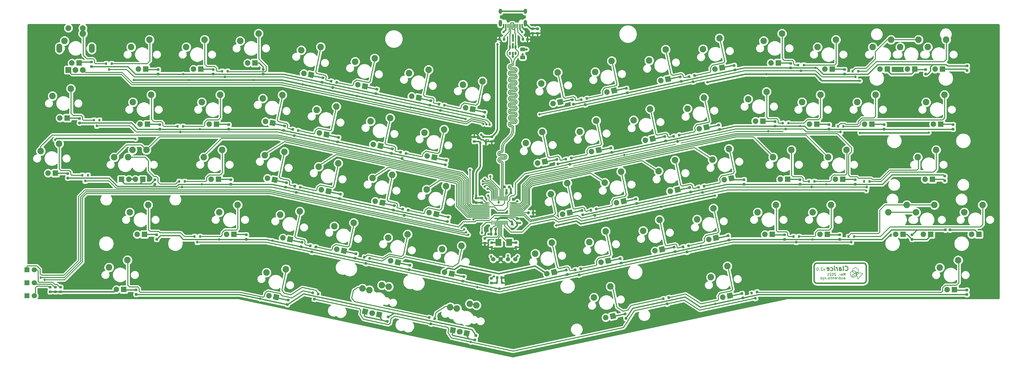
<source format=gbr>
G04 #@! TF.GenerationSoftware,KiCad,Pcbnew,(5.1.4)-1*
G04 #@! TF.CreationDate,2021-03-31T15:06:36-04:00*
G04 #@! TF.ProjectId,f103,66313033-2e6b-4696-9361-645f70636258,rev?*
G04 #@! TF.SameCoordinates,Original*
G04 #@! TF.FileFunction,Copper,L2,Bot*
G04 #@! TF.FilePolarity,Positive*
%FSLAX46Y46*%
G04 Gerber Fmt 4.6, Leading zero omitted, Abs format (unit mm)*
G04 Created by KiCad (PCBNEW (5.1.4)-1) date 2021-03-31 15:06:36*
%MOMM*%
%LPD*%
G04 APERTURE LIST*
%ADD10C,0.140000*%
%ADD11C,0.150000*%
%ADD12C,0.300000*%
%ADD13C,0.187500*%
%ADD14C,0.500000*%
%ADD15C,2.250000*%
%ADD16C,1.905000*%
%ADD17C,0.100000*%
%ADD18R,1.905000X1.905000*%
%ADD19C,2.000000*%
%ADD20O,2.000000X3.200000*%
%ADD21R,2.000000X2.000000*%
%ADD22C,1.500000*%
%ADD23C,0.300000*%
%ADD24R,0.575000X1.450000*%
%ADD25R,0.300000X1.450000*%
%ADD26O,1.200000X2.300000*%
%ADD27O,1.200000X1.800000*%
%ADD28C,0.875000*%
%ADD29R,1.800000X1.800000*%
%ADD30C,1.800000*%
%ADD31C,1.250000*%
%ADD32R,0.800000X0.900000*%
%ADD33C,0.800000*%
%ADD34R,0.650000X1.060000*%
%ADD35R,2.000000X2.400000*%
%ADD36C,0.299720*%
%ADD37C,0.508000*%
%ADD38C,0.457200*%
%ADD39C,0.254000*%
G04 APERTURE END LIST*
D10*
X265627706Y-79865581D02*
X265627706Y-79394153D01*
X265670563Y-79308439D01*
X265756278Y-79265581D01*
X265927706Y-79265581D01*
X266013421Y-79308439D01*
X265627706Y-79822724D02*
X265713421Y-79865581D01*
X265927706Y-79865581D01*
X266013421Y-79822724D01*
X266056278Y-79737010D01*
X266056278Y-79651296D01*
X266013421Y-79565581D01*
X265927706Y-79522724D01*
X265713421Y-79522724D01*
X265627706Y-79479867D01*
X264813421Y-79265581D02*
X264813421Y-79865581D01*
X265199135Y-79265581D02*
X265199135Y-79737010D01*
X265156278Y-79822724D01*
X265070563Y-79865581D01*
X264941992Y-79865581D01*
X264856278Y-79822724D01*
X264813421Y-79779867D01*
X263999135Y-79865581D02*
X263999135Y-78965581D01*
X263999135Y-79822724D02*
X264084849Y-79865581D01*
X264256278Y-79865581D01*
X264341992Y-79822724D01*
X264384849Y-79779867D01*
X264427706Y-79694153D01*
X264427706Y-79437010D01*
X264384849Y-79351296D01*
X264341992Y-79308439D01*
X264256278Y-79265581D01*
X264084849Y-79265581D01*
X263999135Y-79308439D01*
X263570563Y-79865581D02*
X263570563Y-79265581D01*
X263570563Y-79437010D02*
X263527706Y-79351296D01*
X263484849Y-79308439D01*
X263399135Y-79265581D01*
X263313421Y-79265581D01*
X262670563Y-79822724D02*
X262756278Y-79865581D01*
X262927706Y-79865581D01*
X263013421Y-79822724D01*
X263056278Y-79737010D01*
X263056278Y-79394153D01*
X263013421Y-79308439D01*
X262927706Y-79265581D01*
X262756278Y-79265581D01*
X262670563Y-79308439D01*
X262627706Y-79394153D01*
X262627706Y-79479867D01*
X263056278Y-79565581D01*
X262241992Y-79265581D02*
X262241992Y-79865581D01*
X262241992Y-79351296D02*
X262199135Y-79308439D01*
X262113421Y-79265581D01*
X261984849Y-79265581D01*
X261899135Y-79308439D01*
X261856278Y-79394153D01*
X261856278Y-79865581D01*
X261556278Y-79265581D02*
X261213421Y-79265581D01*
X261427706Y-78965581D02*
X261427706Y-79737010D01*
X261384849Y-79822724D01*
X261299135Y-79865581D01*
X261213421Y-79865581D01*
X260913421Y-79865581D02*
X260913421Y-79265581D01*
X260913421Y-78965581D02*
X260956278Y-79008439D01*
X260913421Y-79051296D01*
X260870563Y-79008439D01*
X260913421Y-78965581D01*
X260913421Y-79051296D01*
X260527706Y-79822724D02*
X260441992Y-79865581D01*
X260270563Y-79865581D01*
X260184849Y-79822724D01*
X260141992Y-79737010D01*
X260141992Y-79694153D01*
X260184849Y-79608439D01*
X260270563Y-79565581D01*
X260399135Y-79565581D01*
X260484849Y-79522724D01*
X260527706Y-79437010D01*
X260527706Y-79394153D01*
X260484849Y-79308439D01*
X260399135Y-79265581D01*
X260270563Y-79265581D01*
X260184849Y-79308439D01*
X259756278Y-79779867D02*
X259713421Y-79822724D01*
X259756278Y-79865581D01*
X259799135Y-79822724D01*
X259756278Y-79779867D01*
X259756278Y-79865581D01*
X259413421Y-79865581D02*
X258941992Y-79265581D01*
X259413421Y-79265581D02*
X258941992Y-79865581D01*
X258684849Y-79265581D02*
X258470563Y-79865581D01*
X258256278Y-79265581D02*
X258470563Y-79865581D01*
X258556278Y-80079867D01*
X258599135Y-80122724D01*
X258684849Y-80165581D01*
X257999135Y-79265581D02*
X257527706Y-79265581D01*
X257999135Y-79865581D01*
X257527706Y-79865581D01*
X266089611Y-78572022D02*
X266089611Y-77722022D01*
X265806278Y-78329165D01*
X265522944Y-77722022D01*
X265522944Y-78572022D01*
X264753897Y-78572022D02*
X264753897Y-78126784D01*
X264794373Y-78045832D01*
X264875325Y-78005356D01*
X265037230Y-78005356D01*
X265118182Y-78045832D01*
X264753897Y-78531546D02*
X264834849Y-78572022D01*
X265037230Y-78572022D01*
X265118182Y-78531546D01*
X265158659Y-78450594D01*
X265158659Y-78369641D01*
X265118182Y-78288689D01*
X265037230Y-78248213D01*
X264834849Y-78248213D01*
X264753897Y-78207737D01*
X264349135Y-78572022D02*
X264349135Y-78005356D01*
X264349135Y-78167260D02*
X264308659Y-78086308D01*
X264268182Y-78045832D01*
X264187230Y-78005356D01*
X264106278Y-78005356D01*
X263822944Y-78491070D02*
X263782468Y-78531546D01*
X263822944Y-78572022D01*
X263863421Y-78531546D01*
X263822944Y-78491070D01*
X263822944Y-78572022D01*
X262811040Y-77802975D02*
X262770563Y-77762499D01*
X262689611Y-77722022D01*
X262487230Y-77722022D01*
X262406278Y-77762499D01*
X262365801Y-77802975D01*
X262325325Y-77883927D01*
X262325325Y-77964879D01*
X262365801Y-78086308D01*
X262851516Y-78572022D01*
X262325325Y-78572022D01*
X261799135Y-77722022D02*
X261718182Y-77722022D01*
X261637230Y-77762499D01*
X261596754Y-77802975D01*
X261556278Y-77883927D01*
X261515801Y-78045832D01*
X261515801Y-78248213D01*
X261556278Y-78410118D01*
X261596754Y-78491070D01*
X261637230Y-78531546D01*
X261718182Y-78572022D01*
X261799135Y-78572022D01*
X261880087Y-78531546D01*
X261920563Y-78491070D01*
X261961040Y-78410118D01*
X262001516Y-78248213D01*
X262001516Y-78045832D01*
X261961040Y-77883927D01*
X261920563Y-77802975D01*
X261880087Y-77762499D01*
X261799135Y-77722022D01*
X261191992Y-77802975D02*
X261151516Y-77762499D01*
X261070563Y-77722022D01*
X260868182Y-77722022D01*
X260787230Y-77762499D01*
X260746754Y-77802975D01*
X260706278Y-77883927D01*
X260706278Y-77964879D01*
X260746754Y-78086308D01*
X261232468Y-78572022D01*
X260706278Y-78572022D01*
X259896754Y-78572022D02*
X260382468Y-78572022D01*
X260139611Y-78572022D02*
X260139611Y-77722022D01*
X260220563Y-77843451D01*
X260301516Y-77924403D01*
X260382468Y-77964879D01*
D11*
X259041992Y-76173213D02*
X258803897Y-76839879D01*
X258565801Y-76173213D01*
X258232468Y-75935118D02*
X258184849Y-75887499D01*
X258089611Y-75839879D01*
X257851516Y-75839879D01*
X257756278Y-75887499D01*
X257708659Y-75935118D01*
X257661040Y-76030356D01*
X257661040Y-76125594D01*
X257708659Y-76268451D01*
X258280087Y-76839879D01*
X257661040Y-76839879D01*
X257232468Y-76744641D02*
X257184849Y-76792260D01*
X257232468Y-76839879D01*
X257280087Y-76792260D01*
X257232468Y-76744641D01*
X257232468Y-76839879D01*
X256565801Y-75839879D02*
X256470563Y-75839879D01*
X256375325Y-75887499D01*
X256327706Y-75935118D01*
X256280087Y-76030356D01*
X256232468Y-76220832D01*
X256232468Y-76458927D01*
X256280087Y-76649403D01*
X256327706Y-76744641D01*
X256375325Y-76792260D01*
X256470563Y-76839879D01*
X256565801Y-76839879D01*
X256661040Y-76792260D01*
X256708659Y-76744641D01*
X256756278Y-76649403D01*
X256803897Y-76458927D01*
X256803897Y-76220832D01*
X256756278Y-76030356D01*
X256708659Y-75935118D01*
X256661040Y-75887499D01*
X256565801Y-75839879D01*
D12*
X266165921Y-76723213D02*
X266246278Y-76794641D01*
X266469492Y-76866070D01*
X266612349Y-76866070D01*
X266817706Y-76794641D01*
X266942706Y-76651784D01*
X266996278Y-76508927D01*
X267031992Y-76223213D01*
X267005206Y-76008927D01*
X266898063Y-75723213D01*
X266808778Y-75580356D01*
X266648063Y-75437499D01*
X266424849Y-75366070D01*
X266281992Y-75366070D01*
X266076635Y-75437499D01*
X266014135Y-75508927D01*
X265326635Y-76866070D02*
X265460563Y-76794641D01*
X265514135Y-76651784D01*
X265353421Y-75366070D01*
X264112349Y-76866070D02*
X264014135Y-76080356D01*
X264067706Y-75937499D01*
X264201635Y-75866070D01*
X264487349Y-75866070D01*
X264639135Y-75937499D01*
X264103421Y-76794641D02*
X264255206Y-76866070D01*
X264612349Y-76866070D01*
X264746278Y-76794641D01*
X264799849Y-76651784D01*
X264781992Y-76508927D01*
X264692706Y-76366070D01*
X264540921Y-76294641D01*
X264183778Y-76294641D01*
X264031992Y-76223213D01*
X263398063Y-76866070D02*
X263273063Y-75866070D01*
X263308778Y-76151784D02*
X263219492Y-76008927D01*
X263139135Y-75937499D01*
X262987349Y-75866070D01*
X262844492Y-75866070D01*
X262469492Y-76866070D02*
X262344492Y-75866070D01*
X262281992Y-75366070D02*
X262362349Y-75437499D01*
X262299849Y-75508927D01*
X262219492Y-75437499D01*
X262281992Y-75366070D01*
X262299849Y-75508927D01*
X261103421Y-76794641D02*
X261255206Y-76866070D01*
X261540921Y-76866070D01*
X261674849Y-76794641D01*
X261737349Y-76723213D01*
X261790921Y-76580356D01*
X261737349Y-76151784D01*
X261648063Y-76008927D01*
X261567706Y-75937499D01*
X261415921Y-75866070D01*
X261130206Y-75866070D01*
X260996278Y-75937499D01*
X259889135Y-76794641D02*
X260040921Y-76866070D01*
X260326635Y-76866070D01*
X260460563Y-76794641D01*
X260514135Y-76651784D01*
X260442706Y-76080356D01*
X260353421Y-75937499D01*
X260201635Y-75866070D01*
X259915921Y-75866070D01*
X259781992Y-75937499D01*
X259728421Y-76080356D01*
X259746278Y-76223213D01*
X260478421Y-76366070D01*
D13*
X270063933Y-78090435D02*
G75*
G03X270063933Y-78090435I-1125000J0D01*
G01*
X272151328Y-77885321D02*
X269595294Y-77419821D01*
X268616140Y-79001478D02*
X268378418Y-78491680D01*
X270598130Y-76439624D02*
X269715618Y-75812689D01*
X270417610Y-77540789D02*
X270655333Y-78050587D01*
X270470175Y-79866161D02*
X272151328Y-77885321D01*
X270655333Y-78050587D02*
X268616140Y-79001478D01*
X269715618Y-75812689D02*
X268731421Y-76263499D01*
X269595294Y-77419821D02*
X270470175Y-79866161D01*
X268378418Y-78491680D02*
X270417610Y-77540789D01*
X270496444Y-77517370D02*
X270598130Y-76439624D01*
X269512246Y-77968180D02*
X270496444Y-77517370D01*
X268629735Y-77341244D02*
X269512246Y-77968180D01*
X268731421Y-76263499D02*
X268629735Y-77341244D01*
D14*
X255313421Y-75287499D02*
X255313421Y-80287499D01*
X273313421Y-75287499D02*
X273313421Y-80287499D01*
X272313421Y-81287499D02*
X256313421Y-81287499D01*
X256313421Y-74287499D02*
X272313421Y-74287499D01*
X272313421Y-74287499D02*
G75*
G02X273313421Y-75287499I0J-1000000D01*
G01*
X273313421Y-80287499D02*
G75*
G02X272313421Y-81287499I-1000000J0D01*
G01*
X256313421Y-81287499D02*
G75*
G02X255313421Y-80287499I0J1000000D01*
G01*
X255313421Y-75287499D02*
G75*
G02X256313421Y-74287499I1000000J0D01*
G01*
D15*
X138554683Y-88861111D03*
X131815350Y-90025367D03*
D16*
X132715558Y-98006947D03*
X135200053Y-98535043D03*
D17*
G36*
X134070332Y-99268693D02*
G01*
X134466403Y-97405322D01*
X136329774Y-97801393D01*
X135933703Y-99664764D01*
X134070332Y-99268693D01*
X134070332Y-99268693D01*
G37*
D15*
X-1620009Y-13970002D03*
X-7970009Y-16510002D03*
D16*
X-5430009Y-24130002D03*
D18*
X-2890009Y-24130002D03*
D19*
X2500000Y7000000D03*
X-2500000Y7000000D03*
D20*
X5600000Y0D03*
X-5600000Y0D03*
D19*
X2500000Y-7500000D03*
X0Y-7500000D03*
D21*
X-2500000Y-7500000D03*
D22*
X152000000Y-73000000D03*
X149460000Y-73000000D03*
X146920000Y-73000000D03*
X144380000Y-73000000D03*
D15*
X133422686Y-68292105D03*
X126683353Y-69456361D03*
D16*
X127583561Y-77437941D03*
X130068056Y-77966037D03*
D17*
G36*
X128938335Y-78699687D02*
G01*
X129334406Y-76836316D01*
X131197777Y-77232387D01*
X130801706Y-79095758D01*
X128938335Y-78699687D01*
X128938335Y-78699687D01*
G37*
G36*
X149362852Y-59548367D02*
G01*
X149370133Y-59549447D01*
X149377272Y-59551235D01*
X149384202Y-59553715D01*
X149390856Y-59556862D01*
X149397169Y-59560646D01*
X149403080Y-59565030D01*
X149408534Y-59569973D01*
X149413477Y-59575427D01*
X149417861Y-59581338D01*
X149421645Y-59587651D01*
X149424792Y-59594305D01*
X149427272Y-59601235D01*
X149429060Y-59608374D01*
X149430140Y-59615655D01*
X149430501Y-59623006D01*
X149430501Y-60948006D01*
X149430140Y-60955357D01*
X149429060Y-60962638D01*
X149427272Y-60969777D01*
X149424792Y-60976707D01*
X149421645Y-60983361D01*
X149417861Y-60989674D01*
X149413477Y-60995585D01*
X149408534Y-61001039D01*
X149403080Y-61005982D01*
X149397169Y-61010366D01*
X149390856Y-61014150D01*
X149384202Y-61017297D01*
X149377272Y-61019777D01*
X149370133Y-61021565D01*
X149362852Y-61022645D01*
X149355501Y-61023006D01*
X149205501Y-61023006D01*
X149198150Y-61022645D01*
X149190869Y-61021565D01*
X149183730Y-61019777D01*
X149176800Y-61017297D01*
X149170146Y-61014150D01*
X149163833Y-61010366D01*
X149157922Y-61005982D01*
X149152468Y-61001039D01*
X149147525Y-60995585D01*
X149143141Y-60989674D01*
X149139357Y-60983361D01*
X149136210Y-60976707D01*
X149133730Y-60969777D01*
X149131942Y-60962638D01*
X149130862Y-60955357D01*
X149130501Y-60948006D01*
X149130501Y-59623006D01*
X149130862Y-59615655D01*
X149131942Y-59608374D01*
X149133730Y-59601235D01*
X149136210Y-59594305D01*
X149139357Y-59587651D01*
X149143141Y-59581338D01*
X149147525Y-59575427D01*
X149152468Y-59569973D01*
X149157922Y-59565030D01*
X149163833Y-59560646D01*
X149170146Y-59556862D01*
X149176800Y-59553715D01*
X149183730Y-59551235D01*
X149190869Y-59549447D01*
X149198150Y-59548367D01*
X149205501Y-59548006D01*
X149355501Y-59548006D01*
X149362852Y-59548367D01*
X149362852Y-59548367D01*
G37*
D23*
X149280501Y-60285506D03*
D17*
G36*
X148862852Y-59548367D02*
G01*
X148870133Y-59549447D01*
X148877272Y-59551235D01*
X148884202Y-59553715D01*
X148890856Y-59556862D01*
X148897169Y-59560646D01*
X148903080Y-59565030D01*
X148908534Y-59569973D01*
X148913477Y-59575427D01*
X148917861Y-59581338D01*
X148921645Y-59587651D01*
X148924792Y-59594305D01*
X148927272Y-59601235D01*
X148929060Y-59608374D01*
X148930140Y-59615655D01*
X148930501Y-59623006D01*
X148930501Y-60948006D01*
X148930140Y-60955357D01*
X148929060Y-60962638D01*
X148927272Y-60969777D01*
X148924792Y-60976707D01*
X148921645Y-60983361D01*
X148917861Y-60989674D01*
X148913477Y-60995585D01*
X148908534Y-61001039D01*
X148903080Y-61005982D01*
X148897169Y-61010366D01*
X148890856Y-61014150D01*
X148884202Y-61017297D01*
X148877272Y-61019777D01*
X148870133Y-61021565D01*
X148862852Y-61022645D01*
X148855501Y-61023006D01*
X148705501Y-61023006D01*
X148698150Y-61022645D01*
X148690869Y-61021565D01*
X148683730Y-61019777D01*
X148676800Y-61017297D01*
X148670146Y-61014150D01*
X148663833Y-61010366D01*
X148657922Y-61005982D01*
X148652468Y-61001039D01*
X148647525Y-60995585D01*
X148643141Y-60989674D01*
X148639357Y-60983361D01*
X148636210Y-60976707D01*
X148633730Y-60969777D01*
X148631942Y-60962638D01*
X148630862Y-60955357D01*
X148630501Y-60948006D01*
X148630501Y-59623006D01*
X148630862Y-59615655D01*
X148631942Y-59608374D01*
X148633730Y-59601235D01*
X148636210Y-59594305D01*
X148639357Y-59587651D01*
X148643141Y-59581338D01*
X148647525Y-59575427D01*
X148652468Y-59569973D01*
X148657922Y-59565030D01*
X148663833Y-59560646D01*
X148670146Y-59556862D01*
X148676800Y-59553715D01*
X148683730Y-59551235D01*
X148690869Y-59549447D01*
X148698150Y-59548367D01*
X148705501Y-59548006D01*
X148855501Y-59548006D01*
X148862852Y-59548367D01*
X148862852Y-59548367D01*
G37*
D23*
X148780501Y-60285506D03*
D17*
G36*
X148362852Y-59548367D02*
G01*
X148370133Y-59549447D01*
X148377272Y-59551235D01*
X148384202Y-59553715D01*
X148390856Y-59556862D01*
X148397169Y-59560646D01*
X148403080Y-59565030D01*
X148408534Y-59569973D01*
X148413477Y-59575427D01*
X148417861Y-59581338D01*
X148421645Y-59587651D01*
X148424792Y-59594305D01*
X148427272Y-59601235D01*
X148429060Y-59608374D01*
X148430140Y-59615655D01*
X148430501Y-59623006D01*
X148430501Y-60948006D01*
X148430140Y-60955357D01*
X148429060Y-60962638D01*
X148427272Y-60969777D01*
X148424792Y-60976707D01*
X148421645Y-60983361D01*
X148417861Y-60989674D01*
X148413477Y-60995585D01*
X148408534Y-61001039D01*
X148403080Y-61005982D01*
X148397169Y-61010366D01*
X148390856Y-61014150D01*
X148384202Y-61017297D01*
X148377272Y-61019777D01*
X148370133Y-61021565D01*
X148362852Y-61022645D01*
X148355501Y-61023006D01*
X148205501Y-61023006D01*
X148198150Y-61022645D01*
X148190869Y-61021565D01*
X148183730Y-61019777D01*
X148176800Y-61017297D01*
X148170146Y-61014150D01*
X148163833Y-61010366D01*
X148157922Y-61005982D01*
X148152468Y-61001039D01*
X148147525Y-60995585D01*
X148143141Y-60989674D01*
X148139357Y-60983361D01*
X148136210Y-60976707D01*
X148133730Y-60969777D01*
X148131942Y-60962638D01*
X148130862Y-60955357D01*
X148130501Y-60948006D01*
X148130501Y-59623006D01*
X148130862Y-59615655D01*
X148131942Y-59608374D01*
X148133730Y-59601235D01*
X148136210Y-59594305D01*
X148139357Y-59587651D01*
X148143141Y-59581338D01*
X148147525Y-59575427D01*
X148152468Y-59569973D01*
X148157922Y-59565030D01*
X148163833Y-59560646D01*
X148170146Y-59556862D01*
X148176800Y-59553715D01*
X148183730Y-59551235D01*
X148190869Y-59549447D01*
X148198150Y-59548367D01*
X148205501Y-59548006D01*
X148355501Y-59548006D01*
X148362852Y-59548367D01*
X148362852Y-59548367D01*
G37*
D23*
X148280501Y-60285506D03*
D17*
G36*
X147862852Y-59548367D02*
G01*
X147870133Y-59549447D01*
X147877272Y-59551235D01*
X147884202Y-59553715D01*
X147890856Y-59556862D01*
X147897169Y-59560646D01*
X147903080Y-59565030D01*
X147908534Y-59569973D01*
X147913477Y-59575427D01*
X147917861Y-59581338D01*
X147921645Y-59587651D01*
X147924792Y-59594305D01*
X147927272Y-59601235D01*
X147929060Y-59608374D01*
X147930140Y-59615655D01*
X147930501Y-59623006D01*
X147930501Y-60948006D01*
X147930140Y-60955357D01*
X147929060Y-60962638D01*
X147927272Y-60969777D01*
X147924792Y-60976707D01*
X147921645Y-60983361D01*
X147917861Y-60989674D01*
X147913477Y-60995585D01*
X147908534Y-61001039D01*
X147903080Y-61005982D01*
X147897169Y-61010366D01*
X147890856Y-61014150D01*
X147884202Y-61017297D01*
X147877272Y-61019777D01*
X147870133Y-61021565D01*
X147862852Y-61022645D01*
X147855501Y-61023006D01*
X147705501Y-61023006D01*
X147698150Y-61022645D01*
X147690869Y-61021565D01*
X147683730Y-61019777D01*
X147676800Y-61017297D01*
X147670146Y-61014150D01*
X147663833Y-61010366D01*
X147657922Y-61005982D01*
X147652468Y-61001039D01*
X147647525Y-60995585D01*
X147643141Y-60989674D01*
X147639357Y-60983361D01*
X147636210Y-60976707D01*
X147633730Y-60969777D01*
X147631942Y-60962638D01*
X147630862Y-60955357D01*
X147630501Y-60948006D01*
X147630501Y-59623006D01*
X147630862Y-59615655D01*
X147631942Y-59608374D01*
X147633730Y-59601235D01*
X147636210Y-59594305D01*
X147639357Y-59587651D01*
X147643141Y-59581338D01*
X147647525Y-59575427D01*
X147652468Y-59569973D01*
X147657922Y-59565030D01*
X147663833Y-59560646D01*
X147670146Y-59556862D01*
X147676800Y-59553715D01*
X147683730Y-59551235D01*
X147690869Y-59549447D01*
X147698150Y-59548367D01*
X147705501Y-59548006D01*
X147855501Y-59548006D01*
X147862852Y-59548367D01*
X147862852Y-59548367D01*
G37*
D23*
X147780501Y-60285506D03*
D17*
G36*
X147362852Y-59548367D02*
G01*
X147370133Y-59549447D01*
X147377272Y-59551235D01*
X147384202Y-59553715D01*
X147390856Y-59556862D01*
X147397169Y-59560646D01*
X147403080Y-59565030D01*
X147408534Y-59569973D01*
X147413477Y-59575427D01*
X147417861Y-59581338D01*
X147421645Y-59587651D01*
X147424792Y-59594305D01*
X147427272Y-59601235D01*
X147429060Y-59608374D01*
X147430140Y-59615655D01*
X147430501Y-59623006D01*
X147430501Y-60948006D01*
X147430140Y-60955357D01*
X147429060Y-60962638D01*
X147427272Y-60969777D01*
X147424792Y-60976707D01*
X147421645Y-60983361D01*
X147417861Y-60989674D01*
X147413477Y-60995585D01*
X147408534Y-61001039D01*
X147403080Y-61005982D01*
X147397169Y-61010366D01*
X147390856Y-61014150D01*
X147384202Y-61017297D01*
X147377272Y-61019777D01*
X147370133Y-61021565D01*
X147362852Y-61022645D01*
X147355501Y-61023006D01*
X147205501Y-61023006D01*
X147198150Y-61022645D01*
X147190869Y-61021565D01*
X147183730Y-61019777D01*
X147176800Y-61017297D01*
X147170146Y-61014150D01*
X147163833Y-61010366D01*
X147157922Y-61005982D01*
X147152468Y-61001039D01*
X147147525Y-60995585D01*
X147143141Y-60989674D01*
X147139357Y-60983361D01*
X147136210Y-60976707D01*
X147133730Y-60969777D01*
X147131942Y-60962638D01*
X147130862Y-60955357D01*
X147130501Y-60948006D01*
X147130501Y-59623006D01*
X147130862Y-59615655D01*
X147131942Y-59608374D01*
X147133730Y-59601235D01*
X147136210Y-59594305D01*
X147139357Y-59587651D01*
X147143141Y-59581338D01*
X147147525Y-59575427D01*
X147152468Y-59569973D01*
X147157922Y-59565030D01*
X147163833Y-59560646D01*
X147170146Y-59556862D01*
X147176800Y-59553715D01*
X147183730Y-59551235D01*
X147190869Y-59549447D01*
X147198150Y-59548367D01*
X147205501Y-59548006D01*
X147355501Y-59548006D01*
X147362852Y-59548367D01*
X147362852Y-59548367D01*
G37*
D23*
X147280501Y-60285506D03*
D17*
G36*
X146862852Y-59548367D02*
G01*
X146870133Y-59549447D01*
X146877272Y-59551235D01*
X146884202Y-59553715D01*
X146890856Y-59556862D01*
X146897169Y-59560646D01*
X146903080Y-59565030D01*
X146908534Y-59569973D01*
X146913477Y-59575427D01*
X146917861Y-59581338D01*
X146921645Y-59587651D01*
X146924792Y-59594305D01*
X146927272Y-59601235D01*
X146929060Y-59608374D01*
X146930140Y-59615655D01*
X146930501Y-59623006D01*
X146930501Y-60948006D01*
X146930140Y-60955357D01*
X146929060Y-60962638D01*
X146927272Y-60969777D01*
X146924792Y-60976707D01*
X146921645Y-60983361D01*
X146917861Y-60989674D01*
X146913477Y-60995585D01*
X146908534Y-61001039D01*
X146903080Y-61005982D01*
X146897169Y-61010366D01*
X146890856Y-61014150D01*
X146884202Y-61017297D01*
X146877272Y-61019777D01*
X146870133Y-61021565D01*
X146862852Y-61022645D01*
X146855501Y-61023006D01*
X146705501Y-61023006D01*
X146698150Y-61022645D01*
X146690869Y-61021565D01*
X146683730Y-61019777D01*
X146676800Y-61017297D01*
X146670146Y-61014150D01*
X146663833Y-61010366D01*
X146657922Y-61005982D01*
X146652468Y-61001039D01*
X146647525Y-60995585D01*
X146643141Y-60989674D01*
X146639357Y-60983361D01*
X146636210Y-60976707D01*
X146633730Y-60969777D01*
X146631942Y-60962638D01*
X146630862Y-60955357D01*
X146630501Y-60948006D01*
X146630501Y-59623006D01*
X146630862Y-59615655D01*
X146631942Y-59608374D01*
X146633730Y-59601235D01*
X146636210Y-59594305D01*
X146639357Y-59587651D01*
X146643141Y-59581338D01*
X146647525Y-59575427D01*
X146652468Y-59569973D01*
X146657922Y-59565030D01*
X146663833Y-59560646D01*
X146670146Y-59556862D01*
X146676800Y-59553715D01*
X146683730Y-59551235D01*
X146690869Y-59549447D01*
X146698150Y-59548367D01*
X146705501Y-59548006D01*
X146855501Y-59548006D01*
X146862852Y-59548367D01*
X146862852Y-59548367D01*
G37*
D23*
X146780501Y-60285506D03*
D17*
G36*
X146362852Y-59548367D02*
G01*
X146370133Y-59549447D01*
X146377272Y-59551235D01*
X146384202Y-59553715D01*
X146390856Y-59556862D01*
X146397169Y-59560646D01*
X146403080Y-59565030D01*
X146408534Y-59569973D01*
X146413477Y-59575427D01*
X146417861Y-59581338D01*
X146421645Y-59587651D01*
X146424792Y-59594305D01*
X146427272Y-59601235D01*
X146429060Y-59608374D01*
X146430140Y-59615655D01*
X146430501Y-59623006D01*
X146430501Y-60948006D01*
X146430140Y-60955357D01*
X146429060Y-60962638D01*
X146427272Y-60969777D01*
X146424792Y-60976707D01*
X146421645Y-60983361D01*
X146417861Y-60989674D01*
X146413477Y-60995585D01*
X146408534Y-61001039D01*
X146403080Y-61005982D01*
X146397169Y-61010366D01*
X146390856Y-61014150D01*
X146384202Y-61017297D01*
X146377272Y-61019777D01*
X146370133Y-61021565D01*
X146362852Y-61022645D01*
X146355501Y-61023006D01*
X146205501Y-61023006D01*
X146198150Y-61022645D01*
X146190869Y-61021565D01*
X146183730Y-61019777D01*
X146176800Y-61017297D01*
X146170146Y-61014150D01*
X146163833Y-61010366D01*
X146157922Y-61005982D01*
X146152468Y-61001039D01*
X146147525Y-60995585D01*
X146143141Y-60989674D01*
X146139357Y-60983361D01*
X146136210Y-60976707D01*
X146133730Y-60969777D01*
X146131942Y-60962638D01*
X146130862Y-60955357D01*
X146130501Y-60948006D01*
X146130501Y-59623006D01*
X146130862Y-59615655D01*
X146131942Y-59608374D01*
X146133730Y-59601235D01*
X146136210Y-59594305D01*
X146139357Y-59587651D01*
X146143141Y-59581338D01*
X146147525Y-59575427D01*
X146152468Y-59569973D01*
X146157922Y-59565030D01*
X146163833Y-59560646D01*
X146170146Y-59556862D01*
X146176800Y-59553715D01*
X146183730Y-59551235D01*
X146190869Y-59549447D01*
X146198150Y-59548367D01*
X146205501Y-59548006D01*
X146355501Y-59548006D01*
X146362852Y-59548367D01*
X146362852Y-59548367D01*
G37*
D23*
X146280501Y-60285506D03*
D17*
G36*
X145862852Y-59548367D02*
G01*
X145870133Y-59549447D01*
X145877272Y-59551235D01*
X145884202Y-59553715D01*
X145890856Y-59556862D01*
X145897169Y-59560646D01*
X145903080Y-59565030D01*
X145908534Y-59569973D01*
X145913477Y-59575427D01*
X145917861Y-59581338D01*
X145921645Y-59587651D01*
X145924792Y-59594305D01*
X145927272Y-59601235D01*
X145929060Y-59608374D01*
X145930140Y-59615655D01*
X145930501Y-59623006D01*
X145930501Y-60948006D01*
X145930140Y-60955357D01*
X145929060Y-60962638D01*
X145927272Y-60969777D01*
X145924792Y-60976707D01*
X145921645Y-60983361D01*
X145917861Y-60989674D01*
X145913477Y-60995585D01*
X145908534Y-61001039D01*
X145903080Y-61005982D01*
X145897169Y-61010366D01*
X145890856Y-61014150D01*
X145884202Y-61017297D01*
X145877272Y-61019777D01*
X145870133Y-61021565D01*
X145862852Y-61022645D01*
X145855501Y-61023006D01*
X145705501Y-61023006D01*
X145698150Y-61022645D01*
X145690869Y-61021565D01*
X145683730Y-61019777D01*
X145676800Y-61017297D01*
X145670146Y-61014150D01*
X145663833Y-61010366D01*
X145657922Y-61005982D01*
X145652468Y-61001039D01*
X145647525Y-60995585D01*
X145643141Y-60989674D01*
X145639357Y-60983361D01*
X145636210Y-60976707D01*
X145633730Y-60969777D01*
X145631942Y-60962638D01*
X145630862Y-60955357D01*
X145630501Y-60948006D01*
X145630501Y-59623006D01*
X145630862Y-59615655D01*
X145631942Y-59608374D01*
X145633730Y-59601235D01*
X145636210Y-59594305D01*
X145639357Y-59587651D01*
X145643141Y-59581338D01*
X145647525Y-59575427D01*
X145652468Y-59569973D01*
X145657922Y-59565030D01*
X145663833Y-59560646D01*
X145670146Y-59556862D01*
X145676800Y-59553715D01*
X145683730Y-59551235D01*
X145690869Y-59549447D01*
X145698150Y-59548367D01*
X145705501Y-59548006D01*
X145855501Y-59548006D01*
X145862852Y-59548367D01*
X145862852Y-59548367D01*
G37*
D23*
X145780501Y-60285506D03*
D17*
G36*
X145362852Y-59548367D02*
G01*
X145370133Y-59549447D01*
X145377272Y-59551235D01*
X145384202Y-59553715D01*
X145390856Y-59556862D01*
X145397169Y-59560646D01*
X145403080Y-59565030D01*
X145408534Y-59569973D01*
X145413477Y-59575427D01*
X145417861Y-59581338D01*
X145421645Y-59587651D01*
X145424792Y-59594305D01*
X145427272Y-59601235D01*
X145429060Y-59608374D01*
X145430140Y-59615655D01*
X145430501Y-59623006D01*
X145430501Y-60948006D01*
X145430140Y-60955357D01*
X145429060Y-60962638D01*
X145427272Y-60969777D01*
X145424792Y-60976707D01*
X145421645Y-60983361D01*
X145417861Y-60989674D01*
X145413477Y-60995585D01*
X145408534Y-61001039D01*
X145403080Y-61005982D01*
X145397169Y-61010366D01*
X145390856Y-61014150D01*
X145384202Y-61017297D01*
X145377272Y-61019777D01*
X145370133Y-61021565D01*
X145362852Y-61022645D01*
X145355501Y-61023006D01*
X145205501Y-61023006D01*
X145198150Y-61022645D01*
X145190869Y-61021565D01*
X145183730Y-61019777D01*
X145176800Y-61017297D01*
X145170146Y-61014150D01*
X145163833Y-61010366D01*
X145157922Y-61005982D01*
X145152468Y-61001039D01*
X145147525Y-60995585D01*
X145143141Y-60989674D01*
X145139357Y-60983361D01*
X145136210Y-60976707D01*
X145133730Y-60969777D01*
X145131942Y-60962638D01*
X145130862Y-60955357D01*
X145130501Y-60948006D01*
X145130501Y-59623006D01*
X145130862Y-59615655D01*
X145131942Y-59608374D01*
X145133730Y-59601235D01*
X145136210Y-59594305D01*
X145139357Y-59587651D01*
X145143141Y-59581338D01*
X145147525Y-59575427D01*
X145152468Y-59569973D01*
X145157922Y-59565030D01*
X145163833Y-59560646D01*
X145170146Y-59556862D01*
X145176800Y-59553715D01*
X145183730Y-59551235D01*
X145190869Y-59549447D01*
X145198150Y-59548367D01*
X145205501Y-59548006D01*
X145355501Y-59548006D01*
X145362852Y-59548367D01*
X145362852Y-59548367D01*
G37*
D23*
X145280501Y-60285506D03*
D17*
G36*
X144862852Y-59548367D02*
G01*
X144870133Y-59549447D01*
X144877272Y-59551235D01*
X144884202Y-59553715D01*
X144890856Y-59556862D01*
X144897169Y-59560646D01*
X144903080Y-59565030D01*
X144908534Y-59569973D01*
X144913477Y-59575427D01*
X144917861Y-59581338D01*
X144921645Y-59587651D01*
X144924792Y-59594305D01*
X144927272Y-59601235D01*
X144929060Y-59608374D01*
X144930140Y-59615655D01*
X144930501Y-59623006D01*
X144930501Y-60948006D01*
X144930140Y-60955357D01*
X144929060Y-60962638D01*
X144927272Y-60969777D01*
X144924792Y-60976707D01*
X144921645Y-60983361D01*
X144917861Y-60989674D01*
X144913477Y-60995585D01*
X144908534Y-61001039D01*
X144903080Y-61005982D01*
X144897169Y-61010366D01*
X144890856Y-61014150D01*
X144884202Y-61017297D01*
X144877272Y-61019777D01*
X144870133Y-61021565D01*
X144862852Y-61022645D01*
X144855501Y-61023006D01*
X144705501Y-61023006D01*
X144698150Y-61022645D01*
X144690869Y-61021565D01*
X144683730Y-61019777D01*
X144676800Y-61017297D01*
X144670146Y-61014150D01*
X144663833Y-61010366D01*
X144657922Y-61005982D01*
X144652468Y-61001039D01*
X144647525Y-60995585D01*
X144643141Y-60989674D01*
X144639357Y-60983361D01*
X144636210Y-60976707D01*
X144633730Y-60969777D01*
X144631942Y-60962638D01*
X144630862Y-60955357D01*
X144630501Y-60948006D01*
X144630501Y-59623006D01*
X144630862Y-59615655D01*
X144631942Y-59608374D01*
X144633730Y-59601235D01*
X144636210Y-59594305D01*
X144639357Y-59587651D01*
X144643141Y-59581338D01*
X144647525Y-59575427D01*
X144652468Y-59569973D01*
X144657922Y-59565030D01*
X144663833Y-59560646D01*
X144670146Y-59556862D01*
X144676800Y-59553715D01*
X144683730Y-59551235D01*
X144690869Y-59549447D01*
X144698150Y-59548367D01*
X144705501Y-59548006D01*
X144855501Y-59548006D01*
X144862852Y-59548367D01*
X144862852Y-59548367D01*
G37*
D23*
X144780501Y-60285506D03*
D17*
G36*
X144362852Y-59548367D02*
G01*
X144370133Y-59549447D01*
X144377272Y-59551235D01*
X144384202Y-59553715D01*
X144390856Y-59556862D01*
X144397169Y-59560646D01*
X144403080Y-59565030D01*
X144408534Y-59569973D01*
X144413477Y-59575427D01*
X144417861Y-59581338D01*
X144421645Y-59587651D01*
X144424792Y-59594305D01*
X144427272Y-59601235D01*
X144429060Y-59608374D01*
X144430140Y-59615655D01*
X144430501Y-59623006D01*
X144430501Y-60948006D01*
X144430140Y-60955357D01*
X144429060Y-60962638D01*
X144427272Y-60969777D01*
X144424792Y-60976707D01*
X144421645Y-60983361D01*
X144417861Y-60989674D01*
X144413477Y-60995585D01*
X144408534Y-61001039D01*
X144403080Y-61005982D01*
X144397169Y-61010366D01*
X144390856Y-61014150D01*
X144384202Y-61017297D01*
X144377272Y-61019777D01*
X144370133Y-61021565D01*
X144362852Y-61022645D01*
X144355501Y-61023006D01*
X144205501Y-61023006D01*
X144198150Y-61022645D01*
X144190869Y-61021565D01*
X144183730Y-61019777D01*
X144176800Y-61017297D01*
X144170146Y-61014150D01*
X144163833Y-61010366D01*
X144157922Y-61005982D01*
X144152468Y-61001039D01*
X144147525Y-60995585D01*
X144143141Y-60989674D01*
X144139357Y-60983361D01*
X144136210Y-60976707D01*
X144133730Y-60969777D01*
X144131942Y-60962638D01*
X144130862Y-60955357D01*
X144130501Y-60948006D01*
X144130501Y-59623006D01*
X144130862Y-59615655D01*
X144131942Y-59608374D01*
X144133730Y-59601235D01*
X144136210Y-59594305D01*
X144139357Y-59587651D01*
X144143141Y-59581338D01*
X144147525Y-59575427D01*
X144152468Y-59569973D01*
X144157922Y-59565030D01*
X144163833Y-59560646D01*
X144170146Y-59556862D01*
X144176800Y-59553715D01*
X144183730Y-59551235D01*
X144190869Y-59549447D01*
X144198150Y-59548367D01*
X144205501Y-59548006D01*
X144355501Y-59548006D01*
X144362852Y-59548367D01*
X144362852Y-59548367D01*
G37*
D23*
X144280501Y-60285506D03*
D17*
G36*
X143862852Y-59548367D02*
G01*
X143870133Y-59549447D01*
X143877272Y-59551235D01*
X143884202Y-59553715D01*
X143890856Y-59556862D01*
X143897169Y-59560646D01*
X143903080Y-59565030D01*
X143908534Y-59569973D01*
X143913477Y-59575427D01*
X143917861Y-59581338D01*
X143921645Y-59587651D01*
X143924792Y-59594305D01*
X143927272Y-59601235D01*
X143929060Y-59608374D01*
X143930140Y-59615655D01*
X143930501Y-59623006D01*
X143930501Y-60948006D01*
X143930140Y-60955357D01*
X143929060Y-60962638D01*
X143927272Y-60969777D01*
X143924792Y-60976707D01*
X143921645Y-60983361D01*
X143917861Y-60989674D01*
X143913477Y-60995585D01*
X143908534Y-61001039D01*
X143903080Y-61005982D01*
X143897169Y-61010366D01*
X143890856Y-61014150D01*
X143884202Y-61017297D01*
X143877272Y-61019777D01*
X143870133Y-61021565D01*
X143862852Y-61022645D01*
X143855501Y-61023006D01*
X143705501Y-61023006D01*
X143698150Y-61022645D01*
X143690869Y-61021565D01*
X143683730Y-61019777D01*
X143676800Y-61017297D01*
X143670146Y-61014150D01*
X143663833Y-61010366D01*
X143657922Y-61005982D01*
X143652468Y-61001039D01*
X143647525Y-60995585D01*
X143643141Y-60989674D01*
X143639357Y-60983361D01*
X143636210Y-60976707D01*
X143633730Y-60969777D01*
X143631942Y-60962638D01*
X143630862Y-60955357D01*
X143630501Y-60948006D01*
X143630501Y-59623006D01*
X143630862Y-59615655D01*
X143631942Y-59608374D01*
X143633730Y-59601235D01*
X143636210Y-59594305D01*
X143639357Y-59587651D01*
X143643141Y-59581338D01*
X143647525Y-59575427D01*
X143652468Y-59569973D01*
X143657922Y-59565030D01*
X143663833Y-59560646D01*
X143670146Y-59556862D01*
X143676800Y-59553715D01*
X143683730Y-59551235D01*
X143690869Y-59549447D01*
X143698150Y-59548367D01*
X143705501Y-59548006D01*
X143855501Y-59548006D01*
X143862852Y-59548367D01*
X143862852Y-59548367D01*
G37*
D23*
X143780501Y-60285506D03*
D17*
G36*
X143037852Y-58723367D02*
G01*
X143045133Y-58724447D01*
X143052272Y-58726235D01*
X143059202Y-58728715D01*
X143065856Y-58731862D01*
X143072169Y-58735646D01*
X143078080Y-58740030D01*
X143083534Y-58744973D01*
X143088477Y-58750427D01*
X143092861Y-58756338D01*
X143096645Y-58762651D01*
X143099792Y-58769305D01*
X143102272Y-58776235D01*
X143104060Y-58783374D01*
X143105140Y-58790655D01*
X143105501Y-58798006D01*
X143105501Y-58948006D01*
X143105140Y-58955357D01*
X143104060Y-58962638D01*
X143102272Y-58969777D01*
X143099792Y-58976707D01*
X143096645Y-58983361D01*
X143092861Y-58989674D01*
X143088477Y-58995585D01*
X143083534Y-59001039D01*
X143078080Y-59005982D01*
X143072169Y-59010366D01*
X143065856Y-59014150D01*
X143059202Y-59017297D01*
X143052272Y-59019777D01*
X143045133Y-59021565D01*
X143037852Y-59022645D01*
X143030501Y-59023006D01*
X141705501Y-59023006D01*
X141698150Y-59022645D01*
X141690869Y-59021565D01*
X141683730Y-59019777D01*
X141676800Y-59017297D01*
X141670146Y-59014150D01*
X141663833Y-59010366D01*
X141657922Y-59005982D01*
X141652468Y-59001039D01*
X141647525Y-58995585D01*
X141643141Y-58989674D01*
X141639357Y-58983361D01*
X141636210Y-58976707D01*
X141633730Y-58969777D01*
X141631942Y-58962638D01*
X141630862Y-58955357D01*
X141630501Y-58948006D01*
X141630501Y-58798006D01*
X141630862Y-58790655D01*
X141631942Y-58783374D01*
X141633730Y-58776235D01*
X141636210Y-58769305D01*
X141639357Y-58762651D01*
X141643141Y-58756338D01*
X141647525Y-58750427D01*
X141652468Y-58744973D01*
X141657922Y-58740030D01*
X141663833Y-58735646D01*
X141670146Y-58731862D01*
X141676800Y-58728715D01*
X141683730Y-58726235D01*
X141690869Y-58724447D01*
X141698150Y-58723367D01*
X141705501Y-58723006D01*
X143030501Y-58723006D01*
X143037852Y-58723367D01*
X143037852Y-58723367D01*
G37*
D23*
X142368001Y-58873006D03*
D17*
G36*
X143037852Y-58223367D02*
G01*
X143045133Y-58224447D01*
X143052272Y-58226235D01*
X143059202Y-58228715D01*
X143065856Y-58231862D01*
X143072169Y-58235646D01*
X143078080Y-58240030D01*
X143083534Y-58244973D01*
X143088477Y-58250427D01*
X143092861Y-58256338D01*
X143096645Y-58262651D01*
X143099792Y-58269305D01*
X143102272Y-58276235D01*
X143104060Y-58283374D01*
X143105140Y-58290655D01*
X143105501Y-58298006D01*
X143105501Y-58448006D01*
X143105140Y-58455357D01*
X143104060Y-58462638D01*
X143102272Y-58469777D01*
X143099792Y-58476707D01*
X143096645Y-58483361D01*
X143092861Y-58489674D01*
X143088477Y-58495585D01*
X143083534Y-58501039D01*
X143078080Y-58505982D01*
X143072169Y-58510366D01*
X143065856Y-58514150D01*
X143059202Y-58517297D01*
X143052272Y-58519777D01*
X143045133Y-58521565D01*
X143037852Y-58522645D01*
X143030501Y-58523006D01*
X141705501Y-58523006D01*
X141698150Y-58522645D01*
X141690869Y-58521565D01*
X141683730Y-58519777D01*
X141676800Y-58517297D01*
X141670146Y-58514150D01*
X141663833Y-58510366D01*
X141657922Y-58505982D01*
X141652468Y-58501039D01*
X141647525Y-58495585D01*
X141643141Y-58489674D01*
X141639357Y-58483361D01*
X141636210Y-58476707D01*
X141633730Y-58469777D01*
X141631942Y-58462638D01*
X141630862Y-58455357D01*
X141630501Y-58448006D01*
X141630501Y-58298006D01*
X141630862Y-58290655D01*
X141631942Y-58283374D01*
X141633730Y-58276235D01*
X141636210Y-58269305D01*
X141639357Y-58262651D01*
X141643141Y-58256338D01*
X141647525Y-58250427D01*
X141652468Y-58244973D01*
X141657922Y-58240030D01*
X141663833Y-58235646D01*
X141670146Y-58231862D01*
X141676800Y-58228715D01*
X141683730Y-58226235D01*
X141690869Y-58224447D01*
X141698150Y-58223367D01*
X141705501Y-58223006D01*
X143030501Y-58223006D01*
X143037852Y-58223367D01*
X143037852Y-58223367D01*
G37*
D23*
X142368001Y-58373006D03*
D17*
G36*
X143037852Y-57723367D02*
G01*
X143045133Y-57724447D01*
X143052272Y-57726235D01*
X143059202Y-57728715D01*
X143065856Y-57731862D01*
X143072169Y-57735646D01*
X143078080Y-57740030D01*
X143083534Y-57744973D01*
X143088477Y-57750427D01*
X143092861Y-57756338D01*
X143096645Y-57762651D01*
X143099792Y-57769305D01*
X143102272Y-57776235D01*
X143104060Y-57783374D01*
X143105140Y-57790655D01*
X143105501Y-57798006D01*
X143105501Y-57948006D01*
X143105140Y-57955357D01*
X143104060Y-57962638D01*
X143102272Y-57969777D01*
X143099792Y-57976707D01*
X143096645Y-57983361D01*
X143092861Y-57989674D01*
X143088477Y-57995585D01*
X143083534Y-58001039D01*
X143078080Y-58005982D01*
X143072169Y-58010366D01*
X143065856Y-58014150D01*
X143059202Y-58017297D01*
X143052272Y-58019777D01*
X143045133Y-58021565D01*
X143037852Y-58022645D01*
X143030501Y-58023006D01*
X141705501Y-58023006D01*
X141698150Y-58022645D01*
X141690869Y-58021565D01*
X141683730Y-58019777D01*
X141676800Y-58017297D01*
X141670146Y-58014150D01*
X141663833Y-58010366D01*
X141657922Y-58005982D01*
X141652468Y-58001039D01*
X141647525Y-57995585D01*
X141643141Y-57989674D01*
X141639357Y-57983361D01*
X141636210Y-57976707D01*
X141633730Y-57969777D01*
X141631942Y-57962638D01*
X141630862Y-57955357D01*
X141630501Y-57948006D01*
X141630501Y-57798006D01*
X141630862Y-57790655D01*
X141631942Y-57783374D01*
X141633730Y-57776235D01*
X141636210Y-57769305D01*
X141639357Y-57762651D01*
X141643141Y-57756338D01*
X141647525Y-57750427D01*
X141652468Y-57744973D01*
X141657922Y-57740030D01*
X141663833Y-57735646D01*
X141670146Y-57731862D01*
X141676800Y-57728715D01*
X141683730Y-57726235D01*
X141690869Y-57724447D01*
X141698150Y-57723367D01*
X141705501Y-57723006D01*
X143030501Y-57723006D01*
X143037852Y-57723367D01*
X143037852Y-57723367D01*
G37*
D23*
X142368001Y-57873006D03*
D17*
G36*
X143037852Y-57223367D02*
G01*
X143045133Y-57224447D01*
X143052272Y-57226235D01*
X143059202Y-57228715D01*
X143065856Y-57231862D01*
X143072169Y-57235646D01*
X143078080Y-57240030D01*
X143083534Y-57244973D01*
X143088477Y-57250427D01*
X143092861Y-57256338D01*
X143096645Y-57262651D01*
X143099792Y-57269305D01*
X143102272Y-57276235D01*
X143104060Y-57283374D01*
X143105140Y-57290655D01*
X143105501Y-57298006D01*
X143105501Y-57448006D01*
X143105140Y-57455357D01*
X143104060Y-57462638D01*
X143102272Y-57469777D01*
X143099792Y-57476707D01*
X143096645Y-57483361D01*
X143092861Y-57489674D01*
X143088477Y-57495585D01*
X143083534Y-57501039D01*
X143078080Y-57505982D01*
X143072169Y-57510366D01*
X143065856Y-57514150D01*
X143059202Y-57517297D01*
X143052272Y-57519777D01*
X143045133Y-57521565D01*
X143037852Y-57522645D01*
X143030501Y-57523006D01*
X141705501Y-57523006D01*
X141698150Y-57522645D01*
X141690869Y-57521565D01*
X141683730Y-57519777D01*
X141676800Y-57517297D01*
X141670146Y-57514150D01*
X141663833Y-57510366D01*
X141657922Y-57505982D01*
X141652468Y-57501039D01*
X141647525Y-57495585D01*
X141643141Y-57489674D01*
X141639357Y-57483361D01*
X141636210Y-57476707D01*
X141633730Y-57469777D01*
X141631942Y-57462638D01*
X141630862Y-57455357D01*
X141630501Y-57448006D01*
X141630501Y-57298006D01*
X141630862Y-57290655D01*
X141631942Y-57283374D01*
X141633730Y-57276235D01*
X141636210Y-57269305D01*
X141639357Y-57262651D01*
X141643141Y-57256338D01*
X141647525Y-57250427D01*
X141652468Y-57244973D01*
X141657922Y-57240030D01*
X141663833Y-57235646D01*
X141670146Y-57231862D01*
X141676800Y-57228715D01*
X141683730Y-57226235D01*
X141690869Y-57224447D01*
X141698150Y-57223367D01*
X141705501Y-57223006D01*
X143030501Y-57223006D01*
X143037852Y-57223367D01*
X143037852Y-57223367D01*
G37*
D23*
X142368001Y-57373006D03*
D17*
G36*
X143037852Y-56723367D02*
G01*
X143045133Y-56724447D01*
X143052272Y-56726235D01*
X143059202Y-56728715D01*
X143065856Y-56731862D01*
X143072169Y-56735646D01*
X143078080Y-56740030D01*
X143083534Y-56744973D01*
X143088477Y-56750427D01*
X143092861Y-56756338D01*
X143096645Y-56762651D01*
X143099792Y-56769305D01*
X143102272Y-56776235D01*
X143104060Y-56783374D01*
X143105140Y-56790655D01*
X143105501Y-56798006D01*
X143105501Y-56948006D01*
X143105140Y-56955357D01*
X143104060Y-56962638D01*
X143102272Y-56969777D01*
X143099792Y-56976707D01*
X143096645Y-56983361D01*
X143092861Y-56989674D01*
X143088477Y-56995585D01*
X143083534Y-57001039D01*
X143078080Y-57005982D01*
X143072169Y-57010366D01*
X143065856Y-57014150D01*
X143059202Y-57017297D01*
X143052272Y-57019777D01*
X143045133Y-57021565D01*
X143037852Y-57022645D01*
X143030501Y-57023006D01*
X141705501Y-57023006D01*
X141698150Y-57022645D01*
X141690869Y-57021565D01*
X141683730Y-57019777D01*
X141676800Y-57017297D01*
X141670146Y-57014150D01*
X141663833Y-57010366D01*
X141657922Y-57005982D01*
X141652468Y-57001039D01*
X141647525Y-56995585D01*
X141643141Y-56989674D01*
X141639357Y-56983361D01*
X141636210Y-56976707D01*
X141633730Y-56969777D01*
X141631942Y-56962638D01*
X141630862Y-56955357D01*
X141630501Y-56948006D01*
X141630501Y-56798006D01*
X141630862Y-56790655D01*
X141631942Y-56783374D01*
X141633730Y-56776235D01*
X141636210Y-56769305D01*
X141639357Y-56762651D01*
X141643141Y-56756338D01*
X141647525Y-56750427D01*
X141652468Y-56744973D01*
X141657922Y-56740030D01*
X141663833Y-56735646D01*
X141670146Y-56731862D01*
X141676800Y-56728715D01*
X141683730Y-56726235D01*
X141690869Y-56724447D01*
X141698150Y-56723367D01*
X141705501Y-56723006D01*
X143030501Y-56723006D01*
X143037852Y-56723367D01*
X143037852Y-56723367D01*
G37*
D23*
X142368001Y-56873006D03*
D17*
G36*
X143037852Y-56223367D02*
G01*
X143045133Y-56224447D01*
X143052272Y-56226235D01*
X143059202Y-56228715D01*
X143065856Y-56231862D01*
X143072169Y-56235646D01*
X143078080Y-56240030D01*
X143083534Y-56244973D01*
X143088477Y-56250427D01*
X143092861Y-56256338D01*
X143096645Y-56262651D01*
X143099792Y-56269305D01*
X143102272Y-56276235D01*
X143104060Y-56283374D01*
X143105140Y-56290655D01*
X143105501Y-56298006D01*
X143105501Y-56448006D01*
X143105140Y-56455357D01*
X143104060Y-56462638D01*
X143102272Y-56469777D01*
X143099792Y-56476707D01*
X143096645Y-56483361D01*
X143092861Y-56489674D01*
X143088477Y-56495585D01*
X143083534Y-56501039D01*
X143078080Y-56505982D01*
X143072169Y-56510366D01*
X143065856Y-56514150D01*
X143059202Y-56517297D01*
X143052272Y-56519777D01*
X143045133Y-56521565D01*
X143037852Y-56522645D01*
X143030501Y-56523006D01*
X141705501Y-56523006D01*
X141698150Y-56522645D01*
X141690869Y-56521565D01*
X141683730Y-56519777D01*
X141676800Y-56517297D01*
X141670146Y-56514150D01*
X141663833Y-56510366D01*
X141657922Y-56505982D01*
X141652468Y-56501039D01*
X141647525Y-56495585D01*
X141643141Y-56489674D01*
X141639357Y-56483361D01*
X141636210Y-56476707D01*
X141633730Y-56469777D01*
X141631942Y-56462638D01*
X141630862Y-56455357D01*
X141630501Y-56448006D01*
X141630501Y-56298006D01*
X141630862Y-56290655D01*
X141631942Y-56283374D01*
X141633730Y-56276235D01*
X141636210Y-56269305D01*
X141639357Y-56262651D01*
X141643141Y-56256338D01*
X141647525Y-56250427D01*
X141652468Y-56244973D01*
X141657922Y-56240030D01*
X141663833Y-56235646D01*
X141670146Y-56231862D01*
X141676800Y-56228715D01*
X141683730Y-56226235D01*
X141690869Y-56224447D01*
X141698150Y-56223367D01*
X141705501Y-56223006D01*
X143030501Y-56223006D01*
X143037852Y-56223367D01*
X143037852Y-56223367D01*
G37*
D23*
X142368001Y-56373006D03*
D17*
G36*
X143037852Y-55723367D02*
G01*
X143045133Y-55724447D01*
X143052272Y-55726235D01*
X143059202Y-55728715D01*
X143065856Y-55731862D01*
X143072169Y-55735646D01*
X143078080Y-55740030D01*
X143083534Y-55744973D01*
X143088477Y-55750427D01*
X143092861Y-55756338D01*
X143096645Y-55762651D01*
X143099792Y-55769305D01*
X143102272Y-55776235D01*
X143104060Y-55783374D01*
X143105140Y-55790655D01*
X143105501Y-55798006D01*
X143105501Y-55948006D01*
X143105140Y-55955357D01*
X143104060Y-55962638D01*
X143102272Y-55969777D01*
X143099792Y-55976707D01*
X143096645Y-55983361D01*
X143092861Y-55989674D01*
X143088477Y-55995585D01*
X143083534Y-56001039D01*
X143078080Y-56005982D01*
X143072169Y-56010366D01*
X143065856Y-56014150D01*
X143059202Y-56017297D01*
X143052272Y-56019777D01*
X143045133Y-56021565D01*
X143037852Y-56022645D01*
X143030501Y-56023006D01*
X141705501Y-56023006D01*
X141698150Y-56022645D01*
X141690869Y-56021565D01*
X141683730Y-56019777D01*
X141676800Y-56017297D01*
X141670146Y-56014150D01*
X141663833Y-56010366D01*
X141657922Y-56005982D01*
X141652468Y-56001039D01*
X141647525Y-55995585D01*
X141643141Y-55989674D01*
X141639357Y-55983361D01*
X141636210Y-55976707D01*
X141633730Y-55969777D01*
X141631942Y-55962638D01*
X141630862Y-55955357D01*
X141630501Y-55948006D01*
X141630501Y-55798006D01*
X141630862Y-55790655D01*
X141631942Y-55783374D01*
X141633730Y-55776235D01*
X141636210Y-55769305D01*
X141639357Y-55762651D01*
X141643141Y-55756338D01*
X141647525Y-55750427D01*
X141652468Y-55744973D01*
X141657922Y-55740030D01*
X141663833Y-55735646D01*
X141670146Y-55731862D01*
X141676800Y-55728715D01*
X141683730Y-55726235D01*
X141690869Y-55724447D01*
X141698150Y-55723367D01*
X141705501Y-55723006D01*
X143030501Y-55723006D01*
X143037852Y-55723367D01*
X143037852Y-55723367D01*
G37*
D23*
X142368001Y-55873006D03*
D17*
G36*
X143037852Y-55223367D02*
G01*
X143045133Y-55224447D01*
X143052272Y-55226235D01*
X143059202Y-55228715D01*
X143065856Y-55231862D01*
X143072169Y-55235646D01*
X143078080Y-55240030D01*
X143083534Y-55244973D01*
X143088477Y-55250427D01*
X143092861Y-55256338D01*
X143096645Y-55262651D01*
X143099792Y-55269305D01*
X143102272Y-55276235D01*
X143104060Y-55283374D01*
X143105140Y-55290655D01*
X143105501Y-55298006D01*
X143105501Y-55448006D01*
X143105140Y-55455357D01*
X143104060Y-55462638D01*
X143102272Y-55469777D01*
X143099792Y-55476707D01*
X143096645Y-55483361D01*
X143092861Y-55489674D01*
X143088477Y-55495585D01*
X143083534Y-55501039D01*
X143078080Y-55505982D01*
X143072169Y-55510366D01*
X143065856Y-55514150D01*
X143059202Y-55517297D01*
X143052272Y-55519777D01*
X143045133Y-55521565D01*
X143037852Y-55522645D01*
X143030501Y-55523006D01*
X141705501Y-55523006D01*
X141698150Y-55522645D01*
X141690869Y-55521565D01*
X141683730Y-55519777D01*
X141676800Y-55517297D01*
X141670146Y-55514150D01*
X141663833Y-55510366D01*
X141657922Y-55505982D01*
X141652468Y-55501039D01*
X141647525Y-55495585D01*
X141643141Y-55489674D01*
X141639357Y-55483361D01*
X141636210Y-55476707D01*
X141633730Y-55469777D01*
X141631942Y-55462638D01*
X141630862Y-55455357D01*
X141630501Y-55448006D01*
X141630501Y-55298006D01*
X141630862Y-55290655D01*
X141631942Y-55283374D01*
X141633730Y-55276235D01*
X141636210Y-55269305D01*
X141639357Y-55262651D01*
X141643141Y-55256338D01*
X141647525Y-55250427D01*
X141652468Y-55244973D01*
X141657922Y-55240030D01*
X141663833Y-55235646D01*
X141670146Y-55231862D01*
X141676800Y-55228715D01*
X141683730Y-55226235D01*
X141690869Y-55224447D01*
X141698150Y-55223367D01*
X141705501Y-55223006D01*
X143030501Y-55223006D01*
X143037852Y-55223367D01*
X143037852Y-55223367D01*
G37*
D23*
X142368001Y-55373006D03*
D17*
G36*
X143037852Y-54723367D02*
G01*
X143045133Y-54724447D01*
X143052272Y-54726235D01*
X143059202Y-54728715D01*
X143065856Y-54731862D01*
X143072169Y-54735646D01*
X143078080Y-54740030D01*
X143083534Y-54744973D01*
X143088477Y-54750427D01*
X143092861Y-54756338D01*
X143096645Y-54762651D01*
X143099792Y-54769305D01*
X143102272Y-54776235D01*
X143104060Y-54783374D01*
X143105140Y-54790655D01*
X143105501Y-54798006D01*
X143105501Y-54948006D01*
X143105140Y-54955357D01*
X143104060Y-54962638D01*
X143102272Y-54969777D01*
X143099792Y-54976707D01*
X143096645Y-54983361D01*
X143092861Y-54989674D01*
X143088477Y-54995585D01*
X143083534Y-55001039D01*
X143078080Y-55005982D01*
X143072169Y-55010366D01*
X143065856Y-55014150D01*
X143059202Y-55017297D01*
X143052272Y-55019777D01*
X143045133Y-55021565D01*
X143037852Y-55022645D01*
X143030501Y-55023006D01*
X141705501Y-55023006D01*
X141698150Y-55022645D01*
X141690869Y-55021565D01*
X141683730Y-55019777D01*
X141676800Y-55017297D01*
X141670146Y-55014150D01*
X141663833Y-55010366D01*
X141657922Y-55005982D01*
X141652468Y-55001039D01*
X141647525Y-54995585D01*
X141643141Y-54989674D01*
X141639357Y-54983361D01*
X141636210Y-54976707D01*
X141633730Y-54969777D01*
X141631942Y-54962638D01*
X141630862Y-54955357D01*
X141630501Y-54948006D01*
X141630501Y-54798006D01*
X141630862Y-54790655D01*
X141631942Y-54783374D01*
X141633730Y-54776235D01*
X141636210Y-54769305D01*
X141639357Y-54762651D01*
X141643141Y-54756338D01*
X141647525Y-54750427D01*
X141652468Y-54744973D01*
X141657922Y-54740030D01*
X141663833Y-54735646D01*
X141670146Y-54731862D01*
X141676800Y-54728715D01*
X141683730Y-54726235D01*
X141690869Y-54724447D01*
X141698150Y-54723367D01*
X141705501Y-54723006D01*
X143030501Y-54723006D01*
X143037852Y-54723367D01*
X143037852Y-54723367D01*
G37*
D23*
X142368001Y-54873006D03*
D17*
G36*
X143037852Y-54223367D02*
G01*
X143045133Y-54224447D01*
X143052272Y-54226235D01*
X143059202Y-54228715D01*
X143065856Y-54231862D01*
X143072169Y-54235646D01*
X143078080Y-54240030D01*
X143083534Y-54244973D01*
X143088477Y-54250427D01*
X143092861Y-54256338D01*
X143096645Y-54262651D01*
X143099792Y-54269305D01*
X143102272Y-54276235D01*
X143104060Y-54283374D01*
X143105140Y-54290655D01*
X143105501Y-54298006D01*
X143105501Y-54448006D01*
X143105140Y-54455357D01*
X143104060Y-54462638D01*
X143102272Y-54469777D01*
X143099792Y-54476707D01*
X143096645Y-54483361D01*
X143092861Y-54489674D01*
X143088477Y-54495585D01*
X143083534Y-54501039D01*
X143078080Y-54505982D01*
X143072169Y-54510366D01*
X143065856Y-54514150D01*
X143059202Y-54517297D01*
X143052272Y-54519777D01*
X143045133Y-54521565D01*
X143037852Y-54522645D01*
X143030501Y-54523006D01*
X141705501Y-54523006D01*
X141698150Y-54522645D01*
X141690869Y-54521565D01*
X141683730Y-54519777D01*
X141676800Y-54517297D01*
X141670146Y-54514150D01*
X141663833Y-54510366D01*
X141657922Y-54505982D01*
X141652468Y-54501039D01*
X141647525Y-54495585D01*
X141643141Y-54489674D01*
X141639357Y-54483361D01*
X141636210Y-54476707D01*
X141633730Y-54469777D01*
X141631942Y-54462638D01*
X141630862Y-54455357D01*
X141630501Y-54448006D01*
X141630501Y-54298006D01*
X141630862Y-54290655D01*
X141631942Y-54283374D01*
X141633730Y-54276235D01*
X141636210Y-54269305D01*
X141639357Y-54262651D01*
X141643141Y-54256338D01*
X141647525Y-54250427D01*
X141652468Y-54244973D01*
X141657922Y-54240030D01*
X141663833Y-54235646D01*
X141670146Y-54231862D01*
X141676800Y-54228715D01*
X141683730Y-54226235D01*
X141690869Y-54224447D01*
X141698150Y-54223367D01*
X141705501Y-54223006D01*
X143030501Y-54223006D01*
X143037852Y-54223367D01*
X143037852Y-54223367D01*
G37*
D23*
X142368001Y-54373006D03*
D17*
G36*
X143037852Y-53723367D02*
G01*
X143045133Y-53724447D01*
X143052272Y-53726235D01*
X143059202Y-53728715D01*
X143065856Y-53731862D01*
X143072169Y-53735646D01*
X143078080Y-53740030D01*
X143083534Y-53744973D01*
X143088477Y-53750427D01*
X143092861Y-53756338D01*
X143096645Y-53762651D01*
X143099792Y-53769305D01*
X143102272Y-53776235D01*
X143104060Y-53783374D01*
X143105140Y-53790655D01*
X143105501Y-53798006D01*
X143105501Y-53948006D01*
X143105140Y-53955357D01*
X143104060Y-53962638D01*
X143102272Y-53969777D01*
X143099792Y-53976707D01*
X143096645Y-53983361D01*
X143092861Y-53989674D01*
X143088477Y-53995585D01*
X143083534Y-54001039D01*
X143078080Y-54005982D01*
X143072169Y-54010366D01*
X143065856Y-54014150D01*
X143059202Y-54017297D01*
X143052272Y-54019777D01*
X143045133Y-54021565D01*
X143037852Y-54022645D01*
X143030501Y-54023006D01*
X141705501Y-54023006D01*
X141698150Y-54022645D01*
X141690869Y-54021565D01*
X141683730Y-54019777D01*
X141676800Y-54017297D01*
X141670146Y-54014150D01*
X141663833Y-54010366D01*
X141657922Y-54005982D01*
X141652468Y-54001039D01*
X141647525Y-53995585D01*
X141643141Y-53989674D01*
X141639357Y-53983361D01*
X141636210Y-53976707D01*
X141633730Y-53969777D01*
X141631942Y-53962638D01*
X141630862Y-53955357D01*
X141630501Y-53948006D01*
X141630501Y-53798006D01*
X141630862Y-53790655D01*
X141631942Y-53783374D01*
X141633730Y-53776235D01*
X141636210Y-53769305D01*
X141639357Y-53762651D01*
X141643141Y-53756338D01*
X141647525Y-53750427D01*
X141652468Y-53744973D01*
X141657922Y-53740030D01*
X141663833Y-53735646D01*
X141670146Y-53731862D01*
X141676800Y-53728715D01*
X141683730Y-53726235D01*
X141690869Y-53724447D01*
X141698150Y-53723367D01*
X141705501Y-53723006D01*
X143030501Y-53723006D01*
X143037852Y-53723367D01*
X143037852Y-53723367D01*
G37*
D23*
X142368001Y-53873006D03*
D17*
G36*
X143037852Y-53223367D02*
G01*
X143045133Y-53224447D01*
X143052272Y-53226235D01*
X143059202Y-53228715D01*
X143065856Y-53231862D01*
X143072169Y-53235646D01*
X143078080Y-53240030D01*
X143083534Y-53244973D01*
X143088477Y-53250427D01*
X143092861Y-53256338D01*
X143096645Y-53262651D01*
X143099792Y-53269305D01*
X143102272Y-53276235D01*
X143104060Y-53283374D01*
X143105140Y-53290655D01*
X143105501Y-53298006D01*
X143105501Y-53448006D01*
X143105140Y-53455357D01*
X143104060Y-53462638D01*
X143102272Y-53469777D01*
X143099792Y-53476707D01*
X143096645Y-53483361D01*
X143092861Y-53489674D01*
X143088477Y-53495585D01*
X143083534Y-53501039D01*
X143078080Y-53505982D01*
X143072169Y-53510366D01*
X143065856Y-53514150D01*
X143059202Y-53517297D01*
X143052272Y-53519777D01*
X143045133Y-53521565D01*
X143037852Y-53522645D01*
X143030501Y-53523006D01*
X141705501Y-53523006D01*
X141698150Y-53522645D01*
X141690869Y-53521565D01*
X141683730Y-53519777D01*
X141676800Y-53517297D01*
X141670146Y-53514150D01*
X141663833Y-53510366D01*
X141657922Y-53505982D01*
X141652468Y-53501039D01*
X141647525Y-53495585D01*
X141643141Y-53489674D01*
X141639357Y-53483361D01*
X141636210Y-53476707D01*
X141633730Y-53469777D01*
X141631942Y-53462638D01*
X141630862Y-53455357D01*
X141630501Y-53448006D01*
X141630501Y-53298006D01*
X141630862Y-53290655D01*
X141631942Y-53283374D01*
X141633730Y-53276235D01*
X141636210Y-53269305D01*
X141639357Y-53262651D01*
X141643141Y-53256338D01*
X141647525Y-53250427D01*
X141652468Y-53244973D01*
X141657922Y-53240030D01*
X141663833Y-53235646D01*
X141670146Y-53231862D01*
X141676800Y-53228715D01*
X141683730Y-53226235D01*
X141690869Y-53224447D01*
X141698150Y-53223367D01*
X141705501Y-53223006D01*
X143030501Y-53223006D01*
X143037852Y-53223367D01*
X143037852Y-53223367D01*
G37*
D23*
X142368001Y-53373006D03*
D17*
G36*
X143862852Y-51223367D02*
G01*
X143870133Y-51224447D01*
X143877272Y-51226235D01*
X143884202Y-51228715D01*
X143890856Y-51231862D01*
X143897169Y-51235646D01*
X143903080Y-51240030D01*
X143908534Y-51244973D01*
X143913477Y-51250427D01*
X143917861Y-51256338D01*
X143921645Y-51262651D01*
X143924792Y-51269305D01*
X143927272Y-51276235D01*
X143929060Y-51283374D01*
X143930140Y-51290655D01*
X143930501Y-51298006D01*
X143930501Y-52623006D01*
X143930140Y-52630357D01*
X143929060Y-52637638D01*
X143927272Y-52644777D01*
X143924792Y-52651707D01*
X143921645Y-52658361D01*
X143917861Y-52664674D01*
X143913477Y-52670585D01*
X143908534Y-52676039D01*
X143903080Y-52680982D01*
X143897169Y-52685366D01*
X143890856Y-52689150D01*
X143884202Y-52692297D01*
X143877272Y-52694777D01*
X143870133Y-52696565D01*
X143862852Y-52697645D01*
X143855501Y-52698006D01*
X143705501Y-52698006D01*
X143698150Y-52697645D01*
X143690869Y-52696565D01*
X143683730Y-52694777D01*
X143676800Y-52692297D01*
X143670146Y-52689150D01*
X143663833Y-52685366D01*
X143657922Y-52680982D01*
X143652468Y-52676039D01*
X143647525Y-52670585D01*
X143643141Y-52664674D01*
X143639357Y-52658361D01*
X143636210Y-52651707D01*
X143633730Y-52644777D01*
X143631942Y-52637638D01*
X143630862Y-52630357D01*
X143630501Y-52623006D01*
X143630501Y-51298006D01*
X143630862Y-51290655D01*
X143631942Y-51283374D01*
X143633730Y-51276235D01*
X143636210Y-51269305D01*
X143639357Y-51262651D01*
X143643141Y-51256338D01*
X143647525Y-51250427D01*
X143652468Y-51244973D01*
X143657922Y-51240030D01*
X143663833Y-51235646D01*
X143670146Y-51231862D01*
X143676800Y-51228715D01*
X143683730Y-51226235D01*
X143690869Y-51224447D01*
X143698150Y-51223367D01*
X143705501Y-51223006D01*
X143855501Y-51223006D01*
X143862852Y-51223367D01*
X143862852Y-51223367D01*
G37*
D23*
X143780501Y-51960506D03*
D17*
G36*
X144362852Y-51223367D02*
G01*
X144370133Y-51224447D01*
X144377272Y-51226235D01*
X144384202Y-51228715D01*
X144390856Y-51231862D01*
X144397169Y-51235646D01*
X144403080Y-51240030D01*
X144408534Y-51244973D01*
X144413477Y-51250427D01*
X144417861Y-51256338D01*
X144421645Y-51262651D01*
X144424792Y-51269305D01*
X144427272Y-51276235D01*
X144429060Y-51283374D01*
X144430140Y-51290655D01*
X144430501Y-51298006D01*
X144430501Y-52623006D01*
X144430140Y-52630357D01*
X144429060Y-52637638D01*
X144427272Y-52644777D01*
X144424792Y-52651707D01*
X144421645Y-52658361D01*
X144417861Y-52664674D01*
X144413477Y-52670585D01*
X144408534Y-52676039D01*
X144403080Y-52680982D01*
X144397169Y-52685366D01*
X144390856Y-52689150D01*
X144384202Y-52692297D01*
X144377272Y-52694777D01*
X144370133Y-52696565D01*
X144362852Y-52697645D01*
X144355501Y-52698006D01*
X144205501Y-52698006D01*
X144198150Y-52697645D01*
X144190869Y-52696565D01*
X144183730Y-52694777D01*
X144176800Y-52692297D01*
X144170146Y-52689150D01*
X144163833Y-52685366D01*
X144157922Y-52680982D01*
X144152468Y-52676039D01*
X144147525Y-52670585D01*
X144143141Y-52664674D01*
X144139357Y-52658361D01*
X144136210Y-52651707D01*
X144133730Y-52644777D01*
X144131942Y-52637638D01*
X144130862Y-52630357D01*
X144130501Y-52623006D01*
X144130501Y-51298006D01*
X144130862Y-51290655D01*
X144131942Y-51283374D01*
X144133730Y-51276235D01*
X144136210Y-51269305D01*
X144139357Y-51262651D01*
X144143141Y-51256338D01*
X144147525Y-51250427D01*
X144152468Y-51244973D01*
X144157922Y-51240030D01*
X144163833Y-51235646D01*
X144170146Y-51231862D01*
X144176800Y-51228715D01*
X144183730Y-51226235D01*
X144190869Y-51224447D01*
X144198150Y-51223367D01*
X144205501Y-51223006D01*
X144355501Y-51223006D01*
X144362852Y-51223367D01*
X144362852Y-51223367D01*
G37*
D23*
X144280501Y-51960506D03*
D17*
G36*
X144862852Y-51223367D02*
G01*
X144870133Y-51224447D01*
X144877272Y-51226235D01*
X144884202Y-51228715D01*
X144890856Y-51231862D01*
X144897169Y-51235646D01*
X144903080Y-51240030D01*
X144908534Y-51244973D01*
X144913477Y-51250427D01*
X144917861Y-51256338D01*
X144921645Y-51262651D01*
X144924792Y-51269305D01*
X144927272Y-51276235D01*
X144929060Y-51283374D01*
X144930140Y-51290655D01*
X144930501Y-51298006D01*
X144930501Y-52623006D01*
X144930140Y-52630357D01*
X144929060Y-52637638D01*
X144927272Y-52644777D01*
X144924792Y-52651707D01*
X144921645Y-52658361D01*
X144917861Y-52664674D01*
X144913477Y-52670585D01*
X144908534Y-52676039D01*
X144903080Y-52680982D01*
X144897169Y-52685366D01*
X144890856Y-52689150D01*
X144884202Y-52692297D01*
X144877272Y-52694777D01*
X144870133Y-52696565D01*
X144862852Y-52697645D01*
X144855501Y-52698006D01*
X144705501Y-52698006D01*
X144698150Y-52697645D01*
X144690869Y-52696565D01*
X144683730Y-52694777D01*
X144676800Y-52692297D01*
X144670146Y-52689150D01*
X144663833Y-52685366D01*
X144657922Y-52680982D01*
X144652468Y-52676039D01*
X144647525Y-52670585D01*
X144643141Y-52664674D01*
X144639357Y-52658361D01*
X144636210Y-52651707D01*
X144633730Y-52644777D01*
X144631942Y-52637638D01*
X144630862Y-52630357D01*
X144630501Y-52623006D01*
X144630501Y-51298006D01*
X144630862Y-51290655D01*
X144631942Y-51283374D01*
X144633730Y-51276235D01*
X144636210Y-51269305D01*
X144639357Y-51262651D01*
X144643141Y-51256338D01*
X144647525Y-51250427D01*
X144652468Y-51244973D01*
X144657922Y-51240030D01*
X144663833Y-51235646D01*
X144670146Y-51231862D01*
X144676800Y-51228715D01*
X144683730Y-51226235D01*
X144690869Y-51224447D01*
X144698150Y-51223367D01*
X144705501Y-51223006D01*
X144855501Y-51223006D01*
X144862852Y-51223367D01*
X144862852Y-51223367D01*
G37*
D23*
X144780501Y-51960506D03*
D17*
G36*
X145362852Y-51223367D02*
G01*
X145370133Y-51224447D01*
X145377272Y-51226235D01*
X145384202Y-51228715D01*
X145390856Y-51231862D01*
X145397169Y-51235646D01*
X145403080Y-51240030D01*
X145408534Y-51244973D01*
X145413477Y-51250427D01*
X145417861Y-51256338D01*
X145421645Y-51262651D01*
X145424792Y-51269305D01*
X145427272Y-51276235D01*
X145429060Y-51283374D01*
X145430140Y-51290655D01*
X145430501Y-51298006D01*
X145430501Y-52623006D01*
X145430140Y-52630357D01*
X145429060Y-52637638D01*
X145427272Y-52644777D01*
X145424792Y-52651707D01*
X145421645Y-52658361D01*
X145417861Y-52664674D01*
X145413477Y-52670585D01*
X145408534Y-52676039D01*
X145403080Y-52680982D01*
X145397169Y-52685366D01*
X145390856Y-52689150D01*
X145384202Y-52692297D01*
X145377272Y-52694777D01*
X145370133Y-52696565D01*
X145362852Y-52697645D01*
X145355501Y-52698006D01*
X145205501Y-52698006D01*
X145198150Y-52697645D01*
X145190869Y-52696565D01*
X145183730Y-52694777D01*
X145176800Y-52692297D01*
X145170146Y-52689150D01*
X145163833Y-52685366D01*
X145157922Y-52680982D01*
X145152468Y-52676039D01*
X145147525Y-52670585D01*
X145143141Y-52664674D01*
X145139357Y-52658361D01*
X145136210Y-52651707D01*
X145133730Y-52644777D01*
X145131942Y-52637638D01*
X145130862Y-52630357D01*
X145130501Y-52623006D01*
X145130501Y-51298006D01*
X145130862Y-51290655D01*
X145131942Y-51283374D01*
X145133730Y-51276235D01*
X145136210Y-51269305D01*
X145139357Y-51262651D01*
X145143141Y-51256338D01*
X145147525Y-51250427D01*
X145152468Y-51244973D01*
X145157922Y-51240030D01*
X145163833Y-51235646D01*
X145170146Y-51231862D01*
X145176800Y-51228715D01*
X145183730Y-51226235D01*
X145190869Y-51224447D01*
X145198150Y-51223367D01*
X145205501Y-51223006D01*
X145355501Y-51223006D01*
X145362852Y-51223367D01*
X145362852Y-51223367D01*
G37*
D23*
X145280501Y-51960506D03*
D17*
G36*
X145862852Y-51223367D02*
G01*
X145870133Y-51224447D01*
X145877272Y-51226235D01*
X145884202Y-51228715D01*
X145890856Y-51231862D01*
X145897169Y-51235646D01*
X145903080Y-51240030D01*
X145908534Y-51244973D01*
X145913477Y-51250427D01*
X145917861Y-51256338D01*
X145921645Y-51262651D01*
X145924792Y-51269305D01*
X145927272Y-51276235D01*
X145929060Y-51283374D01*
X145930140Y-51290655D01*
X145930501Y-51298006D01*
X145930501Y-52623006D01*
X145930140Y-52630357D01*
X145929060Y-52637638D01*
X145927272Y-52644777D01*
X145924792Y-52651707D01*
X145921645Y-52658361D01*
X145917861Y-52664674D01*
X145913477Y-52670585D01*
X145908534Y-52676039D01*
X145903080Y-52680982D01*
X145897169Y-52685366D01*
X145890856Y-52689150D01*
X145884202Y-52692297D01*
X145877272Y-52694777D01*
X145870133Y-52696565D01*
X145862852Y-52697645D01*
X145855501Y-52698006D01*
X145705501Y-52698006D01*
X145698150Y-52697645D01*
X145690869Y-52696565D01*
X145683730Y-52694777D01*
X145676800Y-52692297D01*
X145670146Y-52689150D01*
X145663833Y-52685366D01*
X145657922Y-52680982D01*
X145652468Y-52676039D01*
X145647525Y-52670585D01*
X145643141Y-52664674D01*
X145639357Y-52658361D01*
X145636210Y-52651707D01*
X145633730Y-52644777D01*
X145631942Y-52637638D01*
X145630862Y-52630357D01*
X145630501Y-52623006D01*
X145630501Y-51298006D01*
X145630862Y-51290655D01*
X145631942Y-51283374D01*
X145633730Y-51276235D01*
X145636210Y-51269305D01*
X145639357Y-51262651D01*
X145643141Y-51256338D01*
X145647525Y-51250427D01*
X145652468Y-51244973D01*
X145657922Y-51240030D01*
X145663833Y-51235646D01*
X145670146Y-51231862D01*
X145676800Y-51228715D01*
X145683730Y-51226235D01*
X145690869Y-51224447D01*
X145698150Y-51223367D01*
X145705501Y-51223006D01*
X145855501Y-51223006D01*
X145862852Y-51223367D01*
X145862852Y-51223367D01*
G37*
D23*
X145780501Y-51960506D03*
D17*
G36*
X146362852Y-51223367D02*
G01*
X146370133Y-51224447D01*
X146377272Y-51226235D01*
X146384202Y-51228715D01*
X146390856Y-51231862D01*
X146397169Y-51235646D01*
X146403080Y-51240030D01*
X146408534Y-51244973D01*
X146413477Y-51250427D01*
X146417861Y-51256338D01*
X146421645Y-51262651D01*
X146424792Y-51269305D01*
X146427272Y-51276235D01*
X146429060Y-51283374D01*
X146430140Y-51290655D01*
X146430501Y-51298006D01*
X146430501Y-52623006D01*
X146430140Y-52630357D01*
X146429060Y-52637638D01*
X146427272Y-52644777D01*
X146424792Y-52651707D01*
X146421645Y-52658361D01*
X146417861Y-52664674D01*
X146413477Y-52670585D01*
X146408534Y-52676039D01*
X146403080Y-52680982D01*
X146397169Y-52685366D01*
X146390856Y-52689150D01*
X146384202Y-52692297D01*
X146377272Y-52694777D01*
X146370133Y-52696565D01*
X146362852Y-52697645D01*
X146355501Y-52698006D01*
X146205501Y-52698006D01*
X146198150Y-52697645D01*
X146190869Y-52696565D01*
X146183730Y-52694777D01*
X146176800Y-52692297D01*
X146170146Y-52689150D01*
X146163833Y-52685366D01*
X146157922Y-52680982D01*
X146152468Y-52676039D01*
X146147525Y-52670585D01*
X146143141Y-52664674D01*
X146139357Y-52658361D01*
X146136210Y-52651707D01*
X146133730Y-52644777D01*
X146131942Y-52637638D01*
X146130862Y-52630357D01*
X146130501Y-52623006D01*
X146130501Y-51298006D01*
X146130862Y-51290655D01*
X146131942Y-51283374D01*
X146133730Y-51276235D01*
X146136210Y-51269305D01*
X146139357Y-51262651D01*
X146143141Y-51256338D01*
X146147525Y-51250427D01*
X146152468Y-51244973D01*
X146157922Y-51240030D01*
X146163833Y-51235646D01*
X146170146Y-51231862D01*
X146176800Y-51228715D01*
X146183730Y-51226235D01*
X146190869Y-51224447D01*
X146198150Y-51223367D01*
X146205501Y-51223006D01*
X146355501Y-51223006D01*
X146362852Y-51223367D01*
X146362852Y-51223367D01*
G37*
D23*
X146280501Y-51960506D03*
D17*
G36*
X146862852Y-51223367D02*
G01*
X146870133Y-51224447D01*
X146877272Y-51226235D01*
X146884202Y-51228715D01*
X146890856Y-51231862D01*
X146897169Y-51235646D01*
X146903080Y-51240030D01*
X146908534Y-51244973D01*
X146913477Y-51250427D01*
X146917861Y-51256338D01*
X146921645Y-51262651D01*
X146924792Y-51269305D01*
X146927272Y-51276235D01*
X146929060Y-51283374D01*
X146930140Y-51290655D01*
X146930501Y-51298006D01*
X146930501Y-52623006D01*
X146930140Y-52630357D01*
X146929060Y-52637638D01*
X146927272Y-52644777D01*
X146924792Y-52651707D01*
X146921645Y-52658361D01*
X146917861Y-52664674D01*
X146913477Y-52670585D01*
X146908534Y-52676039D01*
X146903080Y-52680982D01*
X146897169Y-52685366D01*
X146890856Y-52689150D01*
X146884202Y-52692297D01*
X146877272Y-52694777D01*
X146870133Y-52696565D01*
X146862852Y-52697645D01*
X146855501Y-52698006D01*
X146705501Y-52698006D01*
X146698150Y-52697645D01*
X146690869Y-52696565D01*
X146683730Y-52694777D01*
X146676800Y-52692297D01*
X146670146Y-52689150D01*
X146663833Y-52685366D01*
X146657922Y-52680982D01*
X146652468Y-52676039D01*
X146647525Y-52670585D01*
X146643141Y-52664674D01*
X146639357Y-52658361D01*
X146636210Y-52651707D01*
X146633730Y-52644777D01*
X146631942Y-52637638D01*
X146630862Y-52630357D01*
X146630501Y-52623006D01*
X146630501Y-51298006D01*
X146630862Y-51290655D01*
X146631942Y-51283374D01*
X146633730Y-51276235D01*
X146636210Y-51269305D01*
X146639357Y-51262651D01*
X146643141Y-51256338D01*
X146647525Y-51250427D01*
X146652468Y-51244973D01*
X146657922Y-51240030D01*
X146663833Y-51235646D01*
X146670146Y-51231862D01*
X146676800Y-51228715D01*
X146683730Y-51226235D01*
X146690869Y-51224447D01*
X146698150Y-51223367D01*
X146705501Y-51223006D01*
X146855501Y-51223006D01*
X146862852Y-51223367D01*
X146862852Y-51223367D01*
G37*
D23*
X146780501Y-51960506D03*
D17*
G36*
X147362852Y-51223367D02*
G01*
X147370133Y-51224447D01*
X147377272Y-51226235D01*
X147384202Y-51228715D01*
X147390856Y-51231862D01*
X147397169Y-51235646D01*
X147403080Y-51240030D01*
X147408534Y-51244973D01*
X147413477Y-51250427D01*
X147417861Y-51256338D01*
X147421645Y-51262651D01*
X147424792Y-51269305D01*
X147427272Y-51276235D01*
X147429060Y-51283374D01*
X147430140Y-51290655D01*
X147430501Y-51298006D01*
X147430501Y-52623006D01*
X147430140Y-52630357D01*
X147429060Y-52637638D01*
X147427272Y-52644777D01*
X147424792Y-52651707D01*
X147421645Y-52658361D01*
X147417861Y-52664674D01*
X147413477Y-52670585D01*
X147408534Y-52676039D01*
X147403080Y-52680982D01*
X147397169Y-52685366D01*
X147390856Y-52689150D01*
X147384202Y-52692297D01*
X147377272Y-52694777D01*
X147370133Y-52696565D01*
X147362852Y-52697645D01*
X147355501Y-52698006D01*
X147205501Y-52698006D01*
X147198150Y-52697645D01*
X147190869Y-52696565D01*
X147183730Y-52694777D01*
X147176800Y-52692297D01*
X147170146Y-52689150D01*
X147163833Y-52685366D01*
X147157922Y-52680982D01*
X147152468Y-52676039D01*
X147147525Y-52670585D01*
X147143141Y-52664674D01*
X147139357Y-52658361D01*
X147136210Y-52651707D01*
X147133730Y-52644777D01*
X147131942Y-52637638D01*
X147130862Y-52630357D01*
X147130501Y-52623006D01*
X147130501Y-51298006D01*
X147130862Y-51290655D01*
X147131942Y-51283374D01*
X147133730Y-51276235D01*
X147136210Y-51269305D01*
X147139357Y-51262651D01*
X147143141Y-51256338D01*
X147147525Y-51250427D01*
X147152468Y-51244973D01*
X147157922Y-51240030D01*
X147163833Y-51235646D01*
X147170146Y-51231862D01*
X147176800Y-51228715D01*
X147183730Y-51226235D01*
X147190869Y-51224447D01*
X147198150Y-51223367D01*
X147205501Y-51223006D01*
X147355501Y-51223006D01*
X147362852Y-51223367D01*
X147362852Y-51223367D01*
G37*
D23*
X147280501Y-51960506D03*
D17*
G36*
X147862852Y-51223367D02*
G01*
X147870133Y-51224447D01*
X147877272Y-51226235D01*
X147884202Y-51228715D01*
X147890856Y-51231862D01*
X147897169Y-51235646D01*
X147903080Y-51240030D01*
X147908534Y-51244973D01*
X147913477Y-51250427D01*
X147917861Y-51256338D01*
X147921645Y-51262651D01*
X147924792Y-51269305D01*
X147927272Y-51276235D01*
X147929060Y-51283374D01*
X147930140Y-51290655D01*
X147930501Y-51298006D01*
X147930501Y-52623006D01*
X147930140Y-52630357D01*
X147929060Y-52637638D01*
X147927272Y-52644777D01*
X147924792Y-52651707D01*
X147921645Y-52658361D01*
X147917861Y-52664674D01*
X147913477Y-52670585D01*
X147908534Y-52676039D01*
X147903080Y-52680982D01*
X147897169Y-52685366D01*
X147890856Y-52689150D01*
X147884202Y-52692297D01*
X147877272Y-52694777D01*
X147870133Y-52696565D01*
X147862852Y-52697645D01*
X147855501Y-52698006D01*
X147705501Y-52698006D01*
X147698150Y-52697645D01*
X147690869Y-52696565D01*
X147683730Y-52694777D01*
X147676800Y-52692297D01*
X147670146Y-52689150D01*
X147663833Y-52685366D01*
X147657922Y-52680982D01*
X147652468Y-52676039D01*
X147647525Y-52670585D01*
X147643141Y-52664674D01*
X147639357Y-52658361D01*
X147636210Y-52651707D01*
X147633730Y-52644777D01*
X147631942Y-52637638D01*
X147630862Y-52630357D01*
X147630501Y-52623006D01*
X147630501Y-51298006D01*
X147630862Y-51290655D01*
X147631942Y-51283374D01*
X147633730Y-51276235D01*
X147636210Y-51269305D01*
X147639357Y-51262651D01*
X147643141Y-51256338D01*
X147647525Y-51250427D01*
X147652468Y-51244973D01*
X147657922Y-51240030D01*
X147663833Y-51235646D01*
X147670146Y-51231862D01*
X147676800Y-51228715D01*
X147683730Y-51226235D01*
X147690869Y-51224447D01*
X147698150Y-51223367D01*
X147705501Y-51223006D01*
X147855501Y-51223006D01*
X147862852Y-51223367D01*
X147862852Y-51223367D01*
G37*
D23*
X147780501Y-51960506D03*
D17*
G36*
X148362852Y-51223367D02*
G01*
X148370133Y-51224447D01*
X148377272Y-51226235D01*
X148384202Y-51228715D01*
X148390856Y-51231862D01*
X148397169Y-51235646D01*
X148403080Y-51240030D01*
X148408534Y-51244973D01*
X148413477Y-51250427D01*
X148417861Y-51256338D01*
X148421645Y-51262651D01*
X148424792Y-51269305D01*
X148427272Y-51276235D01*
X148429060Y-51283374D01*
X148430140Y-51290655D01*
X148430501Y-51298006D01*
X148430501Y-52623006D01*
X148430140Y-52630357D01*
X148429060Y-52637638D01*
X148427272Y-52644777D01*
X148424792Y-52651707D01*
X148421645Y-52658361D01*
X148417861Y-52664674D01*
X148413477Y-52670585D01*
X148408534Y-52676039D01*
X148403080Y-52680982D01*
X148397169Y-52685366D01*
X148390856Y-52689150D01*
X148384202Y-52692297D01*
X148377272Y-52694777D01*
X148370133Y-52696565D01*
X148362852Y-52697645D01*
X148355501Y-52698006D01*
X148205501Y-52698006D01*
X148198150Y-52697645D01*
X148190869Y-52696565D01*
X148183730Y-52694777D01*
X148176800Y-52692297D01*
X148170146Y-52689150D01*
X148163833Y-52685366D01*
X148157922Y-52680982D01*
X148152468Y-52676039D01*
X148147525Y-52670585D01*
X148143141Y-52664674D01*
X148139357Y-52658361D01*
X148136210Y-52651707D01*
X148133730Y-52644777D01*
X148131942Y-52637638D01*
X148130862Y-52630357D01*
X148130501Y-52623006D01*
X148130501Y-51298006D01*
X148130862Y-51290655D01*
X148131942Y-51283374D01*
X148133730Y-51276235D01*
X148136210Y-51269305D01*
X148139357Y-51262651D01*
X148143141Y-51256338D01*
X148147525Y-51250427D01*
X148152468Y-51244973D01*
X148157922Y-51240030D01*
X148163833Y-51235646D01*
X148170146Y-51231862D01*
X148176800Y-51228715D01*
X148183730Y-51226235D01*
X148190869Y-51224447D01*
X148198150Y-51223367D01*
X148205501Y-51223006D01*
X148355501Y-51223006D01*
X148362852Y-51223367D01*
X148362852Y-51223367D01*
G37*
D23*
X148280501Y-51960506D03*
D17*
G36*
X148862852Y-51223367D02*
G01*
X148870133Y-51224447D01*
X148877272Y-51226235D01*
X148884202Y-51228715D01*
X148890856Y-51231862D01*
X148897169Y-51235646D01*
X148903080Y-51240030D01*
X148908534Y-51244973D01*
X148913477Y-51250427D01*
X148917861Y-51256338D01*
X148921645Y-51262651D01*
X148924792Y-51269305D01*
X148927272Y-51276235D01*
X148929060Y-51283374D01*
X148930140Y-51290655D01*
X148930501Y-51298006D01*
X148930501Y-52623006D01*
X148930140Y-52630357D01*
X148929060Y-52637638D01*
X148927272Y-52644777D01*
X148924792Y-52651707D01*
X148921645Y-52658361D01*
X148917861Y-52664674D01*
X148913477Y-52670585D01*
X148908534Y-52676039D01*
X148903080Y-52680982D01*
X148897169Y-52685366D01*
X148890856Y-52689150D01*
X148884202Y-52692297D01*
X148877272Y-52694777D01*
X148870133Y-52696565D01*
X148862852Y-52697645D01*
X148855501Y-52698006D01*
X148705501Y-52698006D01*
X148698150Y-52697645D01*
X148690869Y-52696565D01*
X148683730Y-52694777D01*
X148676800Y-52692297D01*
X148670146Y-52689150D01*
X148663833Y-52685366D01*
X148657922Y-52680982D01*
X148652468Y-52676039D01*
X148647525Y-52670585D01*
X148643141Y-52664674D01*
X148639357Y-52658361D01*
X148636210Y-52651707D01*
X148633730Y-52644777D01*
X148631942Y-52637638D01*
X148630862Y-52630357D01*
X148630501Y-52623006D01*
X148630501Y-51298006D01*
X148630862Y-51290655D01*
X148631942Y-51283374D01*
X148633730Y-51276235D01*
X148636210Y-51269305D01*
X148639357Y-51262651D01*
X148643141Y-51256338D01*
X148647525Y-51250427D01*
X148652468Y-51244973D01*
X148657922Y-51240030D01*
X148663833Y-51235646D01*
X148670146Y-51231862D01*
X148676800Y-51228715D01*
X148683730Y-51226235D01*
X148690869Y-51224447D01*
X148698150Y-51223367D01*
X148705501Y-51223006D01*
X148855501Y-51223006D01*
X148862852Y-51223367D01*
X148862852Y-51223367D01*
G37*
D23*
X148780501Y-51960506D03*
D17*
G36*
X149362852Y-51223367D02*
G01*
X149370133Y-51224447D01*
X149377272Y-51226235D01*
X149384202Y-51228715D01*
X149390856Y-51231862D01*
X149397169Y-51235646D01*
X149403080Y-51240030D01*
X149408534Y-51244973D01*
X149413477Y-51250427D01*
X149417861Y-51256338D01*
X149421645Y-51262651D01*
X149424792Y-51269305D01*
X149427272Y-51276235D01*
X149429060Y-51283374D01*
X149430140Y-51290655D01*
X149430501Y-51298006D01*
X149430501Y-52623006D01*
X149430140Y-52630357D01*
X149429060Y-52637638D01*
X149427272Y-52644777D01*
X149424792Y-52651707D01*
X149421645Y-52658361D01*
X149417861Y-52664674D01*
X149413477Y-52670585D01*
X149408534Y-52676039D01*
X149403080Y-52680982D01*
X149397169Y-52685366D01*
X149390856Y-52689150D01*
X149384202Y-52692297D01*
X149377272Y-52694777D01*
X149370133Y-52696565D01*
X149362852Y-52697645D01*
X149355501Y-52698006D01*
X149205501Y-52698006D01*
X149198150Y-52697645D01*
X149190869Y-52696565D01*
X149183730Y-52694777D01*
X149176800Y-52692297D01*
X149170146Y-52689150D01*
X149163833Y-52685366D01*
X149157922Y-52680982D01*
X149152468Y-52676039D01*
X149147525Y-52670585D01*
X149143141Y-52664674D01*
X149139357Y-52658361D01*
X149136210Y-52651707D01*
X149133730Y-52644777D01*
X149131942Y-52637638D01*
X149130862Y-52630357D01*
X149130501Y-52623006D01*
X149130501Y-51298006D01*
X149130862Y-51290655D01*
X149131942Y-51283374D01*
X149133730Y-51276235D01*
X149136210Y-51269305D01*
X149139357Y-51262651D01*
X149143141Y-51256338D01*
X149147525Y-51250427D01*
X149152468Y-51244973D01*
X149157922Y-51240030D01*
X149163833Y-51235646D01*
X149170146Y-51231862D01*
X149176800Y-51228715D01*
X149183730Y-51226235D01*
X149190869Y-51224447D01*
X149198150Y-51223367D01*
X149205501Y-51223006D01*
X149355501Y-51223006D01*
X149362852Y-51223367D01*
X149362852Y-51223367D01*
G37*
D23*
X149280501Y-51960506D03*
D17*
G36*
X151362852Y-53223367D02*
G01*
X151370133Y-53224447D01*
X151377272Y-53226235D01*
X151384202Y-53228715D01*
X151390856Y-53231862D01*
X151397169Y-53235646D01*
X151403080Y-53240030D01*
X151408534Y-53244973D01*
X151413477Y-53250427D01*
X151417861Y-53256338D01*
X151421645Y-53262651D01*
X151424792Y-53269305D01*
X151427272Y-53276235D01*
X151429060Y-53283374D01*
X151430140Y-53290655D01*
X151430501Y-53298006D01*
X151430501Y-53448006D01*
X151430140Y-53455357D01*
X151429060Y-53462638D01*
X151427272Y-53469777D01*
X151424792Y-53476707D01*
X151421645Y-53483361D01*
X151417861Y-53489674D01*
X151413477Y-53495585D01*
X151408534Y-53501039D01*
X151403080Y-53505982D01*
X151397169Y-53510366D01*
X151390856Y-53514150D01*
X151384202Y-53517297D01*
X151377272Y-53519777D01*
X151370133Y-53521565D01*
X151362852Y-53522645D01*
X151355501Y-53523006D01*
X150030501Y-53523006D01*
X150023150Y-53522645D01*
X150015869Y-53521565D01*
X150008730Y-53519777D01*
X150001800Y-53517297D01*
X149995146Y-53514150D01*
X149988833Y-53510366D01*
X149982922Y-53505982D01*
X149977468Y-53501039D01*
X149972525Y-53495585D01*
X149968141Y-53489674D01*
X149964357Y-53483361D01*
X149961210Y-53476707D01*
X149958730Y-53469777D01*
X149956942Y-53462638D01*
X149955862Y-53455357D01*
X149955501Y-53448006D01*
X149955501Y-53298006D01*
X149955862Y-53290655D01*
X149956942Y-53283374D01*
X149958730Y-53276235D01*
X149961210Y-53269305D01*
X149964357Y-53262651D01*
X149968141Y-53256338D01*
X149972525Y-53250427D01*
X149977468Y-53244973D01*
X149982922Y-53240030D01*
X149988833Y-53235646D01*
X149995146Y-53231862D01*
X150001800Y-53228715D01*
X150008730Y-53226235D01*
X150015869Y-53224447D01*
X150023150Y-53223367D01*
X150030501Y-53223006D01*
X151355501Y-53223006D01*
X151362852Y-53223367D01*
X151362852Y-53223367D01*
G37*
D23*
X150693001Y-53373006D03*
D17*
G36*
X151362852Y-53723367D02*
G01*
X151370133Y-53724447D01*
X151377272Y-53726235D01*
X151384202Y-53728715D01*
X151390856Y-53731862D01*
X151397169Y-53735646D01*
X151403080Y-53740030D01*
X151408534Y-53744973D01*
X151413477Y-53750427D01*
X151417861Y-53756338D01*
X151421645Y-53762651D01*
X151424792Y-53769305D01*
X151427272Y-53776235D01*
X151429060Y-53783374D01*
X151430140Y-53790655D01*
X151430501Y-53798006D01*
X151430501Y-53948006D01*
X151430140Y-53955357D01*
X151429060Y-53962638D01*
X151427272Y-53969777D01*
X151424792Y-53976707D01*
X151421645Y-53983361D01*
X151417861Y-53989674D01*
X151413477Y-53995585D01*
X151408534Y-54001039D01*
X151403080Y-54005982D01*
X151397169Y-54010366D01*
X151390856Y-54014150D01*
X151384202Y-54017297D01*
X151377272Y-54019777D01*
X151370133Y-54021565D01*
X151362852Y-54022645D01*
X151355501Y-54023006D01*
X150030501Y-54023006D01*
X150023150Y-54022645D01*
X150015869Y-54021565D01*
X150008730Y-54019777D01*
X150001800Y-54017297D01*
X149995146Y-54014150D01*
X149988833Y-54010366D01*
X149982922Y-54005982D01*
X149977468Y-54001039D01*
X149972525Y-53995585D01*
X149968141Y-53989674D01*
X149964357Y-53983361D01*
X149961210Y-53976707D01*
X149958730Y-53969777D01*
X149956942Y-53962638D01*
X149955862Y-53955357D01*
X149955501Y-53948006D01*
X149955501Y-53798006D01*
X149955862Y-53790655D01*
X149956942Y-53783374D01*
X149958730Y-53776235D01*
X149961210Y-53769305D01*
X149964357Y-53762651D01*
X149968141Y-53756338D01*
X149972525Y-53750427D01*
X149977468Y-53744973D01*
X149982922Y-53740030D01*
X149988833Y-53735646D01*
X149995146Y-53731862D01*
X150001800Y-53728715D01*
X150008730Y-53726235D01*
X150015869Y-53724447D01*
X150023150Y-53723367D01*
X150030501Y-53723006D01*
X151355501Y-53723006D01*
X151362852Y-53723367D01*
X151362852Y-53723367D01*
G37*
D23*
X150693001Y-53873006D03*
D17*
G36*
X151362852Y-54223367D02*
G01*
X151370133Y-54224447D01*
X151377272Y-54226235D01*
X151384202Y-54228715D01*
X151390856Y-54231862D01*
X151397169Y-54235646D01*
X151403080Y-54240030D01*
X151408534Y-54244973D01*
X151413477Y-54250427D01*
X151417861Y-54256338D01*
X151421645Y-54262651D01*
X151424792Y-54269305D01*
X151427272Y-54276235D01*
X151429060Y-54283374D01*
X151430140Y-54290655D01*
X151430501Y-54298006D01*
X151430501Y-54448006D01*
X151430140Y-54455357D01*
X151429060Y-54462638D01*
X151427272Y-54469777D01*
X151424792Y-54476707D01*
X151421645Y-54483361D01*
X151417861Y-54489674D01*
X151413477Y-54495585D01*
X151408534Y-54501039D01*
X151403080Y-54505982D01*
X151397169Y-54510366D01*
X151390856Y-54514150D01*
X151384202Y-54517297D01*
X151377272Y-54519777D01*
X151370133Y-54521565D01*
X151362852Y-54522645D01*
X151355501Y-54523006D01*
X150030501Y-54523006D01*
X150023150Y-54522645D01*
X150015869Y-54521565D01*
X150008730Y-54519777D01*
X150001800Y-54517297D01*
X149995146Y-54514150D01*
X149988833Y-54510366D01*
X149982922Y-54505982D01*
X149977468Y-54501039D01*
X149972525Y-54495585D01*
X149968141Y-54489674D01*
X149964357Y-54483361D01*
X149961210Y-54476707D01*
X149958730Y-54469777D01*
X149956942Y-54462638D01*
X149955862Y-54455357D01*
X149955501Y-54448006D01*
X149955501Y-54298006D01*
X149955862Y-54290655D01*
X149956942Y-54283374D01*
X149958730Y-54276235D01*
X149961210Y-54269305D01*
X149964357Y-54262651D01*
X149968141Y-54256338D01*
X149972525Y-54250427D01*
X149977468Y-54244973D01*
X149982922Y-54240030D01*
X149988833Y-54235646D01*
X149995146Y-54231862D01*
X150001800Y-54228715D01*
X150008730Y-54226235D01*
X150015869Y-54224447D01*
X150023150Y-54223367D01*
X150030501Y-54223006D01*
X151355501Y-54223006D01*
X151362852Y-54223367D01*
X151362852Y-54223367D01*
G37*
D23*
X150693001Y-54373006D03*
D17*
G36*
X151362852Y-54723367D02*
G01*
X151370133Y-54724447D01*
X151377272Y-54726235D01*
X151384202Y-54728715D01*
X151390856Y-54731862D01*
X151397169Y-54735646D01*
X151403080Y-54740030D01*
X151408534Y-54744973D01*
X151413477Y-54750427D01*
X151417861Y-54756338D01*
X151421645Y-54762651D01*
X151424792Y-54769305D01*
X151427272Y-54776235D01*
X151429060Y-54783374D01*
X151430140Y-54790655D01*
X151430501Y-54798006D01*
X151430501Y-54948006D01*
X151430140Y-54955357D01*
X151429060Y-54962638D01*
X151427272Y-54969777D01*
X151424792Y-54976707D01*
X151421645Y-54983361D01*
X151417861Y-54989674D01*
X151413477Y-54995585D01*
X151408534Y-55001039D01*
X151403080Y-55005982D01*
X151397169Y-55010366D01*
X151390856Y-55014150D01*
X151384202Y-55017297D01*
X151377272Y-55019777D01*
X151370133Y-55021565D01*
X151362852Y-55022645D01*
X151355501Y-55023006D01*
X150030501Y-55023006D01*
X150023150Y-55022645D01*
X150015869Y-55021565D01*
X150008730Y-55019777D01*
X150001800Y-55017297D01*
X149995146Y-55014150D01*
X149988833Y-55010366D01*
X149982922Y-55005982D01*
X149977468Y-55001039D01*
X149972525Y-54995585D01*
X149968141Y-54989674D01*
X149964357Y-54983361D01*
X149961210Y-54976707D01*
X149958730Y-54969777D01*
X149956942Y-54962638D01*
X149955862Y-54955357D01*
X149955501Y-54948006D01*
X149955501Y-54798006D01*
X149955862Y-54790655D01*
X149956942Y-54783374D01*
X149958730Y-54776235D01*
X149961210Y-54769305D01*
X149964357Y-54762651D01*
X149968141Y-54756338D01*
X149972525Y-54750427D01*
X149977468Y-54744973D01*
X149982922Y-54740030D01*
X149988833Y-54735646D01*
X149995146Y-54731862D01*
X150001800Y-54728715D01*
X150008730Y-54726235D01*
X150015869Y-54724447D01*
X150023150Y-54723367D01*
X150030501Y-54723006D01*
X151355501Y-54723006D01*
X151362852Y-54723367D01*
X151362852Y-54723367D01*
G37*
D23*
X150693001Y-54873006D03*
D17*
G36*
X151362852Y-55223367D02*
G01*
X151370133Y-55224447D01*
X151377272Y-55226235D01*
X151384202Y-55228715D01*
X151390856Y-55231862D01*
X151397169Y-55235646D01*
X151403080Y-55240030D01*
X151408534Y-55244973D01*
X151413477Y-55250427D01*
X151417861Y-55256338D01*
X151421645Y-55262651D01*
X151424792Y-55269305D01*
X151427272Y-55276235D01*
X151429060Y-55283374D01*
X151430140Y-55290655D01*
X151430501Y-55298006D01*
X151430501Y-55448006D01*
X151430140Y-55455357D01*
X151429060Y-55462638D01*
X151427272Y-55469777D01*
X151424792Y-55476707D01*
X151421645Y-55483361D01*
X151417861Y-55489674D01*
X151413477Y-55495585D01*
X151408534Y-55501039D01*
X151403080Y-55505982D01*
X151397169Y-55510366D01*
X151390856Y-55514150D01*
X151384202Y-55517297D01*
X151377272Y-55519777D01*
X151370133Y-55521565D01*
X151362852Y-55522645D01*
X151355501Y-55523006D01*
X150030501Y-55523006D01*
X150023150Y-55522645D01*
X150015869Y-55521565D01*
X150008730Y-55519777D01*
X150001800Y-55517297D01*
X149995146Y-55514150D01*
X149988833Y-55510366D01*
X149982922Y-55505982D01*
X149977468Y-55501039D01*
X149972525Y-55495585D01*
X149968141Y-55489674D01*
X149964357Y-55483361D01*
X149961210Y-55476707D01*
X149958730Y-55469777D01*
X149956942Y-55462638D01*
X149955862Y-55455357D01*
X149955501Y-55448006D01*
X149955501Y-55298006D01*
X149955862Y-55290655D01*
X149956942Y-55283374D01*
X149958730Y-55276235D01*
X149961210Y-55269305D01*
X149964357Y-55262651D01*
X149968141Y-55256338D01*
X149972525Y-55250427D01*
X149977468Y-55244973D01*
X149982922Y-55240030D01*
X149988833Y-55235646D01*
X149995146Y-55231862D01*
X150001800Y-55228715D01*
X150008730Y-55226235D01*
X150015869Y-55224447D01*
X150023150Y-55223367D01*
X150030501Y-55223006D01*
X151355501Y-55223006D01*
X151362852Y-55223367D01*
X151362852Y-55223367D01*
G37*
D23*
X150693001Y-55373006D03*
D17*
G36*
X151362852Y-55723367D02*
G01*
X151370133Y-55724447D01*
X151377272Y-55726235D01*
X151384202Y-55728715D01*
X151390856Y-55731862D01*
X151397169Y-55735646D01*
X151403080Y-55740030D01*
X151408534Y-55744973D01*
X151413477Y-55750427D01*
X151417861Y-55756338D01*
X151421645Y-55762651D01*
X151424792Y-55769305D01*
X151427272Y-55776235D01*
X151429060Y-55783374D01*
X151430140Y-55790655D01*
X151430501Y-55798006D01*
X151430501Y-55948006D01*
X151430140Y-55955357D01*
X151429060Y-55962638D01*
X151427272Y-55969777D01*
X151424792Y-55976707D01*
X151421645Y-55983361D01*
X151417861Y-55989674D01*
X151413477Y-55995585D01*
X151408534Y-56001039D01*
X151403080Y-56005982D01*
X151397169Y-56010366D01*
X151390856Y-56014150D01*
X151384202Y-56017297D01*
X151377272Y-56019777D01*
X151370133Y-56021565D01*
X151362852Y-56022645D01*
X151355501Y-56023006D01*
X150030501Y-56023006D01*
X150023150Y-56022645D01*
X150015869Y-56021565D01*
X150008730Y-56019777D01*
X150001800Y-56017297D01*
X149995146Y-56014150D01*
X149988833Y-56010366D01*
X149982922Y-56005982D01*
X149977468Y-56001039D01*
X149972525Y-55995585D01*
X149968141Y-55989674D01*
X149964357Y-55983361D01*
X149961210Y-55976707D01*
X149958730Y-55969777D01*
X149956942Y-55962638D01*
X149955862Y-55955357D01*
X149955501Y-55948006D01*
X149955501Y-55798006D01*
X149955862Y-55790655D01*
X149956942Y-55783374D01*
X149958730Y-55776235D01*
X149961210Y-55769305D01*
X149964357Y-55762651D01*
X149968141Y-55756338D01*
X149972525Y-55750427D01*
X149977468Y-55744973D01*
X149982922Y-55740030D01*
X149988833Y-55735646D01*
X149995146Y-55731862D01*
X150001800Y-55728715D01*
X150008730Y-55726235D01*
X150015869Y-55724447D01*
X150023150Y-55723367D01*
X150030501Y-55723006D01*
X151355501Y-55723006D01*
X151362852Y-55723367D01*
X151362852Y-55723367D01*
G37*
D23*
X150693001Y-55873006D03*
D17*
G36*
X151362852Y-56223367D02*
G01*
X151370133Y-56224447D01*
X151377272Y-56226235D01*
X151384202Y-56228715D01*
X151390856Y-56231862D01*
X151397169Y-56235646D01*
X151403080Y-56240030D01*
X151408534Y-56244973D01*
X151413477Y-56250427D01*
X151417861Y-56256338D01*
X151421645Y-56262651D01*
X151424792Y-56269305D01*
X151427272Y-56276235D01*
X151429060Y-56283374D01*
X151430140Y-56290655D01*
X151430501Y-56298006D01*
X151430501Y-56448006D01*
X151430140Y-56455357D01*
X151429060Y-56462638D01*
X151427272Y-56469777D01*
X151424792Y-56476707D01*
X151421645Y-56483361D01*
X151417861Y-56489674D01*
X151413477Y-56495585D01*
X151408534Y-56501039D01*
X151403080Y-56505982D01*
X151397169Y-56510366D01*
X151390856Y-56514150D01*
X151384202Y-56517297D01*
X151377272Y-56519777D01*
X151370133Y-56521565D01*
X151362852Y-56522645D01*
X151355501Y-56523006D01*
X150030501Y-56523006D01*
X150023150Y-56522645D01*
X150015869Y-56521565D01*
X150008730Y-56519777D01*
X150001800Y-56517297D01*
X149995146Y-56514150D01*
X149988833Y-56510366D01*
X149982922Y-56505982D01*
X149977468Y-56501039D01*
X149972525Y-56495585D01*
X149968141Y-56489674D01*
X149964357Y-56483361D01*
X149961210Y-56476707D01*
X149958730Y-56469777D01*
X149956942Y-56462638D01*
X149955862Y-56455357D01*
X149955501Y-56448006D01*
X149955501Y-56298006D01*
X149955862Y-56290655D01*
X149956942Y-56283374D01*
X149958730Y-56276235D01*
X149961210Y-56269305D01*
X149964357Y-56262651D01*
X149968141Y-56256338D01*
X149972525Y-56250427D01*
X149977468Y-56244973D01*
X149982922Y-56240030D01*
X149988833Y-56235646D01*
X149995146Y-56231862D01*
X150001800Y-56228715D01*
X150008730Y-56226235D01*
X150015869Y-56224447D01*
X150023150Y-56223367D01*
X150030501Y-56223006D01*
X151355501Y-56223006D01*
X151362852Y-56223367D01*
X151362852Y-56223367D01*
G37*
D23*
X150693001Y-56373006D03*
D17*
G36*
X151362852Y-56723367D02*
G01*
X151370133Y-56724447D01*
X151377272Y-56726235D01*
X151384202Y-56728715D01*
X151390856Y-56731862D01*
X151397169Y-56735646D01*
X151403080Y-56740030D01*
X151408534Y-56744973D01*
X151413477Y-56750427D01*
X151417861Y-56756338D01*
X151421645Y-56762651D01*
X151424792Y-56769305D01*
X151427272Y-56776235D01*
X151429060Y-56783374D01*
X151430140Y-56790655D01*
X151430501Y-56798006D01*
X151430501Y-56948006D01*
X151430140Y-56955357D01*
X151429060Y-56962638D01*
X151427272Y-56969777D01*
X151424792Y-56976707D01*
X151421645Y-56983361D01*
X151417861Y-56989674D01*
X151413477Y-56995585D01*
X151408534Y-57001039D01*
X151403080Y-57005982D01*
X151397169Y-57010366D01*
X151390856Y-57014150D01*
X151384202Y-57017297D01*
X151377272Y-57019777D01*
X151370133Y-57021565D01*
X151362852Y-57022645D01*
X151355501Y-57023006D01*
X150030501Y-57023006D01*
X150023150Y-57022645D01*
X150015869Y-57021565D01*
X150008730Y-57019777D01*
X150001800Y-57017297D01*
X149995146Y-57014150D01*
X149988833Y-57010366D01*
X149982922Y-57005982D01*
X149977468Y-57001039D01*
X149972525Y-56995585D01*
X149968141Y-56989674D01*
X149964357Y-56983361D01*
X149961210Y-56976707D01*
X149958730Y-56969777D01*
X149956942Y-56962638D01*
X149955862Y-56955357D01*
X149955501Y-56948006D01*
X149955501Y-56798006D01*
X149955862Y-56790655D01*
X149956942Y-56783374D01*
X149958730Y-56776235D01*
X149961210Y-56769305D01*
X149964357Y-56762651D01*
X149968141Y-56756338D01*
X149972525Y-56750427D01*
X149977468Y-56744973D01*
X149982922Y-56740030D01*
X149988833Y-56735646D01*
X149995146Y-56731862D01*
X150001800Y-56728715D01*
X150008730Y-56726235D01*
X150015869Y-56724447D01*
X150023150Y-56723367D01*
X150030501Y-56723006D01*
X151355501Y-56723006D01*
X151362852Y-56723367D01*
X151362852Y-56723367D01*
G37*
D23*
X150693001Y-56873006D03*
D17*
G36*
X151362852Y-57223367D02*
G01*
X151370133Y-57224447D01*
X151377272Y-57226235D01*
X151384202Y-57228715D01*
X151390856Y-57231862D01*
X151397169Y-57235646D01*
X151403080Y-57240030D01*
X151408534Y-57244973D01*
X151413477Y-57250427D01*
X151417861Y-57256338D01*
X151421645Y-57262651D01*
X151424792Y-57269305D01*
X151427272Y-57276235D01*
X151429060Y-57283374D01*
X151430140Y-57290655D01*
X151430501Y-57298006D01*
X151430501Y-57448006D01*
X151430140Y-57455357D01*
X151429060Y-57462638D01*
X151427272Y-57469777D01*
X151424792Y-57476707D01*
X151421645Y-57483361D01*
X151417861Y-57489674D01*
X151413477Y-57495585D01*
X151408534Y-57501039D01*
X151403080Y-57505982D01*
X151397169Y-57510366D01*
X151390856Y-57514150D01*
X151384202Y-57517297D01*
X151377272Y-57519777D01*
X151370133Y-57521565D01*
X151362852Y-57522645D01*
X151355501Y-57523006D01*
X150030501Y-57523006D01*
X150023150Y-57522645D01*
X150015869Y-57521565D01*
X150008730Y-57519777D01*
X150001800Y-57517297D01*
X149995146Y-57514150D01*
X149988833Y-57510366D01*
X149982922Y-57505982D01*
X149977468Y-57501039D01*
X149972525Y-57495585D01*
X149968141Y-57489674D01*
X149964357Y-57483361D01*
X149961210Y-57476707D01*
X149958730Y-57469777D01*
X149956942Y-57462638D01*
X149955862Y-57455357D01*
X149955501Y-57448006D01*
X149955501Y-57298006D01*
X149955862Y-57290655D01*
X149956942Y-57283374D01*
X149958730Y-57276235D01*
X149961210Y-57269305D01*
X149964357Y-57262651D01*
X149968141Y-57256338D01*
X149972525Y-57250427D01*
X149977468Y-57244973D01*
X149982922Y-57240030D01*
X149988833Y-57235646D01*
X149995146Y-57231862D01*
X150001800Y-57228715D01*
X150008730Y-57226235D01*
X150015869Y-57224447D01*
X150023150Y-57223367D01*
X150030501Y-57223006D01*
X151355501Y-57223006D01*
X151362852Y-57223367D01*
X151362852Y-57223367D01*
G37*
D23*
X150693001Y-57373006D03*
D17*
G36*
X151362852Y-57723367D02*
G01*
X151370133Y-57724447D01*
X151377272Y-57726235D01*
X151384202Y-57728715D01*
X151390856Y-57731862D01*
X151397169Y-57735646D01*
X151403080Y-57740030D01*
X151408534Y-57744973D01*
X151413477Y-57750427D01*
X151417861Y-57756338D01*
X151421645Y-57762651D01*
X151424792Y-57769305D01*
X151427272Y-57776235D01*
X151429060Y-57783374D01*
X151430140Y-57790655D01*
X151430501Y-57798006D01*
X151430501Y-57948006D01*
X151430140Y-57955357D01*
X151429060Y-57962638D01*
X151427272Y-57969777D01*
X151424792Y-57976707D01*
X151421645Y-57983361D01*
X151417861Y-57989674D01*
X151413477Y-57995585D01*
X151408534Y-58001039D01*
X151403080Y-58005982D01*
X151397169Y-58010366D01*
X151390856Y-58014150D01*
X151384202Y-58017297D01*
X151377272Y-58019777D01*
X151370133Y-58021565D01*
X151362852Y-58022645D01*
X151355501Y-58023006D01*
X150030501Y-58023006D01*
X150023150Y-58022645D01*
X150015869Y-58021565D01*
X150008730Y-58019777D01*
X150001800Y-58017297D01*
X149995146Y-58014150D01*
X149988833Y-58010366D01*
X149982922Y-58005982D01*
X149977468Y-58001039D01*
X149972525Y-57995585D01*
X149968141Y-57989674D01*
X149964357Y-57983361D01*
X149961210Y-57976707D01*
X149958730Y-57969777D01*
X149956942Y-57962638D01*
X149955862Y-57955357D01*
X149955501Y-57948006D01*
X149955501Y-57798006D01*
X149955862Y-57790655D01*
X149956942Y-57783374D01*
X149958730Y-57776235D01*
X149961210Y-57769305D01*
X149964357Y-57762651D01*
X149968141Y-57756338D01*
X149972525Y-57750427D01*
X149977468Y-57744973D01*
X149982922Y-57740030D01*
X149988833Y-57735646D01*
X149995146Y-57731862D01*
X150001800Y-57728715D01*
X150008730Y-57726235D01*
X150015869Y-57724447D01*
X150023150Y-57723367D01*
X150030501Y-57723006D01*
X151355501Y-57723006D01*
X151362852Y-57723367D01*
X151362852Y-57723367D01*
G37*
D23*
X150693001Y-57873006D03*
D17*
G36*
X151362852Y-58223367D02*
G01*
X151370133Y-58224447D01*
X151377272Y-58226235D01*
X151384202Y-58228715D01*
X151390856Y-58231862D01*
X151397169Y-58235646D01*
X151403080Y-58240030D01*
X151408534Y-58244973D01*
X151413477Y-58250427D01*
X151417861Y-58256338D01*
X151421645Y-58262651D01*
X151424792Y-58269305D01*
X151427272Y-58276235D01*
X151429060Y-58283374D01*
X151430140Y-58290655D01*
X151430501Y-58298006D01*
X151430501Y-58448006D01*
X151430140Y-58455357D01*
X151429060Y-58462638D01*
X151427272Y-58469777D01*
X151424792Y-58476707D01*
X151421645Y-58483361D01*
X151417861Y-58489674D01*
X151413477Y-58495585D01*
X151408534Y-58501039D01*
X151403080Y-58505982D01*
X151397169Y-58510366D01*
X151390856Y-58514150D01*
X151384202Y-58517297D01*
X151377272Y-58519777D01*
X151370133Y-58521565D01*
X151362852Y-58522645D01*
X151355501Y-58523006D01*
X150030501Y-58523006D01*
X150023150Y-58522645D01*
X150015869Y-58521565D01*
X150008730Y-58519777D01*
X150001800Y-58517297D01*
X149995146Y-58514150D01*
X149988833Y-58510366D01*
X149982922Y-58505982D01*
X149977468Y-58501039D01*
X149972525Y-58495585D01*
X149968141Y-58489674D01*
X149964357Y-58483361D01*
X149961210Y-58476707D01*
X149958730Y-58469777D01*
X149956942Y-58462638D01*
X149955862Y-58455357D01*
X149955501Y-58448006D01*
X149955501Y-58298006D01*
X149955862Y-58290655D01*
X149956942Y-58283374D01*
X149958730Y-58276235D01*
X149961210Y-58269305D01*
X149964357Y-58262651D01*
X149968141Y-58256338D01*
X149972525Y-58250427D01*
X149977468Y-58244973D01*
X149982922Y-58240030D01*
X149988833Y-58235646D01*
X149995146Y-58231862D01*
X150001800Y-58228715D01*
X150008730Y-58226235D01*
X150015869Y-58224447D01*
X150023150Y-58223367D01*
X150030501Y-58223006D01*
X151355501Y-58223006D01*
X151362852Y-58223367D01*
X151362852Y-58223367D01*
G37*
D23*
X150693001Y-58373006D03*
D17*
G36*
X151362852Y-58723367D02*
G01*
X151370133Y-58724447D01*
X151377272Y-58726235D01*
X151384202Y-58728715D01*
X151390856Y-58731862D01*
X151397169Y-58735646D01*
X151403080Y-58740030D01*
X151408534Y-58744973D01*
X151413477Y-58750427D01*
X151417861Y-58756338D01*
X151421645Y-58762651D01*
X151424792Y-58769305D01*
X151427272Y-58776235D01*
X151429060Y-58783374D01*
X151430140Y-58790655D01*
X151430501Y-58798006D01*
X151430501Y-58948006D01*
X151430140Y-58955357D01*
X151429060Y-58962638D01*
X151427272Y-58969777D01*
X151424792Y-58976707D01*
X151421645Y-58983361D01*
X151417861Y-58989674D01*
X151413477Y-58995585D01*
X151408534Y-59001039D01*
X151403080Y-59005982D01*
X151397169Y-59010366D01*
X151390856Y-59014150D01*
X151384202Y-59017297D01*
X151377272Y-59019777D01*
X151370133Y-59021565D01*
X151362852Y-59022645D01*
X151355501Y-59023006D01*
X150030501Y-59023006D01*
X150023150Y-59022645D01*
X150015869Y-59021565D01*
X150008730Y-59019777D01*
X150001800Y-59017297D01*
X149995146Y-59014150D01*
X149988833Y-59010366D01*
X149982922Y-59005982D01*
X149977468Y-59001039D01*
X149972525Y-58995585D01*
X149968141Y-58989674D01*
X149964357Y-58983361D01*
X149961210Y-58976707D01*
X149958730Y-58969777D01*
X149956942Y-58962638D01*
X149955862Y-58955357D01*
X149955501Y-58948006D01*
X149955501Y-58798006D01*
X149955862Y-58790655D01*
X149956942Y-58783374D01*
X149958730Y-58776235D01*
X149961210Y-58769305D01*
X149964357Y-58762651D01*
X149968141Y-58756338D01*
X149972525Y-58750427D01*
X149977468Y-58744973D01*
X149982922Y-58740030D01*
X149988833Y-58735646D01*
X149995146Y-58731862D01*
X150001800Y-58728715D01*
X150008730Y-58726235D01*
X150015869Y-58724447D01*
X150023150Y-58723367D01*
X150030501Y-58723006D01*
X151355501Y-58723006D01*
X151362852Y-58723367D01*
X151362852Y-58723367D01*
G37*
D23*
X150693001Y-58873006D03*
D24*
X154364999Y7723553D03*
X147914999Y7723553D03*
X153589999Y7723553D03*
X148689999Y7723553D03*
D25*
X149389999Y7723553D03*
X152889999Y7723553D03*
X149889999Y7723553D03*
X152389999Y7723553D03*
X150389999Y7723553D03*
X151889999Y7723553D03*
X151389999Y7723553D03*
X150889999Y7723553D03*
D26*
X146819999Y8638553D03*
X155459999Y8638553D03*
D27*
X146819999Y12818553D03*
X155459999Y12818553D03*
D17*
G36*
X154881071Y3572747D02*
G01*
X154902306Y3569597D01*
X154923130Y3564381D01*
X154943342Y3557149D01*
X154962748Y3547970D01*
X154981161Y3536934D01*
X154998404Y3524146D01*
X155014310Y3509730D01*
X155028726Y3493824D01*
X155041514Y3476581D01*
X155052550Y3458168D01*
X155061729Y3438762D01*
X155068961Y3418550D01*
X155074177Y3397726D01*
X155077327Y3376491D01*
X155078380Y3355050D01*
X155078380Y2842550D01*
X155077327Y2821109D01*
X155074177Y2799874D01*
X155068961Y2779050D01*
X155061729Y2758838D01*
X155052550Y2739432D01*
X155041514Y2721019D01*
X155028726Y2703776D01*
X155014310Y2687870D01*
X154998404Y2673454D01*
X154981161Y2660666D01*
X154962748Y2649630D01*
X154943342Y2640451D01*
X154923130Y2633219D01*
X154902306Y2628003D01*
X154881071Y2624853D01*
X154859630Y2623800D01*
X154422130Y2623800D01*
X154400689Y2624853D01*
X154379454Y2628003D01*
X154358630Y2633219D01*
X154338418Y2640451D01*
X154319012Y2649630D01*
X154300599Y2660666D01*
X154283356Y2673454D01*
X154267450Y2687870D01*
X154253034Y2703776D01*
X154240246Y2721019D01*
X154229210Y2739432D01*
X154220031Y2758838D01*
X154212799Y2779050D01*
X154207583Y2799874D01*
X154204433Y2821109D01*
X154203380Y2842550D01*
X154203380Y3355050D01*
X154204433Y3376491D01*
X154207583Y3397726D01*
X154212799Y3418550D01*
X154220031Y3438762D01*
X154229210Y3458168D01*
X154240246Y3476581D01*
X154253034Y3493824D01*
X154267450Y3509730D01*
X154283356Y3524146D01*
X154300599Y3536934D01*
X154319012Y3547970D01*
X154338418Y3557149D01*
X154358630Y3564381D01*
X154379454Y3569597D01*
X154400689Y3572747D01*
X154422130Y3573800D01*
X154859630Y3573800D01*
X154881071Y3572747D01*
X154881071Y3572747D01*
G37*
D28*
X154640880Y3098800D03*
D17*
G36*
X156456071Y3572747D02*
G01*
X156477306Y3569597D01*
X156498130Y3564381D01*
X156518342Y3557149D01*
X156537748Y3547970D01*
X156556161Y3536934D01*
X156573404Y3524146D01*
X156589310Y3509730D01*
X156603726Y3493824D01*
X156616514Y3476581D01*
X156627550Y3458168D01*
X156636729Y3438762D01*
X156643961Y3418550D01*
X156649177Y3397726D01*
X156652327Y3376491D01*
X156653380Y3355050D01*
X156653380Y2842550D01*
X156652327Y2821109D01*
X156649177Y2799874D01*
X156643961Y2779050D01*
X156636729Y2758838D01*
X156627550Y2739432D01*
X156616514Y2721019D01*
X156603726Y2703776D01*
X156589310Y2687870D01*
X156573404Y2673454D01*
X156556161Y2660666D01*
X156537748Y2649630D01*
X156518342Y2640451D01*
X156498130Y2633219D01*
X156477306Y2628003D01*
X156456071Y2624853D01*
X156434630Y2623800D01*
X155997130Y2623800D01*
X155975689Y2624853D01*
X155954454Y2628003D01*
X155933630Y2633219D01*
X155913418Y2640451D01*
X155894012Y2649630D01*
X155875599Y2660666D01*
X155858356Y2673454D01*
X155842450Y2687870D01*
X155828034Y2703776D01*
X155815246Y2721019D01*
X155804210Y2739432D01*
X155795031Y2758838D01*
X155787799Y2779050D01*
X155782583Y2799874D01*
X155779433Y2821109D01*
X155778380Y2842550D01*
X155778380Y3355050D01*
X155779433Y3376491D01*
X155782583Y3397726D01*
X155787799Y3418550D01*
X155795031Y3438762D01*
X155804210Y3458168D01*
X155815246Y3476581D01*
X155828034Y3493824D01*
X155842450Y3509730D01*
X155858356Y3524146D01*
X155875599Y3536934D01*
X155894012Y3547970D01*
X155913418Y3557149D01*
X155933630Y3564381D01*
X155954454Y3569597D01*
X155975689Y3572747D01*
X155997130Y3573800D01*
X156434630Y3573800D01*
X156456071Y3572747D01*
X156456071Y3572747D01*
G37*
D28*
X156215880Y3098800D03*
D17*
G36*
X148380013Y3572747D02*
G01*
X148401248Y3569597D01*
X148422072Y3564381D01*
X148442284Y3557149D01*
X148461690Y3547970D01*
X148480103Y3536934D01*
X148497346Y3524146D01*
X148513252Y3509730D01*
X148527668Y3493824D01*
X148540456Y3476581D01*
X148551492Y3458168D01*
X148560671Y3438762D01*
X148567903Y3418550D01*
X148573119Y3397726D01*
X148576269Y3376491D01*
X148577322Y3355050D01*
X148577322Y2842550D01*
X148576269Y2821109D01*
X148573119Y2799874D01*
X148567903Y2779050D01*
X148560671Y2758838D01*
X148551492Y2739432D01*
X148540456Y2721019D01*
X148527668Y2703776D01*
X148513252Y2687870D01*
X148497346Y2673454D01*
X148480103Y2660666D01*
X148461690Y2649630D01*
X148442284Y2640451D01*
X148422072Y2633219D01*
X148401248Y2628003D01*
X148380013Y2624853D01*
X148358572Y2623800D01*
X147921072Y2623800D01*
X147899631Y2624853D01*
X147878396Y2628003D01*
X147857572Y2633219D01*
X147837360Y2640451D01*
X147817954Y2649630D01*
X147799541Y2660666D01*
X147782298Y2673454D01*
X147766392Y2687870D01*
X147751976Y2703776D01*
X147739188Y2721019D01*
X147728152Y2739432D01*
X147718973Y2758838D01*
X147711741Y2779050D01*
X147706525Y2799874D01*
X147703375Y2821109D01*
X147702322Y2842550D01*
X147702322Y3355050D01*
X147703375Y3376491D01*
X147706525Y3397726D01*
X147711741Y3418550D01*
X147718973Y3438762D01*
X147728152Y3458168D01*
X147739188Y3476581D01*
X147751976Y3493824D01*
X147766392Y3509730D01*
X147782298Y3524146D01*
X147799541Y3536934D01*
X147817954Y3547970D01*
X147837360Y3557149D01*
X147857572Y3564381D01*
X147878396Y3569597D01*
X147899631Y3572747D01*
X147921072Y3573800D01*
X148358572Y3573800D01*
X148380013Y3572747D01*
X148380013Y3572747D01*
G37*
D28*
X148139822Y3098800D03*
D17*
G36*
X146805013Y3572747D02*
G01*
X146826248Y3569597D01*
X146847072Y3564381D01*
X146867284Y3557149D01*
X146886690Y3547970D01*
X146905103Y3536934D01*
X146922346Y3524146D01*
X146938252Y3509730D01*
X146952668Y3493824D01*
X146965456Y3476581D01*
X146976492Y3458168D01*
X146985671Y3438762D01*
X146992903Y3418550D01*
X146998119Y3397726D01*
X147001269Y3376491D01*
X147002322Y3355050D01*
X147002322Y2842550D01*
X147001269Y2821109D01*
X146998119Y2799874D01*
X146992903Y2779050D01*
X146985671Y2758838D01*
X146976492Y2739432D01*
X146965456Y2721019D01*
X146952668Y2703776D01*
X146938252Y2687870D01*
X146922346Y2673454D01*
X146905103Y2660666D01*
X146886690Y2649630D01*
X146867284Y2640451D01*
X146847072Y2633219D01*
X146826248Y2628003D01*
X146805013Y2624853D01*
X146783572Y2623800D01*
X146346072Y2623800D01*
X146324631Y2624853D01*
X146303396Y2628003D01*
X146282572Y2633219D01*
X146262360Y2640451D01*
X146242954Y2649630D01*
X146224541Y2660666D01*
X146207298Y2673454D01*
X146191392Y2687870D01*
X146176976Y2703776D01*
X146164188Y2721019D01*
X146153152Y2739432D01*
X146143973Y2758838D01*
X146136741Y2779050D01*
X146131525Y2799874D01*
X146128375Y2821109D01*
X146127322Y2842550D01*
X146127322Y3355050D01*
X146128375Y3376491D01*
X146131525Y3397726D01*
X146136741Y3418550D01*
X146143973Y3438762D01*
X146153152Y3458168D01*
X146164188Y3476581D01*
X146176976Y3493824D01*
X146191392Y3509730D01*
X146207298Y3524146D01*
X146224541Y3536934D01*
X146242954Y3547970D01*
X146262360Y3557149D01*
X146282572Y3564381D01*
X146303396Y3569597D01*
X146324631Y3572747D01*
X146346072Y3573800D01*
X146783572Y3573800D01*
X146805013Y3572747D01*
X146805013Y3572747D01*
G37*
D28*
X146564822Y3098800D03*
D29*
X-16790000Y-85620007D03*
D30*
X-14250000Y-85620007D03*
D29*
X-16789995Y-81120007D03*
D30*
X-14249995Y-81120007D03*
D29*
X-16790003Y-76620007D03*
D30*
X-14250003Y-76620007D03*
D17*
G36*
X155209502Y-2554203D02*
G01*
X155233771Y-2557803D01*
X155257569Y-2563764D01*
X155280669Y-2572029D01*
X155302847Y-2582519D01*
X155323891Y-2595132D01*
X155343596Y-2609746D01*
X155361775Y-2626222D01*
X155378251Y-2644401D01*
X155392865Y-2664106D01*
X155405478Y-2685150D01*
X155415968Y-2707328D01*
X155424233Y-2730428D01*
X155430194Y-2754226D01*
X155433794Y-2778495D01*
X155434998Y-2802999D01*
X155434998Y-3552999D01*
X155433794Y-3577503D01*
X155430194Y-3601772D01*
X155424233Y-3625570D01*
X155415968Y-3648670D01*
X155405478Y-3670848D01*
X155392865Y-3691892D01*
X155378251Y-3711597D01*
X155361775Y-3729776D01*
X155343596Y-3746252D01*
X155323891Y-3760866D01*
X155302847Y-3773479D01*
X155280669Y-3783969D01*
X155257569Y-3792234D01*
X155233771Y-3798195D01*
X155209502Y-3801795D01*
X155184998Y-3802999D01*
X153934998Y-3802999D01*
X153910494Y-3801795D01*
X153886225Y-3798195D01*
X153862427Y-3792234D01*
X153839327Y-3783969D01*
X153817149Y-3773479D01*
X153796105Y-3760866D01*
X153776400Y-3746252D01*
X153758221Y-3729776D01*
X153741745Y-3711597D01*
X153727131Y-3691892D01*
X153714518Y-3670848D01*
X153704028Y-3648670D01*
X153695763Y-3625570D01*
X153689802Y-3601772D01*
X153686202Y-3577503D01*
X153684998Y-3552999D01*
X153684998Y-2802999D01*
X153686202Y-2778495D01*
X153689802Y-2754226D01*
X153695763Y-2730428D01*
X153704028Y-2707328D01*
X153714518Y-2685150D01*
X153727131Y-2664106D01*
X153741745Y-2644401D01*
X153758221Y-2626222D01*
X153776400Y-2609746D01*
X153796105Y-2595132D01*
X153817149Y-2582519D01*
X153839327Y-2572029D01*
X153862427Y-2563764D01*
X153886225Y-2557803D01*
X153910494Y-2554203D01*
X153934998Y-2552999D01*
X155184998Y-2552999D01*
X155209502Y-2554203D01*
X155209502Y-2554203D01*
G37*
D31*
X154559998Y-3177999D03*
D17*
G36*
X155209502Y245797D02*
G01*
X155233771Y242197D01*
X155257569Y236236D01*
X155280669Y227971D01*
X155302847Y217481D01*
X155323891Y204868D01*
X155343596Y190254D01*
X155361775Y173778D01*
X155378251Y155599D01*
X155392865Y135894D01*
X155405478Y114850D01*
X155415968Y92672D01*
X155424233Y69572D01*
X155430194Y45774D01*
X155433794Y21505D01*
X155434998Y-2999D01*
X155434998Y-752999D01*
X155433794Y-777503D01*
X155430194Y-801772D01*
X155424233Y-825570D01*
X155415968Y-848670D01*
X155405478Y-870848D01*
X155392865Y-891892D01*
X155378251Y-911597D01*
X155361775Y-929776D01*
X155343596Y-946252D01*
X155323891Y-960866D01*
X155302847Y-973479D01*
X155280669Y-983969D01*
X155257569Y-992234D01*
X155233771Y-998195D01*
X155209502Y-1001795D01*
X155184998Y-1002999D01*
X153934998Y-1002999D01*
X153910494Y-1001795D01*
X153886225Y-998195D01*
X153862427Y-992234D01*
X153839327Y-983969D01*
X153817149Y-973479D01*
X153796105Y-960866D01*
X153776400Y-946252D01*
X153758221Y-929776D01*
X153741745Y-911597D01*
X153727131Y-891892D01*
X153714518Y-870848D01*
X153704028Y-848670D01*
X153695763Y-825570D01*
X153689802Y-801772D01*
X153686202Y-777503D01*
X153684998Y-752999D01*
X153684998Y-2999D01*
X153686202Y21505D01*
X153689802Y45774D01*
X153695763Y69572D01*
X153704028Y92672D01*
X153714518Y114850D01*
X153727131Y135894D01*
X153741745Y155599D01*
X153758221Y173778D01*
X153776400Y190254D01*
X153796105Y204868D01*
X153817149Y217481D01*
X153839327Y227971D01*
X153862427Y236236D01*
X153886225Y242197D01*
X153910494Y245797D01*
X153934998Y247001D01*
X155184998Y247001D01*
X155209502Y245797D01*
X155209502Y245797D01*
G37*
D31*
X154559998Y-377999D03*
D17*
G36*
X147545235Y-78843684D02*
G01*
X147566470Y-78846834D01*
X147587294Y-78852050D01*
X147607506Y-78859282D01*
X147626912Y-78868461D01*
X147645325Y-78879497D01*
X147662568Y-78892285D01*
X147678474Y-78906701D01*
X147692890Y-78922607D01*
X147705678Y-78939850D01*
X147716714Y-78958263D01*
X147725893Y-78977669D01*
X147733125Y-78997881D01*
X147738341Y-79018705D01*
X147741491Y-79039940D01*
X147742544Y-79061381D01*
X147742544Y-79573881D01*
X147741491Y-79595322D01*
X147738341Y-79616557D01*
X147733125Y-79637381D01*
X147725893Y-79657593D01*
X147716714Y-79676999D01*
X147705678Y-79695412D01*
X147692890Y-79712655D01*
X147678474Y-79728561D01*
X147662568Y-79742977D01*
X147645325Y-79755765D01*
X147626912Y-79766801D01*
X147607506Y-79775980D01*
X147587294Y-79783212D01*
X147566470Y-79788428D01*
X147545235Y-79791578D01*
X147523794Y-79792631D01*
X147086294Y-79792631D01*
X147064853Y-79791578D01*
X147043618Y-79788428D01*
X147022794Y-79783212D01*
X147002582Y-79775980D01*
X146983176Y-79766801D01*
X146964763Y-79755765D01*
X146947520Y-79742977D01*
X146931614Y-79728561D01*
X146917198Y-79712655D01*
X146904410Y-79695412D01*
X146893374Y-79676999D01*
X146884195Y-79657593D01*
X146876963Y-79637381D01*
X146871747Y-79616557D01*
X146868597Y-79595322D01*
X146867544Y-79573881D01*
X146867544Y-79061381D01*
X146868597Y-79039940D01*
X146871747Y-79018705D01*
X146876963Y-78997881D01*
X146884195Y-78977669D01*
X146893374Y-78958263D01*
X146904410Y-78939850D01*
X146917198Y-78922607D01*
X146931614Y-78906701D01*
X146947520Y-78892285D01*
X146964763Y-78879497D01*
X146983176Y-78868461D01*
X147002582Y-78859282D01*
X147022794Y-78852050D01*
X147043618Y-78846834D01*
X147064853Y-78843684D01*
X147086294Y-78842631D01*
X147523794Y-78842631D01*
X147545235Y-78843684D01*
X147545235Y-78843684D01*
G37*
D28*
X147305044Y-79317631D03*
D17*
G36*
X145970235Y-78843684D02*
G01*
X145991470Y-78846834D01*
X146012294Y-78852050D01*
X146032506Y-78859282D01*
X146051912Y-78868461D01*
X146070325Y-78879497D01*
X146087568Y-78892285D01*
X146103474Y-78906701D01*
X146117890Y-78922607D01*
X146130678Y-78939850D01*
X146141714Y-78958263D01*
X146150893Y-78977669D01*
X146158125Y-78997881D01*
X146163341Y-79018705D01*
X146166491Y-79039940D01*
X146167544Y-79061381D01*
X146167544Y-79573881D01*
X146166491Y-79595322D01*
X146163341Y-79616557D01*
X146158125Y-79637381D01*
X146150893Y-79657593D01*
X146141714Y-79676999D01*
X146130678Y-79695412D01*
X146117890Y-79712655D01*
X146103474Y-79728561D01*
X146087568Y-79742977D01*
X146070325Y-79755765D01*
X146051912Y-79766801D01*
X146032506Y-79775980D01*
X146012294Y-79783212D01*
X145991470Y-79788428D01*
X145970235Y-79791578D01*
X145948794Y-79792631D01*
X145511294Y-79792631D01*
X145489853Y-79791578D01*
X145468618Y-79788428D01*
X145447794Y-79783212D01*
X145427582Y-79775980D01*
X145408176Y-79766801D01*
X145389763Y-79755765D01*
X145372520Y-79742977D01*
X145356614Y-79728561D01*
X145342198Y-79712655D01*
X145329410Y-79695412D01*
X145318374Y-79676999D01*
X145309195Y-79657593D01*
X145301963Y-79637381D01*
X145296747Y-79616557D01*
X145293597Y-79595322D01*
X145292544Y-79573881D01*
X145292544Y-79061381D01*
X145293597Y-79039940D01*
X145296747Y-79018705D01*
X145301963Y-78997881D01*
X145309195Y-78977669D01*
X145318374Y-78958263D01*
X145329410Y-78939850D01*
X145342198Y-78922607D01*
X145356614Y-78906701D01*
X145372520Y-78892285D01*
X145389763Y-78879497D01*
X145408176Y-78868461D01*
X145427582Y-78859282D01*
X145447794Y-78852050D01*
X145468618Y-78846834D01*
X145489853Y-78843684D01*
X145511294Y-78842631D01*
X145948794Y-78842631D01*
X145970235Y-78843684D01*
X145970235Y-78843684D01*
G37*
D28*
X145730044Y-79317631D03*
D17*
G36*
X144007938Y-80718684D02*
G01*
X144029173Y-80721834D01*
X144049997Y-80727050D01*
X144070209Y-80734282D01*
X144089615Y-80743461D01*
X144108028Y-80754497D01*
X144125271Y-80767285D01*
X144141177Y-80781701D01*
X144155593Y-80797607D01*
X144168381Y-80814850D01*
X144179417Y-80833263D01*
X144188596Y-80852669D01*
X144195828Y-80872881D01*
X144201044Y-80893705D01*
X144204194Y-80914940D01*
X144205247Y-80936381D01*
X144205247Y-81373881D01*
X144204194Y-81395322D01*
X144201044Y-81416557D01*
X144195828Y-81437381D01*
X144188596Y-81457593D01*
X144179417Y-81476999D01*
X144168381Y-81495412D01*
X144155593Y-81512655D01*
X144141177Y-81528561D01*
X144125271Y-81542977D01*
X144108028Y-81555765D01*
X144089615Y-81566801D01*
X144070209Y-81575980D01*
X144049997Y-81583212D01*
X144029173Y-81588428D01*
X144007938Y-81591578D01*
X143986497Y-81592631D01*
X143473997Y-81592631D01*
X143452556Y-81591578D01*
X143431321Y-81588428D01*
X143410497Y-81583212D01*
X143390285Y-81575980D01*
X143370879Y-81566801D01*
X143352466Y-81555765D01*
X143335223Y-81542977D01*
X143319317Y-81528561D01*
X143304901Y-81512655D01*
X143292113Y-81495412D01*
X143281077Y-81476999D01*
X143271898Y-81457593D01*
X143264666Y-81437381D01*
X143259450Y-81416557D01*
X143256300Y-81395322D01*
X143255247Y-81373881D01*
X143255247Y-80936381D01*
X143256300Y-80914940D01*
X143259450Y-80893705D01*
X143264666Y-80872881D01*
X143271898Y-80852669D01*
X143281077Y-80833263D01*
X143292113Y-80814850D01*
X143304901Y-80797607D01*
X143319317Y-80781701D01*
X143335223Y-80767285D01*
X143352466Y-80754497D01*
X143370879Y-80743461D01*
X143390285Y-80734282D01*
X143410497Y-80727050D01*
X143431321Y-80721834D01*
X143452556Y-80718684D01*
X143473997Y-80717631D01*
X143986497Y-80717631D01*
X144007938Y-80718684D01*
X144007938Y-80718684D01*
G37*
D28*
X143730247Y-81155131D03*
D17*
G36*
X144007938Y-79143684D02*
G01*
X144029173Y-79146834D01*
X144049997Y-79152050D01*
X144070209Y-79159282D01*
X144089615Y-79168461D01*
X144108028Y-79179497D01*
X144125271Y-79192285D01*
X144141177Y-79206701D01*
X144155593Y-79222607D01*
X144168381Y-79239850D01*
X144179417Y-79258263D01*
X144188596Y-79277669D01*
X144195828Y-79297881D01*
X144201044Y-79318705D01*
X144204194Y-79339940D01*
X144205247Y-79361381D01*
X144205247Y-79798881D01*
X144204194Y-79820322D01*
X144201044Y-79841557D01*
X144195828Y-79862381D01*
X144188596Y-79882593D01*
X144179417Y-79901999D01*
X144168381Y-79920412D01*
X144155593Y-79937655D01*
X144141177Y-79953561D01*
X144125271Y-79967977D01*
X144108028Y-79980765D01*
X144089615Y-79991801D01*
X144070209Y-80000980D01*
X144049997Y-80008212D01*
X144029173Y-80013428D01*
X144007938Y-80016578D01*
X143986497Y-80017631D01*
X143473997Y-80017631D01*
X143452556Y-80016578D01*
X143431321Y-80013428D01*
X143410497Y-80008212D01*
X143390285Y-80000980D01*
X143370879Y-79991801D01*
X143352466Y-79980765D01*
X143335223Y-79967977D01*
X143319317Y-79953561D01*
X143304901Y-79937655D01*
X143292113Y-79920412D01*
X143281077Y-79901999D01*
X143271898Y-79882593D01*
X143264666Y-79862381D01*
X143259450Y-79841557D01*
X143256300Y-79820322D01*
X143255247Y-79798881D01*
X143255247Y-79361381D01*
X143256300Y-79339940D01*
X143259450Y-79318705D01*
X143264666Y-79297881D01*
X143271898Y-79277669D01*
X143281077Y-79258263D01*
X143292113Y-79239850D01*
X143304901Y-79222607D01*
X143319317Y-79206701D01*
X143335223Y-79192285D01*
X143352466Y-79179497D01*
X143370879Y-79168461D01*
X143390285Y-79159282D01*
X143410497Y-79152050D01*
X143431321Y-79146834D01*
X143452556Y-79143684D01*
X143473997Y-79142631D01*
X143986497Y-79142631D01*
X144007938Y-79143684D01*
X144007938Y-79143684D01*
G37*
D28*
X143730247Y-79580131D03*
D32*
X145580247Y-81117631D03*
X147480247Y-81117631D03*
X146530247Y-83117631D03*
D17*
G36*
X-8512306Y-83771048D02*
G01*
X-8491071Y-83774198D01*
X-8470247Y-83779414D01*
X-8450035Y-83786646D01*
X-8430629Y-83795825D01*
X-8412216Y-83806861D01*
X-8394973Y-83819649D01*
X-8379067Y-83834065D01*
X-8364651Y-83849971D01*
X-8351863Y-83867214D01*
X-8340827Y-83885627D01*
X-8331648Y-83905033D01*
X-8324416Y-83925245D01*
X-8319200Y-83946069D01*
X-8316050Y-83967304D01*
X-8314997Y-83988745D01*
X-8314997Y-84426245D01*
X-8316050Y-84447686D01*
X-8319200Y-84468921D01*
X-8324416Y-84489745D01*
X-8331648Y-84509957D01*
X-8340827Y-84529363D01*
X-8351863Y-84547776D01*
X-8364651Y-84565019D01*
X-8379067Y-84580925D01*
X-8394973Y-84595341D01*
X-8412216Y-84608129D01*
X-8430629Y-84619165D01*
X-8450035Y-84628344D01*
X-8470247Y-84635576D01*
X-8491071Y-84640792D01*
X-8512306Y-84643942D01*
X-8533747Y-84644995D01*
X-9046247Y-84644995D01*
X-9067688Y-84643942D01*
X-9088923Y-84640792D01*
X-9109747Y-84635576D01*
X-9129959Y-84628344D01*
X-9149365Y-84619165D01*
X-9167778Y-84608129D01*
X-9185021Y-84595341D01*
X-9200927Y-84580925D01*
X-9215343Y-84565019D01*
X-9228131Y-84547776D01*
X-9239167Y-84529363D01*
X-9248346Y-84509957D01*
X-9255578Y-84489745D01*
X-9260794Y-84468921D01*
X-9263944Y-84447686D01*
X-9264997Y-84426245D01*
X-9264997Y-83988745D01*
X-9263944Y-83967304D01*
X-9260794Y-83946069D01*
X-9255578Y-83925245D01*
X-9248346Y-83905033D01*
X-9239167Y-83885627D01*
X-9228131Y-83867214D01*
X-9215343Y-83849971D01*
X-9200927Y-83834065D01*
X-9185021Y-83819649D01*
X-9167778Y-83806861D01*
X-9149365Y-83795825D01*
X-9129959Y-83786646D01*
X-9109747Y-83779414D01*
X-9088923Y-83774198D01*
X-9067688Y-83771048D01*
X-9046247Y-83769995D01*
X-8533747Y-83769995D01*
X-8512306Y-83771048D01*
X-8512306Y-83771048D01*
G37*
D28*
X-8789997Y-84207495D03*
D17*
G36*
X-8512306Y-82196048D02*
G01*
X-8491071Y-82199198D01*
X-8470247Y-82204414D01*
X-8450035Y-82211646D01*
X-8430629Y-82220825D01*
X-8412216Y-82231861D01*
X-8394973Y-82244649D01*
X-8379067Y-82259065D01*
X-8364651Y-82274971D01*
X-8351863Y-82292214D01*
X-8340827Y-82310627D01*
X-8331648Y-82330033D01*
X-8324416Y-82350245D01*
X-8319200Y-82371069D01*
X-8316050Y-82392304D01*
X-8314997Y-82413745D01*
X-8314997Y-82851245D01*
X-8316050Y-82872686D01*
X-8319200Y-82893921D01*
X-8324416Y-82914745D01*
X-8331648Y-82934957D01*
X-8340827Y-82954363D01*
X-8351863Y-82972776D01*
X-8364651Y-82990019D01*
X-8379067Y-83005925D01*
X-8394973Y-83020341D01*
X-8412216Y-83033129D01*
X-8430629Y-83044165D01*
X-8450035Y-83053344D01*
X-8470247Y-83060576D01*
X-8491071Y-83065792D01*
X-8512306Y-83068942D01*
X-8533747Y-83069995D01*
X-9046247Y-83069995D01*
X-9067688Y-83068942D01*
X-9088923Y-83065792D01*
X-9109747Y-83060576D01*
X-9129959Y-83053344D01*
X-9149365Y-83044165D01*
X-9167778Y-83033129D01*
X-9185021Y-83020341D01*
X-9200927Y-83005925D01*
X-9215343Y-82990019D01*
X-9228131Y-82972776D01*
X-9239167Y-82954363D01*
X-9248346Y-82934957D01*
X-9255578Y-82914745D01*
X-9260794Y-82893921D01*
X-9263944Y-82872686D01*
X-9264997Y-82851245D01*
X-9264997Y-82413745D01*
X-9263944Y-82392304D01*
X-9260794Y-82371069D01*
X-9255578Y-82350245D01*
X-9248346Y-82330033D01*
X-9239167Y-82310627D01*
X-9228131Y-82292214D01*
X-9215343Y-82274971D01*
X-9200927Y-82259065D01*
X-9185021Y-82244649D01*
X-9167778Y-82231861D01*
X-9149365Y-82220825D01*
X-9129959Y-82211646D01*
X-9109747Y-82204414D01*
X-9088923Y-82199198D01*
X-9067688Y-82196048D01*
X-9046247Y-82194995D01*
X-8533747Y-82194995D01*
X-8512306Y-82196048D01*
X-8512306Y-82196048D01*
G37*
D28*
X-8789997Y-82632495D03*
D17*
G36*
X-6712313Y-83771055D02*
G01*
X-6691078Y-83774205D01*
X-6670254Y-83779421D01*
X-6650042Y-83786653D01*
X-6630636Y-83795832D01*
X-6612223Y-83806868D01*
X-6594980Y-83819656D01*
X-6579074Y-83834072D01*
X-6564658Y-83849978D01*
X-6551870Y-83867221D01*
X-6540834Y-83885634D01*
X-6531655Y-83905040D01*
X-6524423Y-83925252D01*
X-6519207Y-83946076D01*
X-6516057Y-83967311D01*
X-6515004Y-83988752D01*
X-6515004Y-84426252D01*
X-6516057Y-84447693D01*
X-6519207Y-84468928D01*
X-6524423Y-84489752D01*
X-6531655Y-84509964D01*
X-6540834Y-84529370D01*
X-6551870Y-84547783D01*
X-6564658Y-84565026D01*
X-6579074Y-84580932D01*
X-6594980Y-84595348D01*
X-6612223Y-84608136D01*
X-6630636Y-84619172D01*
X-6650042Y-84628351D01*
X-6670254Y-84635583D01*
X-6691078Y-84640799D01*
X-6712313Y-84643949D01*
X-6733754Y-84645002D01*
X-7246254Y-84645002D01*
X-7267695Y-84643949D01*
X-7288930Y-84640799D01*
X-7309754Y-84635583D01*
X-7329966Y-84628351D01*
X-7349372Y-84619172D01*
X-7367785Y-84608136D01*
X-7385028Y-84595348D01*
X-7400934Y-84580932D01*
X-7415350Y-84565026D01*
X-7428138Y-84547783D01*
X-7439174Y-84529370D01*
X-7448353Y-84509964D01*
X-7455585Y-84489752D01*
X-7460801Y-84468928D01*
X-7463951Y-84447693D01*
X-7465004Y-84426252D01*
X-7465004Y-83988752D01*
X-7463951Y-83967311D01*
X-7460801Y-83946076D01*
X-7455585Y-83925252D01*
X-7448353Y-83905040D01*
X-7439174Y-83885634D01*
X-7428138Y-83867221D01*
X-7415350Y-83849978D01*
X-7400934Y-83834072D01*
X-7385028Y-83819656D01*
X-7367785Y-83806868D01*
X-7349372Y-83795832D01*
X-7329966Y-83786653D01*
X-7309754Y-83779421D01*
X-7288930Y-83774205D01*
X-7267695Y-83771055D01*
X-7246254Y-83770002D01*
X-6733754Y-83770002D01*
X-6712313Y-83771055D01*
X-6712313Y-83771055D01*
G37*
D28*
X-6990004Y-84207502D03*
D17*
G36*
X-6712313Y-82196055D02*
G01*
X-6691078Y-82199205D01*
X-6670254Y-82204421D01*
X-6650042Y-82211653D01*
X-6630636Y-82220832D01*
X-6612223Y-82231868D01*
X-6594980Y-82244656D01*
X-6579074Y-82259072D01*
X-6564658Y-82274978D01*
X-6551870Y-82292221D01*
X-6540834Y-82310634D01*
X-6531655Y-82330040D01*
X-6524423Y-82350252D01*
X-6519207Y-82371076D01*
X-6516057Y-82392311D01*
X-6515004Y-82413752D01*
X-6515004Y-82851252D01*
X-6516057Y-82872693D01*
X-6519207Y-82893928D01*
X-6524423Y-82914752D01*
X-6531655Y-82934964D01*
X-6540834Y-82954370D01*
X-6551870Y-82972783D01*
X-6564658Y-82990026D01*
X-6579074Y-83005932D01*
X-6594980Y-83020348D01*
X-6612223Y-83033136D01*
X-6630636Y-83044172D01*
X-6650042Y-83053351D01*
X-6670254Y-83060583D01*
X-6691078Y-83065799D01*
X-6712313Y-83068949D01*
X-6733754Y-83070002D01*
X-7246254Y-83070002D01*
X-7267695Y-83068949D01*
X-7288930Y-83065799D01*
X-7309754Y-83060583D01*
X-7329966Y-83053351D01*
X-7349372Y-83044172D01*
X-7367785Y-83033136D01*
X-7385028Y-83020348D01*
X-7400934Y-83005932D01*
X-7415350Y-82990026D01*
X-7428138Y-82972783D01*
X-7439174Y-82954370D01*
X-7448353Y-82934964D01*
X-7455585Y-82914752D01*
X-7460801Y-82893928D01*
X-7463951Y-82872693D01*
X-7465004Y-82851252D01*
X-7465004Y-82413752D01*
X-7463951Y-82392311D01*
X-7460801Y-82371076D01*
X-7455585Y-82350252D01*
X-7448353Y-82330040D01*
X-7439174Y-82310634D01*
X-7428138Y-82292221D01*
X-7415350Y-82274978D01*
X-7400934Y-82259072D01*
X-7385028Y-82244656D01*
X-7367785Y-82231868D01*
X-7349372Y-82220832D01*
X-7329966Y-82211653D01*
X-7309754Y-82204421D01*
X-7288930Y-82199205D01*
X-7267695Y-82196055D01*
X-7246254Y-82195002D01*
X-6733754Y-82195002D01*
X-6712313Y-82196055D01*
X-6712313Y-82196055D01*
G37*
D28*
X-6990004Y-82632502D03*
D17*
G36*
X-4912312Y-83771051D02*
G01*
X-4891077Y-83774201D01*
X-4870253Y-83779417D01*
X-4850041Y-83786649D01*
X-4830635Y-83795828D01*
X-4812222Y-83806864D01*
X-4794979Y-83819652D01*
X-4779073Y-83834068D01*
X-4764657Y-83849974D01*
X-4751869Y-83867217D01*
X-4740833Y-83885630D01*
X-4731654Y-83905036D01*
X-4724422Y-83925248D01*
X-4719206Y-83946072D01*
X-4716056Y-83967307D01*
X-4715003Y-83988748D01*
X-4715003Y-84426248D01*
X-4716056Y-84447689D01*
X-4719206Y-84468924D01*
X-4724422Y-84489748D01*
X-4731654Y-84509960D01*
X-4740833Y-84529366D01*
X-4751869Y-84547779D01*
X-4764657Y-84565022D01*
X-4779073Y-84580928D01*
X-4794979Y-84595344D01*
X-4812222Y-84608132D01*
X-4830635Y-84619168D01*
X-4850041Y-84628347D01*
X-4870253Y-84635579D01*
X-4891077Y-84640795D01*
X-4912312Y-84643945D01*
X-4933753Y-84644998D01*
X-5446253Y-84644998D01*
X-5467694Y-84643945D01*
X-5488929Y-84640795D01*
X-5509753Y-84635579D01*
X-5529965Y-84628347D01*
X-5549371Y-84619168D01*
X-5567784Y-84608132D01*
X-5585027Y-84595344D01*
X-5600933Y-84580928D01*
X-5615349Y-84565022D01*
X-5628137Y-84547779D01*
X-5639173Y-84529366D01*
X-5648352Y-84509960D01*
X-5655584Y-84489748D01*
X-5660800Y-84468924D01*
X-5663950Y-84447689D01*
X-5665003Y-84426248D01*
X-5665003Y-83988748D01*
X-5663950Y-83967307D01*
X-5660800Y-83946072D01*
X-5655584Y-83925248D01*
X-5648352Y-83905036D01*
X-5639173Y-83885630D01*
X-5628137Y-83867217D01*
X-5615349Y-83849974D01*
X-5600933Y-83834068D01*
X-5585027Y-83819652D01*
X-5567784Y-83806864D01*
X-5549371Y-83795828D01*
X-5529965Y-83786649D01*
X-5509753Y-83779417D01*
X-5488929Y-83774201D01*
X-5467694Y-83771051D01*
X-5446253Y-83769998D01*
X-4933753Y-83769998D01*
X-4912312Y-83771051D01*
X-4912312Y-83771051D01*
G37*
D28*
X-5190003Y-84207498D03*
D17*
G36*
X-4912312Y-82196051D02*
G01*
X-4891077Y-82199201D01*
X-4870253Y-82204417D01*
X-4850041Y-82211649D01*
X-4830635Y-82220828D01*
X-4812222Y-82231864D01*
X-4794979Y-82244652D01*
X-4779073Y-82259068D01*
X-4764657Y-82274974D01*
X-4751869Y-82292217D01*
X-4740833Y-82310630D01*
X-4731654Y-82330036D01*
X-4724422Y-82350248D01*
X-4719206Y-82371072D01*
X-4716056Y-82392307D01*
X-4715003Y-82413748D01*
X-4715003Y-82851248D01*
X-4716056Y-82872689D01*
X-4719206Y-82893924D01*
X-4724422Y-82914748D01*
X-4731654Y-82934960D01*
X-4740833Y-82954366D01*
X-4751869Y-82972779D01*
X-4764657Y-82990022D01*
X-4779073Y-83005928D01*
X-4794979Y-83020344D01*
X-4812222Y-83033132D01*
X-4830635Y-83044168D01*
X-4850041Y-83053347D01*
X-4870253Y-83060579D01*
X-4891077Y-83065795D01*
X-4912312Y-83068945D01*
X-4933753Y-83069998D01*
X-5446253Y-83069998D01*
X-5467694Y-83068945D01*
X-5488929Y-83065795D01*
X-5509753Y-83060579D01*
X-5529965Y-83053347D01*
X-5549371Y-83044168D01*
X-5567784Y-83033132D01*
X-5585027Y-83020344D01*
X-5600933Y-83005928D01*
X-5615349Y-82990022D01*
X-5628137Y-82972779D01*
X-5639173Y-82954366D01*
X-5648352Y-82934960D01*
X-5655584Y-82914748D01*
X-5660800Y-82893924D01*
X-5663950Y-82872689D01*
X-5665003Y-82851248D01*
X-5665003Y-82413748D01*
X-5663950Y-82392307D01*
X-5660800Y-82371072D01*
X-5655584Y-82350248D01*
X-5648352Y-82330036D01*
X-5639173Y-82310630D01*
X-5628137Y-82292217D01*
X-5615349Y-82274974D01*
X-5600933Y-82259068D01*
X-5585027Y-82244652D01*
X-5567784Y-82231864D01*
X-5549371Y-82220828D01*
X-5529965Y-82211649D01*
X-5509753Y-82204417D01*
X-5488929Y-82199201D01*
X-5467694Y-82196051D01*
X-5446253Y-82194998D01*
X-4933753Y-82194998D01*
X-4912312Y-82196051D01*
X-4912312Y-82196051D01*
G37*
D28*
X-5190003Y-82632498D03*
D15*
X136279686Y-88360114D03*
X129540353Y-89524370D03*
D16*
X132925056Y-98034046D03*
X130440561Y-97505950D03*
D17*
G36*
X129310840Y-98239600D02*
G01*
X129706911Y-96376229D01*
X131570282Y-96772300D01*
X131174211Y-98635671D01*
X129310840Y-98239600D01*
X129310840Y-98239600D01*
G37*
D15*
X105902684Y-81910110D03*
X99163351Y-83074366D03*
D16*
X102548054Y-91584042D03*
X100063559Y-91055946D03*
D17*
G36*
X98933838Y-91789596D02*
G01*
X99329909Y-89926225D01*
X101193280Y-90322296D01*
X100797209Y-92185667D01*
X98933838Y-91789596D01*
X98933838Y-91789596D01*
G37*
D15*
X19708995Y-35160003D03*
X13358995Y-37700003D03*
D16*
X18438995Y-45320003D03*
D18*
X15898995Y-45320003D03*
D15*
X313550004Y-54210007D03*
X307200004Y-56750007D03*
D16*
X309740004Y-64370007D03*
D18*
X312280004Y-64370007D03*
D15*
X287355997Y-54210005D03*
X281005997Y-56750005D03*
D16*
X283545997Y-64370005D03*
D18*
X286085997Y-64370005D03*
D15*
X300940997Y2939996D03*
X294590997Y399996D03*
D16*
X297130997Y-7220004D03*
D18*
X299670997Y-7220004D03*
D15*
X281891000Y2939997D03*
X275541000Y399997D03*
D16*
X278081000Y-7220003D03*
D18*
X280621000Y-7220003D03*
D15*
X305106998Y-73308006D03*
X298756998Y-75848006D03*
D16*
X301296998Y-83468006D03*
D18*
X303836998Y-83468006D03*
D15*
X300351001Y-16110000D03*
X294001001Y-18650000D03*
D16*
X296541001Y-26270000D03*
D18*
X299081001Y-26270000D03*
D15*
X296880995Y-54210000D03*
X290530995Y-56750000D03*
D16*
X293070995Y-64370000D03*
D18*
X295610995Y-64370000D03*
D15*
X297470991Y-35160003D03*
X291120991Y-37700003D03*
D16*
X293660991Y-45320003D03*
D18*
X296200991Y-45320003D03*
D15*
X276531000Y-16110010D03*
X270181000Y-18650010D03*
D16*
X272721000Y-26270010D03*
D18*
X275261000Y-26270010D03*
D15*
X291416005Y2942822D03*
X285066005Y402822D03*
D16*
X287606005Y-7217178D03*
D18*
X290146005Y-7217178D03*
D15*
X261161000Y-54210009D03*
X254811000Y-56750009D03*
D16*
X257351000Y-64370009D03*
D18*
X259891000Y-64370009D03*
D15*
X266520999Y-35160004D03*
X260170999Y-37700004D03*
D16*
X262710999Y-45320004D03*
D18*
X265250999Y-45320004D03*
D15*
X257481008Y-16110003D03*
X251131008Y-18650003D03*
D16*
X253671008Y-26270003D03*
D18*
X256211008Y-26270003D03*
D15*
X262841001Y2939995D03*
X256491001Y399995D03*
D16*
X259031001Y-7220005D03*
D18*
X261571001Y-7220005D03*
D15*
X242143000Y-54210002D03*
X235793000Y-56750002D03*
D16*
X238333000Y-64370002D03*
D18*
X240873000Y-64370002D03*
D15*
X247470997Y-35159999D03*
X241120997Y-37699999D03*
D16*
X243660997Y-45319999D03*
D18*
X246200997Y-45319999D03*
D15*
X238851000Y-15050010D03*
X232501000Y-17590010D03*
D16*
X235041000Y-25210010D03*
D18*
X237581000Y-25210010D03*
D15*
X244210995Y5079999D03*
X237860995Y2539999D03*
D16*
X240400995Y-5080001D03*
D18*
X242940995Y-5080001D03*
D15*
X225309304Y-75342917D03*
X219626162Y-79147652D03*
D16*
X223694944Y-86073041D03*
X226179439Y-85544945D03*
D17*
G36*
X225445789Y-86674666D02*
G01*
X225049718Y-84811295D01*
X226913089Y-84415224D01*
X227309160Y-86278595D01*
X225445789Y-86674666D01*
X225445789Y-86674666D01*
G37*
D15*
X220499301Y-55352920D03*
X214816159Y-59157655D03*
D16*
X218884941Y-66083044D03*
X221369436Y-65554948D03*
D17*
G36*
X220635786Y-66684669D02*
G01*
X220239715Y-64821298D01*
X222103086Y-64425227D01*
X222499157Y-66288598D01*
X220635786Y-66684669D01*
X220635786Y-66684669D01*
G37*
D15*
X225859305Y-34742919D03*
X220176163Y-38547654D03*
D16*
X224244945Y-45473043D03*
X226729440Y-44944947D03*
D17*
G36*
X225995790Y-46074668D02*
G01*
X225599719Y-44211297D01*
X227463090Y-43815226D01*
X227859161Y-45678597D01*
X225995790Y-46074668D01*
X225995790Y-46074668D01*
G37*
D15*
X217239300Y-17092920D03*
X211556158Y-20897655D03*
D16*
X215624940Y-27823044D03*
X218109435Y-27294948D03*
D17*
G36*
X217375785Y-28424669D02*
G01*
X216979714Y-26561298D01*
X218843085Y-26165227D01*
X219239156Y-28028598D01*
X217375785Y-28424669D01*
X217375785Y-28424669D01*
G37*
D15*
X222599305Y3517085D03*
X216916163Y-287650D03*
D16*
X220984945Y-7213039D03*
X223469440Y-6684943D03*
D17*
G36*
X222735790Y-7814664D02*
G01*
X222339719Y-5951293D01*
X224203090Y-5555222D01*
X224599161Y-7418593D01*
X222735790Y-7814664D01*
X222735790Y-7814664D01*
G37*
D15*
X201865303Y-59313923D03*
X196182161Y-63118658D03*
D16*
X200250943Y-70044047D03*
X202735438Y-69515951D03*
D17*
G36*
X202001788Y-70645672D02*
G01*
X201605717Y-68782301D01*
X203469088Y-68386230D01*
X203865159Y-70249601D01*
X202001788Y-70645672D01*
X202001788Y-70645672D01*
G37*
D15*
X207225303Y-38703914D03*
X201542161Y-42508649D03*
D16*
X205610943Y-49434038D03*
X208095438Y-48905942D03*
D17*
G36*
X207361788Y-50035663D02*
G01*
X206965717Y-48172292D01*
X208829088Y-47776221D01*
X209225159Y-49639592D01*
X207361788Y-50035663D01*
X207361788Y-50035663D01*
G37*
D15*
X198605303Y-21053914D03*
X192922161Y-24858649D03*
D16*
X196990943Y-31784038D03*
X199475438Y-31255942D03*
D17*
G36*
X198741788Y-32385663D02*
G01*
X198345717Y-30522292D01*
X200209088Y-30126221D01*
X200605159Y-31989592D01*
X198741788Y-32385663D01*
X198741788Y-32385663D01*
G37*
D15*
X203965303Y-443919D03*
X198282161Y-4248654D03*
D16*
X202350943Y-11174043D03*
X204835438Y-10645947D03*
D17*
G36*
X204101788Y-11775668D02*
G01*
X203705717Y-9912297D01*
X205569088Y-9516226D01*
X205965159Y-11379597D01*
X204101788Y-11775668D01*
X204101788Y-11775668D01*
G37*
D15*
X184898302Y-82403924D03*
X179215160Y-86208659D03*
D16*
X183283942Y-93134048D03*
X185768437Y-92605952D03*
D17*
G36*
X185034787Y-93735673D02*
G01*
X184638716Y-91872302D01*
X186502087Y-91476231D01*
X186898158Y-93339602D01*
X185034787Y-93735673D01*
X185034787Y-93735673D01*
G37*
D15*
X183231302Y-63274924D03*
X177548160Y-67079659D03*
D16*
X181616942Y-74005048D03*
X184101437Y-73476952D03*
D17*
G36*
X183367787Y-74606673D02*
G01*
X182971716Y-72743302D01*
X184835087Y-72347231D01*
X185231158Y-74210602D01*
X183367787Y-74606673D01*
X183367787Y-74606673D01*
G37*
D15*
X188591300Y-42664916D03*
X182908158Y-46469651D03*
D16*
X186976940Y-53395040D03*
X189461435Y-52866944D03*
D17*
G36*
X188727785Y-53996665D02*
G01*
X188331714Y-52133294D01*
X190195085Y-51737223D01*
X190591156Y-53600594D01*
X188727785Y-53996665D01*
X188727785Y-53996665D01*
G37*
D15*
X179971300Y-25014921D03*
X174288158Y-28819656D03*
D16*
X178356940Y-35745045D03*
X180841435Y-35216949D03*
D17*
G36*
X180107785Y-36346670D02*
G01*
X179711714Y-34483299D01*
X181575085Y-34087228D01*
X181971156Y-35950599D01*
X180107785Y-36346670D01*
X180107785Y-36346670D01*
G37*
D15*
X185331301Y-4404916D03*
X179648159Y-8209651D03*
D16*
X183716941Y-15135040D03*
X186201436Y-14606944D03*
D17*
G36*
X185467786Y-15736665D02*
G01*
X185071715Y-13873294D01*
X186935086Y-13477223D01*
X187331157Y-15340594D01*
X185467786Y-15736665D01*
X185467786Y-15736665D01*
G37*
D15*
X164597306Y-67235915D03*
X158914164Y-71040650D03*
D16*
X162982946Y-77966039D03*
X165467441Y-77437943D03*
D17*
G36*
X164733791Y-78567664D02*
G01*
X164337720Y-76704293D01*
X166201091Y-76308222D01*
X166597162Y-78171593D01*
X164733791Y-78567664D01*
X164733791Y-78567664D01*
G37*
D15*
X169957312Y-46625908D03*
X164274170Y-50430643D03*
D16*
X168342952Y-57356032D03*
X170827447Y-56827936D03*
D17*
G36*
X170093797Y-57957657D02*
G01*
X169697726Y-56094286D01*
X171561097Y-55698215D01*
X171957168Y-57561586D01*
X170093797Y-57957657D01*
X170093797Y-57957657D01*
G37*
D15*
X161337304Y-28975917D03*
X155654162Y-32780652D03*
D16*
X159722944Y-39706041D03*
X162207439Y-39177945D03*
D17*
G36*
X161473789Y-40307666D02*
G01*
X161077718Y-38444295D01*
X162941089Y-38048224D01*
X163337160Y-39911595D01*
X161473789Y-40307666D01*
X161473789Y-40307666D01*
G37*
D15*
X166697307Y-8365909D03*
X161014165Y-12170644D03*
D16*
X165082947Y-19096033D03*
X167567442Y-18567937D03*
D17*
G36*
X166833792Y-19697658D02*
G01*
X166437721Y-17834287D01*
X168301092Y-17438216D01*
X168697163Y-19301587D01*
X166833792Y-19697658D01*
X166833792Y-19697658D01*
G37*
D15*
X140647682Y-11402111D03*
X133908349Y-12566367D03*
D16*
X134808557Y-20547947D03*
X137293052Y-21076043D03*
D17*
G36*
X136163331Y-21809693D02*
G01*
X136559402Y-19946322D01*
X138422773Y-20342393D01*
X138026702Y-22205764D01*
X136163331Y-21809693D01*
X136163331Y-21809693D01*
G37*
D15*
X128072688Y-47682106D03*
X121333355Y-48846362D03*
D16*
X122233563Y-56827942D03*
X124718058Y-57356038D03*
D17*
G36*
X123588337Y-58089688D02*
G01*
X123984408Y-56226317D01*
X125847779Y-56622388D01*
X125451708Y-58485759D01*
X123588337Y-58089688D01*
X123588337Y-58089688D01*
G37*
D15*
X127372687Y-28052115D03*
X120633354Y-29216371D03*
D16*
X121533562Y-37197951D03*
X124018057Y-37726047D03*
D17*
G36*
X122888336Y-38459697D02*
G01*
X123284407Y-36596326D01*
X125147778Y-36992397D01*
X124751707Y-38855768D01*
X122888336Y-38459697D01*
X122888336Y-38459697D01*
G37*
D15*
X122018684Y-7441109D03*
X115279351Y-8605365D03*
D16*
X116179559Y-16586945D03*
X118664054Y-17115041D03*
D17*
G36*
X117534333Y-17848691D02*
G01*
X117930404Y-15985320D01*
X119793775Y-16381391D01*
X119397704Y-18244762D01*
X117534333Y-17848691D01*
X117534333Y-17848691D01*
G37*
D15*
X108287682Y-82436112D03*
X101548349Y-83600368D03*
D16*
X102448557Y-91581948D03*
X104933052Y-92110044D03*
D17*
G36*
X103803331Y-92843694D02*
G01*
X104199402Y-90980323D01*
X106062773Y-91376394D01*
X105666702Y-93239765D01*
X103803331Y-92843694D01*
X103803331Y-92843694D01*
G37*
D15*
X114788682Y-64331107D03*
X108049349Y-65495363D03*
D16*
X108949557Y-73476943D03*
X111434052Y-74005039D03*
D17*
G36*
X110304331Y-74738689D02*
G01*
X110700402Y-72875318D01*
X112563773Y-73271389D01*
X112167702Y-75134760D01*
X110304331Y-74738689D01*
X110304331Y-74738689D01*
G37*
D15*
X109438682Y-43721110D03*
X102699349Y-44885366D03*
D16*
X103599557Y-52866946D03*
X106084052Y-53395042D03*
D17*
G36*
X104954331Y-54128692D02*
G01*
X105350402Y-52265321D01*
X107213773Y-52661392D01*
X106817702Y-54524763D01*
X104954331Y-54128692D01*
X104954331Y-54128692D01*
G37*
D15*
X108738682Y-24091112D03*
X101999349Y-25255368D03*
D16*
X102899557Y-33236948D03*
X105384052Y-33765044D03*
D17*
G36*
X104254331Y-34498694D02*
G01*
X104650402Y-32635323D01*
X106513773Y-33031394D01*
X106117702Y-34894765D01*
X104254331Y-34498694D01*
X104254331Y-34498694D01*
G37*
D15*
X103384684Y-3480110D03*
X96645351Y-4644366D03*
D16*
X97545559Y-12625946D03*
X100030054Y-13154042D03*
D17*
G36*
X98900333Y-13887692D02*
G01*
X99296404Y-12024321D01*
X101159775Y-12420392D01*
X100763704Y-14283763D01*
X98900333Y-13887692D01*
X98900333Y-13887692D01*
G37*
D15*
X96154687Y-60370115D03*
X89415354Y-61534371D03*
D16*
X90315562Y-69515951D03*
X92800057Y-70044047D03*
D17*
G36*
X91670336Y-70777697D02*
G01*
X92066407Y-68914326D01*
X93929778Y-69310397D01*
X93533707Y-71173768D01*
X91670336Y-70777697D01*
X91670336Y-70777697D01*
G37*
D15*
X90804685Y-39760102D03*
X84065352Y-40924358D03*
D16*
X84965560Y-48905938D03*
X87450055Y-49434034D03*
D17*
G36*
X86320334Y-50167684D02*
G01*
X86716405Y-48304313D01*
X88579776Y-48700384D01*
X88183705Y-50563755D01*
X86320334Y-50167684D01*
X86320334Y-50167684D01*
G37*
D15*
X90104689Y-20130110D03*
X83365356Y-21294366D03*
D16*
X84265564Y-29275946D03*
X86750059Y-29804042D03*
D17*
G36*
X85620338Y-30537692D02*
G01*
X86016409Y-28674321D01*
X87879780Y-29070392D01*
X87483709Y-30933763D01*
X85620338Y-30537692D01*
X85620338Y-30537692D01*
G37*
D15*
X84750690Y480890D03*
X78011357Y-683366D03*
D16*
X78911565Y-8664946D03*
X81396060Y-9193042D03*
D17*
G36*
X80266339Y-9926692D02*
G01*
X80662410Y-8063321D01*
X82525781Y-8459392D01*
X82129710Y-10322763D01*
X80266339Y-9926692D01*
X80266339Y-9926692D01*
G37*
D15*
X72710685Y-76399114D03*
X65971352Y-77563370D03*
D16*
X66871560Y-85544950D03*
X69356055Y-86073046D03*
D17*
G36*
X68226334Y-86806696D02*
G01*
X68622405Y-84943325D01*
X70485776Y-85339396D01*
X70089705Y-87202767D01*
X68226334Y-86806696D01*
X68226334Y-86806696D01*
G37*
D15*
X77520689Y-56409106D03*
X70781356Y-57573362D03*
D16*
X71681564Y-65554942D03*
X74166059Y-66083038D03*
D17*
G36*
X73036338Y-66816688D02*
G01*
X73432409Y-64953317D01*
X75295780Y-65349388D01*
X74899709Y-67212759D01*
X73036338Y-66816688D01*
X73036338Y-66816688D01*
G37*
D15*
X72170688Y-35799109D03*
X65431355Y-36963365D03*
D16*
X66331563Y-44944945D03*
X68816058Y-45473041D03*
D17*
G36*
X67686337Y-46206691D02*
G01*
X68082408Y-44343320D01*
X69945779Y-44739391D01*
X69549708Y-46602762D01*
X67686337Y-46206691D01*
X67686337Y-46206691D01*
G37*
D15*
X71470688Y-16169110D03*
X64731355Y-17333366D03*
D16*
X65631563Y-25314946D03*
X68116058Y-25843042D03*
D17*
G36*
X66986337Y-26576692D02*
G01*
X67382408Y-24713321D01*
X69245779Y-25109392D01*
X68849708Y-26972763D01*
X66986337Y-26576692D01*
X66986337Y-26576692D01*
G37*
D15*
X63249999Y5079997D03*
X56899999Y2539997D03*
D16*
X59439999Y-5080003D03*
D18*
X61979999Y-5080003D03*
D15*
X56019995Y-54210006D03*
X49669995Y-56750006D03*
D16*
X52209995Y-64370006D03*
D18*
X54749995Y-64370006D03*
D15*
X50670000Y-35160006D03*
X44320000Y-37700006D03*
D16*
X46860000Y-45320006D03*
D18*
X49400000Y-45320006D03*
D15*
X49969998Y-16110004D03*
X43619998Y-18650004D03*
D16*
X46159998Y-26270004D03*
D18*
X48699998Y-26270004D03*
D15*
X44610006Y2940003D03*
X38260006Y400003D03*
D16*
X40800006Y-7219997D03*
D18*
X43340006Y-7219997D03*
D15*
X17930004Y-73260004D03*
X11580004Y-75800004D03*
D16*
X14120004Y-83420004D03*
D18*
X16660004Y-83420004D03*
D15*
X25069995Y-54210005D03*
X18719995Y-56750005D03*
D16*
X21259995Y-64370005D03*
D18*
X23799995Y-64370005D03*
D15*
X24472004Y-35159999D03*
X18122004Y-37699999D03*
D16*
X20662004Y-45319999D03*
D18*
X23202004Y-45319999D03*
D15*
X26160000Y-16110006D03*
X19810000Y-18650006D03*
D16*
X22350000Y-26270006D03*
D18*
X24890000Y-26270006D03*
D15*
X25560001Y2939999D03*
X19210001Y399999D03*
D16*
X21750001Y-7220001D03*
D18*
X24290001Y-7220001D03*
D15*
X-5690001Y-33020005D03*
X-12040001Y-35560005D03*
D16*
X-9500001Y-43180005D03*
D18*
X-6960001Y-43180005D03*
D15*
X2540000Y5080000D03*
X-3810000Y2540000D03*
D16*
X-1270000Y-5080000D03*
D18*
X1270000Y-5080000D03*
D33*
X233689254Y-84671992D03*
D17*
G36*
X233204435Y-84314990D02*
G01*
X233986953Y-84148661D01*
X234174073Y-85028994D01*
X233391555Y-85195323D01*
X233204435Y-84314990D01*
X233204435Y-84314990D01*
G37*
D33*
X235547735Y-84276959D03*
D17*
G36*
X235062916Y-83919957D02*
G01*
X235845434Y-83753628D01*
X236032554Y-84633961D01*
X235250036Y-84800290D01*
X235062916Y-83919957D01*
X235062916Y-83919957D01*
G37*
D33*
X235034318Y-86430771D03*
D17*
G36*
X234549499Y-86073769D02*
G01*
X235332017Y-85907440D01*
X235519137Y-86787773D01*
X234736619Y-86954102D01*
X234549499Y-86073769D01*
X234549499Y-86073769D01*
G37*
D32*
X267196000Y-65077502D03*
X269096000Y-65077502D03*
X268146000Y-67077502D03*
X272556002Y-46027506D03*
X274456002Y-46027506D03*
X273506002Y-48027506D03*
X263515998Y-26977506D03*
X265415998Y-26977506D03*
X264465998Y-28977506D03*
X268645686Y-7927502D03*
X270545686Y-7927502D03*
X269595686Y-9927502D03*
X248178005Y-65077499D03*
X250078005Y-65077499D03*
X249128005Y-67077499D03*
X253505998Y-46027501D03*
X255405998Y-46027501D03*
X254455998Y-48027501D03*
X244515691Y-25917506D03*
X246415691Y-25917506D03*
X245465691Y-27917506D03*
X249825996Y-5787502D03*
X251725996Y-5787502D03*
X250775996Y-7787502D03*
D33*
X203175245Y-86616075D03*
D17*
G36*
X202690426Y-86259073D02*
G01*
X203472944Y-86092744D01*
X203660064Y-86973077D01*
X202877546Y-87139406D01*
X202690426Y-86259073D01*
X202690426Y-86259073D01*
G37*
D33*
X205033726Y-86221042D03*
D17*
G36*
X204548907Y-85864040D02*
G01*
X205331425Y-85697711D01*
X205518545Y-86578044D01*
X204736027Y-86744373D01*
X204548907Y-85864040D01*
X204548907Y-85864040D01*
G37*
D33*
X204520309Y-88374854D03*
D17*
G36*
X204035490Y-88017852D02*
G01*
X204818008Y-87851523D01*
X205005128Y-88731856D01*
X204222610Y-88898185D01*
X204035490Y-88017852D01*
X204035490Y-88017852D01*
G37*
D33*
X210027905Y-68689196D03*
D17*
G36*
X209543086Y-68332194D02*
G01*
X210325604Y-68165865D01*
X210512724Y-69046198D01*
X209730206Y-69212527D01*
X209543086Y-68332194D01*
X209543086Y-68332194D01*
G37*
D33*
X211886386Y-68294163D03*
D17*
G36*
X211401567Y-67937161D02*
G01*
X212184085Y-67770832D01*
X212371205Y-68651165D01*
X211588687Y-68817494D01*
X211401567Y-67937161D01*
X211401567Y-67937161D01*
G37*
D33*
X211372969Y-70447975D03*
D17*
G36*
X210888150Y-70090973D02*
G01*
X211670668Y-69924644D01*
X211857788Y-70804977D01*
X211075270Y-70971306D01*
X210888150Y-70090973D01*
X210888150Y-70090973D01*
G37*
D33*
X215387904Y-48079197D03*
D17*
G36*
X214903085Y-47722195D02*
G01*
X215685603Y-47555866D01*
X215872723Y-48436199D01*
X215090205Y-48602528D01*
X214903085Y-47722195D01*
X214903085Y-47722195D01*
G37*
D33*
X217246385Y-47684164D03*
D17*
G36*
X216761566Y-47327162D02*
G01*
X217544084Y-47160833D01*
X217731204Y-48041166D01*
X216948686Y-48207495D01*
X216761566Y-47327162D01*
X216761566Y-47327162D01*
G37*
D33*
X216732968Y-49837976D03*
D17*
G36*
X216248149Y-49480974D02*
G01*
X217030667Y-49314645D01*
X217217787Y-50194978D01*
X216435269Y-50361307D01*
X216248149Y-49480974D01*
X216248149Y-49480974D01*
G37*
D33*
X206767899Y-30429190D03*
D17*
G36*
X206283080Y-30072188D02*
G01*
X207065598Y-29905859D01*
X207252718Y-30786192D01*
X206470200Y-30952521D01*
X206283080Y-30072188D01*
X206283080Y-30072188D01*
G37*
D33*
X208626380Y-30034157D03*
D17*
G36*
X208141561Y-29677155D02*
G01*
X208924079Y-29510826D01*
X209111199Y-30391159D01*
X208328681Y-30557488D01*
X208141561Y-29677155D01*
X208141561Y-29677155D01*
G37*
D33*
X208112963Y-32187969D03*
D17*
G36*
X207628144Y-31830967D02*
G01*
X208410662Y-31664638D01*
X208597782Y-32544971D01*
X207815264Y-32711300D01*
X207628144Y-31830967D01*
X207628144Y-31830967D01*
G37*
D33*
X212127860Y-9818985D03*
D17*
G36*
X211643041Y-9461983D02*
G01*
X212425559Y-9295654D01*
X212612679Y-10175987D01*
X211830161Y-10342316D01*
X211643041Y-9461983D01*
X211643041Y-9461983D01*
G37*
D33*
X213986341Y-9423952D03*
D17*
G36*
X213501522Y-9066950D02*
G01*
X214284040Y-8900621D01*
X214471160Y-9780954D01*
X213688642Y-9947283D01*
X213501522Y-9066950D01*
X213501522Y-9066950D01*
G37*
D33*
X213472924Y-11577764D03*
D17*
G36*
X212988105Y-11220762D02*
G01*
X213770623Y-11054433D01*
X213957743Y-11934766D01*
X213175225Y-12101095D01*
X212988105Y-11220762D01*
X212988105Y-11220762D01*
G37*
D33*
X172759901Y-76611191D03*
D17*
G36*
X172275082Y-76254189D02*
G01*
X173057600Y-76087860D01*
X173244720Y-76968193D01*
X172462202Y-77134522D01*
X172275082Y-76254189D01*
X172275082Y-76254189D01*
G37*
D33*
X174618382Y-76216158D03*
D17*
G36*
X174133563Y-75859156D02*
G01*
X174916081Y-75692827D01*
X175103201Y-76573160D01*
X174320683Y-76739489D01*
X174133563Y-75859156D01*
X174133563Y-75859156D01*
G37*
D33*
X174104965Y-78369970D03*
D17*
G36*
X173620146Y-78012968D02*
G01*
X174402664Y-77846639D01*
X174589784Y-78726972D01*
X173807266Y-78893301D01*
X173620146Y-78012968D01*
X173620146Y-78012968D01*
G37*
D33*
X178120238Y-56001116D03*
D17*
G36*
X177635419Y-55644114D02*
G01*
X178417937Y-55477785D01*
X178605057Y-56358118D01*
X177822539Y-56524447D01*
X177635419Y-55644114D01*
X177635419Y-55644114D01*
G37*
D33*
X179978719Y-55606083D03*
D17*
G36*
X179493900Y-55249081D02*
G01*
X180276418Y-55082752D01*
X180463538Y-55963085D01*
X179681020Y-56129414D01*
X179493900Y-55249081D01*
X179493900Y-55249081D01*
G37*
D33*
X179465302Y-57759895D03*
D17*
G36*
X178980483Y-57402893D02*
G01*
X179763001Y-57236564D01*
X179950121Y-58116897D01*
X179167603Y-58283226D01*
X178980483Y-57402893D01*
X178980483Y-57402893D01*
G37*
D33*
X169499902Y-38351191D03*
D17*
G36*
X169015083Y-37994189D02*
G01*
X169797601Y-37827860D01*
X169984721Y-38708193D01*
X169202203Y-38874522D01*
X169015083Y-37994189D01*
X169015083Y-37994189D01*
G37*
D33*
X171358383Y-37956158D03*
D17*
G36*
X170873564Y-37599156D02*
G01*
X171656082Y-37432827D01*
X171843202Y-38313160D01*
X171060684Y-38479489D01*
X170873564Y-37599156D01*
X170873564Y-37599156D01*
G37*
D33*
X170844966Y-40109970D03*
D17*
G36*
X170360147Y-39752968D02*
G01*
X171142665Y-39586639D01*
X171329785Y-40466972D01*
X170547267Y-40633301D01*
X170360147Y-39752968D01*
X170360147Y-39752968D01*
G37*
D33*
X174859858Y-17740979D03*
D17*
G36*
X174375039Y-17383977D02*
G01*
X175157557Y-17217648D01*
X175344677Y-18097981D01*
X174562159Y-18264310D01*
X174375039Y-17383977D01*
X174375039Y-17383977D01*
G37*
D33*
X176718339Y-17345946D03*
D17*
G36*
X176233520Y-16988944D02*
G01*
X177016038Y-16822615D01*
X177203158Y-17702948D01*
X176420640Y-17869277D01*
X176233520Y-16988944D01*
X176233520Y-16988944D01*
G37*
D33*
X176204922Y-19499758D03*
D17*
G36*
X175720103Y-19142756D02*
G01*
X176502621Y-18976427D01*
X176689741Y-19856760D01*
X175907223Y-20023089D01*
X175720103Y-19142756D01*
X175720103Y-19142756D01*
G37*
G36*
X308369688Y-83164060D02*
G01*
X308390923Y-83167210D01*
X308411747Y-83172426D01*
X308431959Y-83179658D01*
X308451365Y-83188837D01*
X308469778Y-83199873D01*
X308487021Y-83212661D01*
X308502927Y-83227077D01*
X308517343Y-83242983D01*
X308530131Y-83260226D01*
X308541167Y-83278639D01*
X308550346Y-83298045D01*
X308557578Y-83318257D01*
X308562794Y-83339081D01*
X308565944Y-83360316D01*
X308566997Y-83381757D01*
X308566997Y-83819257D01*
X308565944Y-83840698D01*
X308562794Y-83861933D01*
X308557578Y-83882757D01*
X308550346Y-83902969D01*
X308541167Y-83922375D01*
X308530131Y-83940788D01*
X308517343Y-83958031D01*
X308502927Y-83973937D01*
X308487021Y-83988353D01*
X308469778Y-84001141D01*
X308451365Y-84012177D01*
X308431959Y-84021356D01*
X308411747Y-84028588D01*
X308390923Y-84033804D01*
X308369688Y-84036954D01*
X308348247Y-84038007D01*
X307835747Y-84038007D01*
X307814306Y-84036954D01*
X307793071Y-84033804D01*
X307772247Y-84028588D01*
X307752035Y-84021356D01*
X307732629Y-84012177D01*
X307714216Y-84001141D01*
X307696973Y-83988353D01*
X307681067Y-83973937D01*
X307666651Y-83958031D01*
X307653863Y-83940788D01*
X307642827Y-83922375D01*
X307633648Y-83902969D01*
X307626416Y-83882757D01*
X307621200Y-83861933D01*
X307618050Y-83840698D01*
X307616997Y-83819257D01*
X307616997Y-83381757D01*
X307618050Y-83360316D01*
X307621200Y-83339081D01*
X307626416Y-83318257D01*
X307633648Y-83298045D01*
X307642827Y-83278639D01*
X307653863Y-83260226D01*
X307666651Y-83242983D01*
X307681067Y-83227077D01*
X307696973Y-83212661D01*
X307714216Y-83199873D01*
X307732629Y-83188837D01*
X307752035Y-83179658D01*
X307772247Y-83172426D01*
X307793071Y-83167210D01*
X307814306Y-83164060D01*
X307835747Y-83163007D01*
X308348247Y-83163007D01*
X308369688Y-83164060D01*
X308369688Y-83164060D01*
G37*
D28*
X308091997Y-83600507D03*
D17*
G36*
X308369688Y-84739060D02*
G01*
X308390923Y-84742210D01*
X308411747Y-84747426D01*
X308431959Y-84754658D01*
X308451365Y-84763837D01*
X308469778Y-84774873D01*
X308487021Y-84787661D01*
X308502927Y-84802077D01*
X308517343Y-84817983D01*
X308530131Y-84835226D01*
X308541167Y-84853639D01*
X308550346Y-84873045D01*
X308557578Y-84893257D01*
X308562794Y-84914081D01*
X308565944Y-84935316D01*
X308566997Y-84956757D01*
X308566997Y-85394257D01*
X308565944Y-85415698D01*
X308562794Y-85436933D01*
X308557578Y-85457757D01*
X308550346Y-85477969D01*
X308541167Y-85497375D01*
X308530131Y-85515788D01*
X308517343Y-85533031D01*
X308502927Y-85548937D01*
X308487021Y-85563353D01*
X308469778Y-85576141D01*
X308451365Y-85587177D01*
X308431959Y-85596356D01*
X308411747Y-85603588D01*
X308390923Y-85608804D01*
X308369688Y-85611954D01*
X308348247Y-85613007D01*
X307835747Y-85613007D01*
X307814306Y-85611954D01*
X307793071Y-85608804D01*
X307772247Y-85603588D01*
X307752035Y-85596356D01*
X307732629Y-85587177D01*
X307714216Y-85576141D01*
X307696973Y-85563353D01*
X307681067Y-85548937D01*
X307666651Y-85533031D01*
X307653863Y-85515788D01*
X307642827Y-85497375D01*
X307633648Y-85477969D01*
X307626416Y-85457757D01*
X307621200Y-85436933D01*
X307618050Y-85415698D01*
X307616997Y-85394257D01*
X307616997Y-84956757D01*
X307618050Y-84935316D01*
X307621200Y-84914081D01*
X307626416Y-84893257D01*
X307633648Y-84873045D01*
X307642827Y-84853639D01*
X307653863Y-84835226D01*
X307666651Y-84817983D01*
X307681067Y-84802077D01*
X307696973Y-84787661D01*
X307714216Y-84774873D01*
X307732629Y-84763837D01*
X307752035Y-84754658D01*
X307772247Y-84747426D01*
X307793071Y-84742210D01*
X307814306Y-84739060D01*
X307835747Y-84738007D01*
X308348247Y-84738007D01*
X308369688Y-84739060D01*
X308369688Y-84739060D01*
G37*
D28*
X308091997Y-85175507D03*
D17*
G36*
X302500381Y-62304956D02*
G01*
X302521616Y-62308106D01*
X302542440Y-62313322D01*
X302562652Y-62320554D01*
X302582058Y-62329733D01*
X302600471Y-62340769D01*
X302617714Y-62353557D01*
X302633620Y-62367973D01*
X302648036Y-62383879D01*
X302660824Y-62401122D01*
X302671860Y-62419535D01*
X302681039Y-62438941D01*
X302688271Y-62459153D01*
X302693487Y-62479977D01*
X302696637Y-62501212D01*
X302697690Y-62522653D01*
X302697690Y-63035153D01*
X302696637Y-63056594D01*
X302693487Y-63077829D01*
X302688271Y-63098653D01*
X302681039Y-63118865D01*
X302671860Y-63138271D01*
X302660824Y-63156684D01*
X302648036Y-63173927D01*
X302633620Y-63189833D01*
X302617714Y-63204249D01*
X302600471Y-63217037D01*
X302582058Y-63228073D01*
X302562652Y-63237252D01*
X302542440Y-63244484D01*
X302521616Y-63249700D01*
X302500381Y-63252850D01*
X302478940Y-63253903D01*
X302041440Y-63253903D01*
X302019999Y-63252850D01*
X301998764Y-63249700D01*
X301977940Y-63244484D01*
X301957728Y-63237252D01*
X301938322Y-63228073D01*
X301919909Y-63217037D01*
X301902666Y-63204249D01*
X301886760Y-63189833D01*
X301872344Y-63173927D01*
X301859556Y-63156684D01*
X301848520Y-63138271D01*
X301839341Y-63118865D01*
X301832109Y-63098653D01*
X301826893Y-63077829D01*
X301823743Y-63056594D01*
X301822690Y-63035153D01*
X301822690Y-62522653D01*
X301823743Y-62501212D01*
X301826893Y-62479977D01*
X301832109Y-62459153D01*
X301839341Y-62438941D01*
X301848520Y-62419535D01*
X301859556Y-62401122D01*
X301872344Y-62383879D01*
X301886760Y-62367973D01*
X301902666Y-62353557D01*
X301919909Y-62340769D01*
X301938322Y-62329733D01*
X301957728Y-62320554D01*
X301977940Y-62313322D01*
X301998764Y-62308106D01*
X302019999Y-62304956D01*
X302041440Y-62303903D01*
X302478940Y-62303903D01*
X302500381Y-62304956D01*
X302500381Y-62304956D01*
G37*
D28*
X302260190Y-62778903D03*
D17*
G36*
X300925381Y-62304956D02*
G01*
X300946616Y-62308106D01*
X300967440Y-62313322D01*
X300987652Y-62320554D01*
X301007058Y-62329733D01*
X301025471Y-62340769D01*
X301042714Y-62353557D01*
X301058620Y-62367973D01*
X301073036Y-62383879D01*
X301085824Y-62401122D01*
X301096860Y-62419535D01*
X301106039Y-62438941D01*
X301113271Y-62459153D01*
X301118487Y-62479977D01*
X301121637Y-62501212D01*
X301122690Y-62522653D01*
X301122690Y-63035153D01*
X301121637Y-63056594D01*
X301118487Y-63077829D01*
X301113271Y-63098653D01*
X301106039Y-63118865D01*
X301096860Y-63138271D01*
X301085824Y-63156684D01*
X301073036Y-63173927D01*
X301058620Y-63189833D01*
X301042714Y-63204249D01*
X301025471Y-63217037D01*
X301007058Y-63228073D01*
X300987652Y-63237252D01*
X300967440Y-63244484D01*
X300946616Y-63249700D01*
X300925381Y-63252850D01*
X300903940Y-63253903D01*
X300466440Y-63253903D01*
X300444999Y-63252850D01*
X300423764Y-63249700D01*
X300402940Y-63244484D01*
X300382728Y-63237252D01*
X300363322Y-63228073D01*
X300344909Y-63217037D01*
X300327666Y-63204249D01*
X300311760Y-63189833D01*
X300297344Y-63173927D01*
X300284556Y-63156684D01*
X300273520Y-63138271D01*
X300264341Y-63118865D01*
X300257109Y-63098653D01*
X300251893Y-63077829D01*
X300248743Y-63056594D01*
X300247690Y-63035153D01*
X300247690Y-62522653D01*
X300248743Y-62501212D01*
X300251893Y-62479977D01*
X300257109Y-62459153D01*
X300264341Y-62438941D01*
X300273520Y-62419535D01*
X300284556Y-62401122D01*
X300297344Y-62383879D01*
X300311760Y-62367973D01*
X300327666Y-62353557D01*
X300344909Y-62340769D01*
X300363322Y-62329733D01*
X300382728Y-62320554D01*
X300402940Y-62313322D01*
X300423764Y-62308106D01*
X300444999Y-62304956D01*
X300466440Y-62303903D01*
X300903940Y-62303903D01*
X300925381Y-62304956D01*
X300925381Y-62304956D01*
G37*
D28*
X300685190Y-62778903D03*
D17*
G36*
X300733688Y-45341055D02*
G01*
X300754923Y-45344205D01*
X300775747Y-45349421D01*
X300795959Y-45356653D01*
X300815365Y-45365832D01*
X300833778Y-45376868D01*
X300851021Y-45389656D01*
X300866927Y-45404072D01*
X300881343Y-45419978D01*
X300894131Y-45437221D01*
X300905167Y-45455634D01*
X300914346Y-45475040D01*
X300921578Y-45495252D01*
X300926794Y-45516076D01*
X300929944Y-45537311D01*
X300930997Y-45558752D01*
X300930997Y-45996252D01*
X300929944Y-46017693D01*
X300926794Y-46038928D01*
X300921578Y-46059752D01*
X300914346Y-46079964D01*
X300905167Y-46099370D01*
X300894131Y-46117783D01*
X300881343Y-46135026D01*
X300866927Y-46150932D01*
X300851021Y-46165348D01*
X300833778Y-46178136D01*
X300815365Y-46189172D01*
X300795959Y-46198351D01*
X300775747Y-46205583D01*
X300754923Y-46210799D01*
X300733688Y-46213949D01*
X300712247Y-46215002D01*
X300199747Y-46215002D01*
X300178306Y-46213949D01*
X300157071Y-46210799D01*
X300136247Y-46205583D01*
X300116035Y-46198351D01*
X300096629Y-46189172D01*
X300078216Y-46178136D01*
X300060973Y-46165348D01*
X300045067Y-46150932D01*
X300030651Y-46135026D01*
X300017863Y-46117783D01*
X300006827Y-46099370D01*
X299997648Y-46079964D01*
X299990416Y-46059752D01*
X299985200Y-46038928D01*
X299982050Y-46017693D01*
X299980997Y-45996252D01*
X299980997Y-45558752D01*
X299982050Y-45537311D01*
X299985200Y-45516076D01*
X299990416Y-45495252D01*
X299997648Y-45475040D01*
X300006827Y-45455634D01*
X300017863Y-45437221D01*
X300030651Y-45419978D01*
X300045067Y-45404072D01*
X300060973Y-45389656D01*
X300078216Y-45376868D01*
X300096629Y-45365832D01*
X300116035Y-45356653D01*
X300136247Y-45349421D01*
X300157071Y-45344205D01*
X300178306Y-45341055D01*
X300199747Y-45340002D01*
X300712247Y-45340002D01*
X300733688Y-45341055D01*
X300733688Y-45341055D01*
G37*
D28*
X300455997Y-45777502D03*
D17*
G36*
X300733688Y-43766055D02*
G01*
X300754923Y-43769205D01*
X300775747Y-43774421D01*
X300795959Y-43781653D01*
X300815365Y-43790832D01*
X300833778Y-43801868D01*
X300851021Y-43814656D01*
X300866927Y-43829072D01*
X300881343Y-43844978D01*
X300894131Y-43862221D01*
X300905167Y-43880634D01*
X300914346Y-43900040D01*
X300921578Y-43920252D01*
X300926794Y-43941076D01*
X300929944Y-43962311D01*
X300930997Y-43983752D01*
X300930997Y-44421252D01*
X300929944Y-44442693D01*
X300926794Y-44463928D01*
X300921578Y-44484752D01*
X300914346Y-44504964D01*
X300905167Y-44524370D01*
X300894131Y-44542783D01*
X300881343Y-44560026D01*
X300866927Y-44575932D01*
X300851021Y-44590348D01*
X300833778Y-44603136D01*
X300815365Y-44614172D01*
X300795959Y-44623351D01*
X300775747Y-44630583D01*
X300754923Y-44635799D01*
X300733688Y-44638949D01*
X300712247Y-44640002D01*
X300199747Y-44640002D01*
X300178306Y-44638949D01*
X300157071Y-44635799D01*
X300136247Y-44630583D01*
X300116035Y-44623351D01*
X300096629Y-44614172D01*
X300078216Y-44603136D01*
X300060973Y-44590348D01*
X300045067Y-44575932D01*
X300030651Y-44560026D01*
X300017863Y-44542783D01*
X300006827Y-44524370D01*
X299997648Y-44504964D01*
X299990416Y-44484752D01*
X299985200Y-44463928D01*
X299982050Y-44442693D01*
X299980997Y-44421252D01*
X299980997Y-43983752D01*
X299982050Y-43962311D01*
X299985200Y-43941076D01*
X299990416Y-43920252D01*
X299997648Y-43900040D01*
X300006827Y-43880634D01*
X300017863Y-43862221D01*
X300030651Y-43844978D01*
X300045067Y-43829072D01*
X300060973Y-43814656D01*
X300078216Y-43801868D01*
X300096629Y-43790832D01*
X300116035Y-43781653D01*
X300136247Y-43774421D01*
X300157071Y-43769205D01*
X300178306Y-43766055D01*
X300199747Y-43765002D01*
X300712247Y-43765002D01*
X300733688Y-43766055D01*
X300733688Y-43766055D01*
G37*
D28*
X300455997Y-44202502D03*
D17*
G36*
X303613691Y-25966062D02*
G01*
X303634926Y-25969212D01*
X303655750Y-25974428D01*
X303675962Y-25981660D01*
X303695368Y-25990839D01*
X303713781Y-26001875D01*
X303731024Y-26014663D01*
X303746930Y-26029079D01*
X303761346Y-26044985D01*
X303774134Y-26062228D01*
X303785170Y-26080641D01*
X303794349Y-26100047D01*
X303801581Y-26120259D01*
X303806797Y-26141083D01*
X303809947Y-26162318D01*
X303811000Y-26183759D01*
X303811000Y-26621259D01*
X303809947Y-26642700D01*
X303806797Y-26663935D01*
X303801581Y-26684759D01*
X303794349Y-26704971D01*
X303785170Y-26724377D01*
X303774134Y-26742790D01*
X303761346Y-26760033D01*
X303746930Y-26775939D01*
X303731024Y-26790355D01*
X303713781Y-26803143D01*
X303695368Y-26814179D01*
X303675962Y-26823358D01*
X303655750Y-26830590D01*
X303634926Y-26835806D01*
X303613691Y-26838956D01*
X303592250Y-26840009D01*
X303079750Y-26840009D01*
X303058309Y-26838956D01*
X303037074Y-26835806D01*
X303016250Y-26830590D01*
X302996038Y-26823358D01*
X302976632Y-26814179D01*
X302958219Y-26803143D01*
X302940976Y-26790355D01*
X302925070Y-26775939D01*
X302910654Y-26760033D01*
X302897866Y-26742790D01*
X302886830Y-26724377D01*
X302877651Y-26704971D01*
X302870419Y-26684759D01*
X302865203Y-26663935D01*
X302862053Y-26642700D01*
X302861000Y-26621259D01*
X302861000Y-26183759D01*
X302862053Y-26162318D01*
X302865203Y-26141083D01*
X302870419Y-26120259D01*
X302877651Y-26100047D01*
X302886830Y-26080641D01*
X302897866Y-26062228D01*
X302910654Y-26044985D01*
X302925070Y-26029079D01*
X302940976Y-26014663D01*
X302958219Y-26001875D01*
X302976632Y-25990839D01*
X302996038Y-25981660D01*
X303016250Y-25974428D01*
X303037074Y-25969212D01*
X303058309Y-25966062D01*
X303079750Y-25965009D01*
X303592250Y-25965009D01*
X303613691Y-25966062D01*
X303613691Y-25966062D01*
G37*
D28*
X303336000Y-26402509D03*
D17*
G36*
X303613691Y-27541062D02*
G01*
X303634926Y-27544212D01*
X303655750Y-27549428D01*
X303675962Y-27556660D01*
X303695368Y-27565839D01*
X303713781Y-27576875D01*
X303731024Y-27589663D01*
X303746930Y-27604079D01*
X303761346Y-27619985D01*
X303774134Y-27637228D01*
X303785170Y-27655641D01*
X303794349Y-27675047D01*
X303801581Y-27695259D01*
X303806797Y-27716083D01*
X303809947Y-27737318D01*
X303811000Y-27758759D01*
X303811000Y-28196259D01*
X303809947Y-28217700D01*
X303806797Y-28238935D01*
X303801581Y-28259759D01*
X303794349Y-28279971D01*
X303785170Y-28299377D01*
X303774134Y-28317790D01*
X303761346Y-28335033D01*
X303746930Y-28350939D01*
X303731024Y-28365355D01*
X303713781Y-28378143D01*
X303695368Y-28389179D01*
X303675962Y-28398358D01*
X303655750Y-28405590D01*
X303634926Y-28410806D01*
X303613691Y-28413956D01*
X303592250Y-28415009D01*
X303079750Y-28415009D01*
X303058309Y-28413956D01*
X303037074Y-28410806D01*
X303016250Y-28405590D01*
X302996038Y-28398358D01*
X302976632Y-28389179D01*
X302958219Y-28378143D01*
X302940976Y-28365355D01*
X302925070Y-28350939D01*
X302910654Y-28335033D01*
X302897866Y-28317790D01*
X302886830Y-28299377D01*
X302877651Y-28279971D01*
X302870419Y-28259759D01*
X302865203Y-28238935D01*
X302862053Y-28217700D01*
X302861000Y-28196259D01*
X302861000Y-27758759D01*
X302862053Y-27737318D01*
X302865203Y-27716083D01*
X302870419Y-27695259D01*
X302877651Y-27675047D01*
X302886830Y-27655641D01*
X302897866Y-27637228D01*
X302910654Y-27619985D01*
X302925070Y-27604079D01*
X302940976Y-27589663D01*
X302958219Y-27576875D01*
X302976632Y-27565839D01*
X302996038Y-27556660D01*
X303016250Y-27549428D01*
X303037074Y-27544212D01*
X303058309Y-27541062D01*
X303079750Y-27540009D01*
X303592250Y-27540009D01*
X303613691Y-27541062D01*
X303613691Y-27541062D01*
G37*
D28*
X303336000Y-27977509D03*
D17*
G36*
X308466186Y-7238239D02*
G01*
X308487421Y-7241389D01*
X308508245Y-7246605D01*
X308528457Y-7253837D01*
X308547863Y-7263016D01*
X308566276Y-7274052D01*
X308583519Y-7286840D01*
X308599425Y-7301256D01*
X308613841Y-7317162D01*
X308626629Y-7334405D01*
X308637665Y-7352818D01*
X308646844Y-7372224D01*
X308654076Y-7392436D01*
X308659292Y-7413260D01*
X308662442Y-7434495D01*
X308663495Y-7455936D01*
X308663495Y-7893436D01*
X308662442Y-7914877D01*
X308659292Y-7936112D01*
X308654076Y-7956936D01*
X308646844Y-7977148D01*
X308637665Y-7996554D01*
X308626629Y-8014967D01*
X308613841Y-8032210D01*
X308599425Y-8048116D01*
X308583519Y-8062532D01*
X308566276Y-8075320D01*
X308547863Y-8086356D01*
X308528457Y-8095535D01*
X308508245Y-8102767D01*
X308487421Y-8107983D01*
X308466186Y-8111133D01*
X308444745Y-8112186D01*
X307932245Y-8112186D01*
X307910804Y-8111133D01*
X307889569Y-8107983D01*
X307868745Y-8102767D01*
X307848533Y-8095535D01*
X307829127Y-8086356D01*
X307810714Y-8075320D01*
X307793471Y-8062532D01*
X307777565Y-8048116D01*
X307763149Y-8032210D01*
X307750361Y-8014967D01*
X307739325Y-7996554D01*
X307730146Y-7977148D01*
X307722914Y-7956936D01*
X307717698Y-7936112D01*
X307714548Y-7914877D01*
X307713495Y-7893436D01*
X307713495Y-7455936D01*
X307714548Y-7434495D01*
X307717698Y-7413260D01*
X307722914Y-7392436D01*
X307730146Y-7372224D01*
X307739325Y-7352818D01*
X307750361Y-7334405D01*
X307763149Y-7317162D01*
X307777565Y-7301256D01*
X307793471Y-7286840D01*
X307810714Y-7274052D01*
X307829127Y-7263016D01*
X307848533Y-7253837D01*
X307868745Y-7246605D01*
X307889569Y-7241389D01*
X307910804Y-7238239D01*
X307932245Y-7237186D01*
X308444745Y-7237186D01*
X308466186Y-7238239D01*
X308466186Y-7238239D01*
G37*
D28*
X308188495Y-7674686D03*
D17*
G36*
X308466186Y-5663239D02*
G01*
X308487421Y-5666389D01*
X308508245Y-5671605D01*
X308528457Y-5678837D01*
X308547863Y-5688016D01*
X308566276Y-5699052D01*
X308583519Y-5711840D01*
X308599425Y-5726256D01*
X308613841Y-5742162D01*
X308626629Y-5759405D01*
X308637665Y-5777818D01*
X308646844Y-5797224D01*
X308654076Y-5817436D01*
X308659292Y-5838260D01*
X308662442Y-5859495D01*
X308663495Y-5880936D01*
X308663495Y-6318436D01*
X308662442Y-6339877D01*
X308659292Y-6361112D01*
X308654076Y-6381936D01*
X308646844Y-6402148D01*
X308637665Y-6421554D01*
X308626629Y-6439967D01*
X308613841Y-6457210D01*
X308599425Y-6473116D01*
X308583519Y-6487532D01*
X308566276Y-6500320D01*
X308547863Y-6511356D01*
X308528457Y-6520535D01*
X308508245Y-6527767D01*
X308487421Y-6532983D01*
X308466186Y-6536133D01*
X308444745Y-6537186D01*
X307932245Y-6537186D01*
X307910804Y-6536133D01*
X307889569Y-6532983D01*
X307868745Y-6527767D01*
X307848533Y-6520535D01*
X307829127Y-6511356D01*
X307810714Y-6500320D01*
X307793471Y-6487532D01*
X307777565Y-6473116D01*
X307763149Y-6457210D01*
X307750361Y-6439967D01*
X307739325Y-6421554D01*
X307730146Y-6402148D01*
X307722914Y-6381936D01*
X307717698Y-6361112D01*
X307714548Y-6339877D01*
X307713495Y-6318436D01*
X307713495Y-5880936D01*
X307714548Y-5859495D01*
X307717698Y-5838260D01*
X307722914Y-5817436D01*
X307730146Y-5797224D01*
X307739325Y-5777818D01*
X307750361Y-5759405D01*
X307763149Y-5742162D01*
X307777565Y-5726256D01*
X307793471Y-5711840D01*
X307810714Y-5699052D01*
X307829127Y-5688016D01*
X307848533Y-5678837D01*
X307868745Y-5671605D01*
X307889569Y-5666389D01*
X307910804Y-5663239D01*
X307932245Y-5662186D01*
X308444745Y-5662186D01*
X308466186Y-5663239D01*
X308466186Y-5663239D01*
G37*
D28*
X308188495Y-6099686D03*
D17*
G36*
X289428063Y-65641049D02*
G01*
X289449298Y-65644199D01*
X289470122Y-65649415D01*
X289490334Y-65656647D01*
X289509740Y-65665826D01*
X289528153Y-65676862D01*
X289545396Y-65689650D01*
X289561302Y-65704066D01*
X289575718Y-65719972D01*
X289588506Y-65737215D01*
X289599542Y-65755628D01*
X289608721Y-65775034D01*
X289615953Y-65795246D01*
X289621169Y-65816070D01*
X289624319Y-65837305D01*
X289625372Y-65858746D01*
X289625372Y-66296246D01*
X289624319Y-66317687D01*
X289621169Y-66338922D01*
X289615953Y-66359746D01*
X289608721Y-66379958D01*
X289599542Y-66399364D01*
X289588506Y-66417777D01*
X289575718Y-66435020D01*
X289561302Y-66450926D01*
X289545396Y-66465342D01*
X289528153Y-66478130D01*
X289509740Y-66489166D01*
X289490334Y-66498345D01*
X289470122Y-66505577D01*
X289449298Y-66510793D01*
X289428063Y-66513943D01*
X289406622Y-66514996D01*
X288894122Y-66514996D01*
X288872681Y-66513943D01*
X288851446Y-66510793D01*
X288830622Y-66505577D01*
X288810410Y-66498345D01*
X288791004Y-66489166D01*
X288772591Y-66478130D01*
X288755348Y-66465342D01*
X288739442Y-66450926D01*
X288725026Y-66435020D01*
X288712238Y-66417777D01*
X288701202Y-66399364D01*
X288692023Y-66379958D01*
X288684791Y-66359746D01*
X288679575Y-66338922D01*
X288676425Y-66317687D01*
X288675372Y-66296246D01*
X288675372Y-65858746D01*
X288676425Y-65837305D01*
X288679575Y-65816070D01*
X288684791Y-65795246D01*
X288692023Y-65775034D01*
X288701202Y-65755628D01*
X288712238Y-65737215D01*
X288725026Y-65719972D01*
X288739442Y-65704066D01*
X288755348Y-65689650D01*
X288772591Y-65676862D01*
X288791004Y-65665826D01*
X288810410Y-65656647D01*
X288830622Y-65649415D01*
X288851446Y-65644199D01*
X288872681Y-65641049D01*
X288894122Y-65639996D01*
X289406622Y-65639996D01*
X289428063Y-65641049D01*
X289428063Y-65641049D01*
G37*
D28*
X289150372Y-66077496D03*
D17*
G36*
X289428063Y-64066049D02*
G01*
X289449298Y-64069199D01*
X289470122Y-64074415D01*
X289490334Y-64081647D01*
X289509740Y-64090826D01*
X289528153Y-64101862D01*
X289545396Y-64114650D01*
X289561302Y-64129066D01*
X289575718Y-64144972D01*
X289588506Y-64162215D01*
X289599542Y-64180628D01*
X289608721Y-64200034D01*
X289615953Y-64220246D01*
X289621169Y-64241070D01*
X289624319Y-64262305D01*
X289625372Y-64283746D01*
X289625372Y-64721246D01*
X289624319Y-64742687D01*
X289621169Y-64763922D01*
X289615953Y-64784746D01*
X289608721Y-64804958D01*
X289599542Y-64824364D01*
X289588506Y-64842777D01*
X289575718Y-64860020D01*
X289561302Y-64875926D01*
X289545396Y-64890342D01*
X289528153Y-64903130D01*
X289509740Y-64914166D01*
X289490334Y-64923345D01*
X289470122Y-64930577D01*
X289449298Y-64935793D01*
X289428063Y-64938943D01*
X289406622Y-64939996D01*
X288894122Y-64939996D01*
X288872681Y-64938943D01*
X288851446Y-64935793D01*
X288830622Y-64930577D01*
X288810410Y-64923345D01*
X288791004Y-64914166D01*
X288772591Y-64903130D01*
X288755348Y-64890342D01*
X288739442Y-64875926D01*
X288725026Y-64860020D01*
X288712238Y-64842777D01*
X288701202Y-64824364D01*
X288692023Y-64804958D01*
X288684791Y-64784746D01*
X288679575Y-64763922D01*
X288676425Y-64742687D01*
X288675372Y-64721246D01*
X288675372Y-64283746D01*
X288676425Y-64262305D01*
X288679575Y-64241070D01*
X288684791Y-64220246D01*
X288692023Y-64200034D01*
X288701202Y-64180628D01*
X288712238Y-64162215D01*
X288725026Y-64144972D01*
X288739442Y-64129066D01*
X288755348Y-64114650D01*
X288772591Y-64101862D01*
X288791004Y-64090826D01*
X288810410Y-64081647D01*
X288830622Y-64074415D01*
X288851446Y-64069199D01*
X288872681Y-64066049D01*
X288894122Y-64064996D01*
X289406622Y-64064996D01*
X289428063Y-64066049D01*
X289428063Y-64066049D01*
G37*
D28*
X289150372Y-64502496D03*
D17*
G36*
X279793686Y-25966056D02*
G01*
X279814921Y-25969206D01*
X279835745Y-25974422D01*
X279855957Y-25981654D01*
X279875363Y-25990833D01*
X279893776Y-26001869D01*
X279911019Y-26014657D01*
X279926925Y-26029073D01*
X279941341Y-26044979D01*
X279954129Y-26062222D01*
X279965165Y-26080635D01*
X279974344Y-26100041D01*
X279981576Y-26120253D01*
X279986792Y-26141077D01*
X279989942Y-26162312D01*
X279990995Y-26183753D01*
X279990995Y-26621253D01*
X279989942Y-26642694D01*
X279986792Y-26663929D01*
X279981576Y-26684753D01*
X279974344Y-26704965D01*
X279965165Y-26724371D01*
X279954129Y-26742784D01*
X279941341Y-26760027D01*
X279926925Y-26775933D01*
X279911019Y-26790349D01*
X279893776Y-26803137D01*
X279875363Y-26814173D01*
X279855957Y-26823352D01*
X279835745Y-26830584D01*
X279814921Y-26835800D01*
X279793686Y-26838950D01*
X279772245Y-26840003D01*
X279259745Y-26840003D01*
X279238304Y-26838950D01*
X279217069Y-26835800D01*
X279196245Y-26830584D01*
X279176033Y-26823352D01*
X279156627Y-26814173D01*
X279138214Y-26803137D01*
X279120971Y-26790349D01*
X279105065Y-26775933D01*
X279090649Y-26760027D01*
X279077861Y-26742784D01*
X279066825Y-26724371D01*
X279057646Y-26704965D01*
X279050414Y-26684753D01*
X279045198Y-26663929D01*
X279042048Y-26642694D01*
X279040995Y-26621253D01*
X279040995Y-26183753D01*
X279042048Y-26162312D01*
X279045198Y-26141077D01*
X279050414Y-26120253D01*
X279057646Y-26100041D01*
X279066825Y-26080635D01*
X279077861Y-26062222D01*
X279090649Y-26044979D01*
X279105065Y-26029073D01*
X279120971Y-26014657D01*
X279138214Y-26001869D01*
X279156627Y-25990833D01*
X279176033Y-25981654D01*
X279196245Y-25974422D01*
X279217069Y-25969206D01*
X279238304Y-25966056D01*
X279259745Y-25965003D01*
X279772245Y-25965003D01*
X279793686Y-25966056D01*
X279793686Y-25966056D01*
G37*
D28*
X279515995Y-26402503D03*
D17*
G36*
X279793686Y-27541056D02*
G01*
X279814921Y-27544206D01*
X279835745Y-27549422D01*
X279855957Y-27556654D01*
X279875363Y-27565833D01*
X279893776Y-27576869D01*
X279911019Y-27589657D01*
X279926925Y-27604073D01*
X279941341Y-27619979D01*
X279954129Y-27637222D01*
X279965165Y-27655635D01*
X279974344Y-27675041D01*
X279981576Y-27695253D01*
X279986792Y-27716077D01*
X279989942Y-27737312D01*
X279990995Y-27758753D01*
X279990995Y-28196253D01*
X279989942Y-28217694D01*
X279986792Y-28238929D01*
X279981576Y-28259753D01*
X279974344Y-28279965D01*
X279965165Y-28299371D01*
X279954129Y-28317784D01*
X279941341Y-28335027D01*
X279926925Y-28350933D01*
X279911019Y-28365349D01*
X279893776Y-28378137D01*
X279875363Y-28389173D01*
X279855957Y-28398352D01*
X279835745Y-28405584D01*
X279814921Y-28410800D01*
X279793686Y-28413950D01*
X279772245Y-28415003D01*
X279259745Y-28415003D01*
X279238304Y-28413950D01*
X279217069Y-28410800D01*
X279196245Y-28405584D01*
X279176033Y-28398352D01*
X279156627Y-28389173D01*
X279138214Y-28378137D01*
X279120971Y-28365349D01*
X279105065Y-28350933D01*
X279090649Y-28335027D01*
X279077861Y-28317784D01*
X279066825Y-28299371D01*
X279057646Y-28279965D01*
X279050414Y-28259753D01*
X279045198Y-28238929D01*
X279042048Y-28217694D01*
X279040995Y-28196253D01*
X279040995Y-27758753D01*
X279042048Y-27737312D01*
X279045198Y-27716077D01*
X279050414Y-27695253D01*
X279057646Y-27675041D01*
X279066825Y-27655635D01*
X279077861Y-27637222D01*
X279090649Y-27619979D01*
X279105065Y-27604073D01*
X279120971Y-27589657D01*
X279138214Y-27576869D01*
X279156627Y-27565833D01*
X279176033Y-27556654D01*
X279196245Y-27549422D01*
X279217069Y-27544206D01*
X279238304Y-27541056D01*
X279259745Y-27540003D01*
X279772245Y-27540003D01*
X279793686Y-27541056D01*
X279793686Y-27541056D01*
G37*
D28*
X279515995Y-27977503D03*
D17*
G36*
X294178687Y-6913238D02*
G01*
X294199922Y-6916388D01*
X294220746Y-6921604D01*
X294240958Y-6928836D01*
X294260364Y-6938015D01*
X294278777Y-6949051D01*
X294296020Y-6961839D01*
X294311926Y-6976255D01*
X294326342Y-6992161D01*
X294339130Y-7009404D01*
X294350166Y-7027817D01*
X294359345Y-7047223D01*
X294366577Y-7067435D01*
X294371793Y-7088259D01*
X294374943Y-7109494D01*
X294375996Y-7130935D01*
X294375996Y-7568435D01*
X294374943Y-7589876D01*
X294371793Y-7611111D01*
X294366577Y-7631935D01*
X294359345Y-7652147D01*
X294350166Y-7671553D01*
X294339130Y-7689966D01*
X294326342Y-7707209D01*
X294311926Y-7723115D01*
X294296020Y-7737531D01*
X294278777Y-7750319D01*
X294260364Y-7761355D01*
X294240958Y-7770534D01*
X294220746Y-7777766D01*
X294199922Y-7782982D01*
X294178687Y-7786132D01*
X294157246Y-7787185D01*
X293644746Y-7787185D01*
X293623305Y-7786132D01*
X293602070Y-7782982D01*
X293581246Y-7777766D01*
X293561034Y-7770534D01*
X293541628Y-7761355D01*
X293523215Y-7750319D01*
X293505972Y-7737531D01*
X293490066Y-7723115D01*
X293475650Y-7707209D01*
X293462862Y-7689966D01*
X293451826Y-7671553D01*
X293442647Y-7652147D01*
X293435415Y-7631935D01*
X293430199Y-7611111D01*
X293427049Y-7589876D01*
X293425996Y-7568435D01*
X293425996Y-7130935D01*
X293427049Y-7109494D01*
X293430199Y-7088259D01*
X293435415Y-7067435D01*
X293442647Y-7047223D01*
X293451826Y-7027817D01*
X293462862Y-7009404D01*
X293475650Y-6992161D01*
X293490066Y-6976255D01*
X293505972Y-6961839D01*
X293523215Y-6949051D01*
X293541628Y-6938015D01*
X293561034Y-6928836D01*
X293581246Y-6921604D01*
X293602070Y-6916388D01*
X293623305Y-6913238D01*
X293644746Y-6912185D01*
X294157246Y-6912185D01*
X294178687Y-6913238D01*
X294178687Y-6913238D01*
G37*
D28*
X293900996Y-7349685D03*
D17*
G36*
X294178687Y-8488238D02*
G01*
X294199922Y-8491388D01*
X294220746Y-8496604D01*
X294240958Y-8503836D01*
X294260364Y-8513015D01*
X294278777Y-8524051D01*
X294296020Y-8536839D01*
X294311926Y-8551255D01*
X294326342Y-8567161D01*
X294339130Y-8584404D01*
X294350166Y-8602817D01*
X294359345Y-8622223D01*
X294366577Y-8642435D01*
X294371793Y-8663259D01*
X294374943Y-8684494D01*
X294375996Y-8705935D01*
X294375996Y-9143435D01*
X294374943Y-9164876D01*
X294371793Y-9186111D01*
X294366577Y-9206935D01*
X294359345Y-9227147D01*
X294350166Y-9246553D01*
X294339130Y-9264966D01*
X294326342Y-9282209D01*
X294311926Y-9298115D01*
X294296020Y-9312531D01*
X294278777Y-9325319D01*
X294260364Y-9336355D01*
X294240958Y-9345534D01*
X294220746Y-9352766D01*
X294199922Y-9357982D01*
X294178687Y-9361132D01*
X294157246Y-9362185D01*
X293644746Y-9362185D01*
X293623305Y-9361132D01*
X293602070Y-9357982D01*
X293581246Y-9352766D01*
X293561034Y-9345534D01*
X293541628Y-9336355D01*
X293523215Y-9325319D01*
X293505972Y-9312531D01*
X293490066Y-9298115D01*
X293475650Y-9282209D01*
X293462862Y-9264966D01*
X293451826Y-9246553D01*
X293442647Y-9227147D01*
X293435415Y-9206935D01*
X293430199Y-9186111D01*
X293427049Y-9164876D01*
X293425996Y-9143435D01*
X293425996Y-8705935D01*
X293427049Y-8684494D01*
X293430199Y-8663259D01*
X293435415Y-8642435D01*
X293442647Y-8622223D01*
X293451826Y-8602817D01*
X293462862Y-8584404D01*
X293475650Y-8567161D01*
X293490066Y-8551255D01*
X293505972Y-8536839D01*
X293523215Y-8524051D01*
X293541628Y-8513015D01*
X293561034Y-8503836D01*
X293581246Y-8496604D01*
X293602070Y-8491388D01*
X293623305Y-8488238D01*
X293644746Y-8487185D01*
X294157246Y-8487185D01*
X294178687Y-8488238D01*
X294178687Y-8488238D01*
G37*
D28*
X293900996Y-8924685D03*
D17*
G36*
X264423683Y-64066057D02*
G01*
X264444918Y-64069207D01*
X264465742Y-64074423D01*
X264485954Y-64081655D01*
X264505360Y-64090834D01*
X264523773Y-64101870D01*
X264541016Y-64114658D01*
X264556922Y-64129074D01*
X264571338Y-64144980D01*
X264584126Y-64162223D01*
X264595162Y-64180636D01*
X264604341Y-64200042D01*
X264611573Y-64220254D01*
X264616789Y-64241078D01*
X264619939Y-64262313D01*
X264620992Y-64283754D01*
X264620992Y-64721254D01*
X264619939Y-64742695D01*
X264616789Y-64763930D01*
X264611573Y-64784754D01*
X264604341Y-64804966D01*
X264595162Y-64824372D01*
X264584126Y-64842785D01*
X264571338Y-64860028D01*
X264556922Y-64875934D01*
X264541016Y-64890350D01*
X264523773Y-64903138D01*
X264505360Y-64914174D01*
X264485954Y-64923353D01*
X264465742Y-64930585D01*
X264444918Y-64935801D01*
X264423683Y-64938951D01*
X264402242Y-64940004D01*
X263889742Y-64940004D01*
X263868301Y-64938951D01*
X263847066Y-64935801D01*
X263826242Y-64930585D01*
X263806030Y-64923353D01*
X263786624Y-64914174D01*
X263768211Y-64903138D01*
X263750968Y-64890350D01*
X263735062Y-64875934D01*
X263720646Y-64860028D01*
X263707858Y-64842785D01*
X263696822Y-64824372D01*
X263687643Y-64804966D01*
X263680411Y-64784754D01*
X263675195Y-64763930D01*
X263672045Y-64742695D01*
X263670992Y-64721254D01*
X263670992Y-64283754D01*
X263672045Y-64262313D01*
X263675195Y-64241078D01*
X263680411Y-64220254D01*
X263687643Y-64200042D01*
X263696822Y-64180636D01*
X263707858Y-64162223D01*
X263720646Y-64144980D01*
X263735062Y-64129074D01*
X263750968Y-64114658D01*
X263768211Y-64101870D01*
X263786624Y-64090834D01*
X263806030Y-64081655D01*
X263826242Y-64074423D01*
X263847066Y-64069207D01*
X263868301Y-64066057D01*
X263889742Y-64065004D01*
X264402242Y-64065004D01*
X264423683Y-64066057D01*
X264423683Y-64066057D01*
G37*
D28*
X264145992Y-64502504D03*
D17*
G36*
X264423683Y-65641057D02*
G01*
X264444918Y-65644207D01*
X264465742Y-65649423D01*
X264485954Y-65656655D01*
X264505360Y-65665834D01*
X264523773Y-65676870D01*
X264541016Y-65689658D01*
X264556922Y-65704074D01*
X264571338Y-65719980D01*
X264584126Y-65737223D01*
X264595162Y-65755636D01*
X264604341Y-65775042D01*
X264611573Y-65795254D01*
X264616789Y-65816078D01*
X264619939Y-65837313D01*
X264620992Y-65858754D01*
X264620992Y-66296254D01*
X264619939Y-66317695D01*
X264616789Y-66338930D01*
X264611573Y-66359754D01*
X264604341Y-66379966D01*
X264595162Y-66399372D01*
X264584126Y-66417785D01*
X264571338Y-66435028D01*
X264556922Y-66450934D01*
X264541016Y-66465350D01*
X264523773Y-66478138D01*
X264505360Y-66489174D01*
X264485954Y-66498353D01*
X264465742Y-66505585D01*
X264444918Y-66510801D01*
X264423683Y-66513951D01*
X264402242Y-66515004D01*
X263889742Y-66515004D01*
X263868301Y-66513951D01*
X263847066Y-66510801D01*
X263826242Y-66505585D01*
X263806030Y-66498353D01*
X263786624Y-66489174D01*
X263768211Y-66478138D01*
X263750968Y-66465350D01*
X263735062Y-66450934D01*
X263720646Y-66435028D01*
X263707858Y-66417785D01*
X263696822Y-66399372D01*
X263687643Y-66379966D01*
X263680411Y-66359754D01*
X263675195Y-66338930D01*
X263672045Y-66317695D01*
X263670992Y-66296254D01*
X263670992Y-65858754D01*
X263672045Y-65837313D01*
X263675195Y-65816078D01*
X263680411Y-65795254D01*
X263687643Y-65775042D01*
X263696822Y-65755636D01*
X263707858Y-65737223D01*
X263720646Y-65719980D01*
X263735062Y-65704074D01*
X263750968Y-65689658D01*
X263768211Y-65676870D01*
X263786624Y-65665834D01*
X263806030Y-65656655D01*
X263826242Y-65649423D01*
X263847066Y-65644207D01*
X263868301Y-65641057D01*
X263889742Y-65640004D01*
X264402242Y-65640004D01*
X264423683Y-65641057D01*
X264423683Y-65641057D01*
G37*
D28*
X264145992Y-66077504D03*
D17*
G36*
X269783691Y-45016059D02*
G01*
X269804926Y-45019209D01*
X269825750Y-45024425D01*
X269845962Y-45031657D01*
X269865368Y-45040836D01*
X269883781Y-45051872D01*
X269901024Y-45064660D01*
X269916930Y-45079076D01*
X269931346Y-45094982D01*
X269944134Y-45112225D01*
X269955170Y-45130638D01*
X269964349Y-45150044D01*
X269971581Y-45170256D01*
X269976797Y-45191080D01*
X269979947Y-45212315D01*
X269981000Y-45233756D01*
X269981000Y-45671256D01*
X269979947Y-45692697D01*
X269976797Y-45713932D01*
X269971581Y-45734756D01*
X269964349Y-45754968D01*
X269955170Y-45774374D01*
X269944134Y-45792787D01*
X269931346Y-45810030D01*
X269916930Y-45825936D01*
X269901024Y-45840352D01*
X269883781Y-45853140D01*
X269865368Y-45864176D01*
X269845962Y-45873355D01*
X269825750Y-45880587D01*
X269804926Y-45885803D01*
X269783691Y-45888953D01*
X269762250Y-45890006D01*
X269249750Y-45890006D01*
X269228309Y-45888953D01*
X269207074Y-45885803D01*
X269186250Y-45880587D01*
X269166038Y-45873355D01*
X269146632Y-45864176D01*
X269128219Y-45853140D01*
X269110976Y-45840352D01*
X269095070Y-45825936D01*
X269080654Y-45810030D01*
X269067866Y-45792787D01*
X269056830Y-45774374D01*
X269047651Y-45754968D01*
X269040419Y-45734756D01*
X269035203Y-45713932D01*
X269032053Y-45692697D01*
X269031000Y-45671256D01*
X269031000Y-45233756D01*
X269032053Y-45212315D01*
X269035203Y-45191080D01*
X269040419Y-45170256D01*
X269047651Y-45150044D01*
X269056830Y-45130638D01*
X269067866Y-45112225D01*
X269080654Y-45094982D01*
X269095070Y-45079076D01*
X269110976Y-45064660D01*
X269128219Y-45051872D01*
X269146632Y-45040836D01*
X269166038Y-45031657D01*
X269186250Y-45024425D01*
X269207074Y-45019209D01*
X269228309Y-45016059D01*
X269249750Y-45015006D01*
X269762250Y-45015006D01*
X269783691Y-45016059D01*
X269783691Y-45016059D01*
G37*
D28*
X269506000Y-45452506D03*
D17*
G36*
X269783691Y-46591059D02*
G01*
X269804926Y-46594209D01*
X269825750Y-46599425D01*
X269845962Y-46606657D01*
X269865368Y-46615836D01*
X269883781Y-46626872D01*
X269901024Y-46639660D01*
X269916930Y-46654076D01*
X269931346Y-46669982D01*
X269944134Y-46687225D01*
X269955170Y-46705638D01*
X269964349Y-46725044D01*
X269971581Y-46745256D01*
X269976797Y-46766080D01*
X269979947Y-46787315D01*
X269981000Y-46808756D01*
X269981000Y-47246256D01*
X269979947Y-47267697D01*
X269976797Y-47288932D01*
X269971581Y-47309756D01*
X269964349Y-47329968D01*
X269955170Y-47349374D01*
X269944134Y-47367787D01*
X269931346Y-47385030D01*
X269916930Y-47400936D01*
X269901024Y-47415352D01*
X269883781Y-47428140D01*
X269865368Y-47439176D01*
X269845962Y-47448355D01*
X269825750Y-47455587D01*
X269804926Y-47460803D01*
X269783691Y-47463953D01*
X269762250Y-47465006D01*
X269249750Y-47465006D01*
X269228309Y-47463953D01*
X269207074Y-47460803D01*
X269186250Y-47455587D01*
X269166038Y-47448355D01*
X269146632Y-47439176D01*
X269128219Y-47428140D01*
X269110976Y-47415352D01*
X269095070Y-47400936D01*
X269080654Y-47385030D01*
X269067866Y-47367787D01*
X269056830Y-47349374D01*
X269047651Y-47329968D01*
X269040419Y-47309756D01*
X269035203Y-47288932D01*
X269032053Y-47267697D01*
X269031000Y-47246256D01*
X269031000Y-46808756D01*
X269032053Y-46787315D01*
X269035203Y-46766080D01*
X269040419Y-46745256D01*
X269047651Y-46725044D01*
X269056830Y-46705638D01*
X269067866Y-46687225D01*
X269080654Y-46669982D01*
X269095070Y-46654076D01*
X269110976Y-46639660D01*
X269128219Y-46626872D01*
X269146632Y-46615836D01*
X269166038Y-46606657D01*
X269186250Y-46599425D01*
X269207074Y-46594209D01*
X269228309Y-46591059D01*
X269249750Y-46590006D01*
X269762250Y-46590006D01*
X269783691Y-46591059D01*
X269783691Y-46591059D01*
G37*
D28*
X269506000Y-47027506D03*
D17*
G36*
X260743685Y-25966058D02*
G01*
X260764920Y-25969208D01*
X260785744Y-25974424D01*
X260805956Y-25981656D01*
X260825362Y-25990835D01*
X260843775Y-26001871D01*
X260861018Y-26014659D01*
X260876924Y-26029075D01*
X260891340Y-26044981D01*
X260904128Y-26062224D01*
X260915164Y-26080637D01*
X260924343Y-26100043D01*
X260931575Y-26120255D01*
X260936791Y-26141079D01*
X260939941Y-26162314D01*
X260940994Y-26183755D01*
X260940994Y-26621255D01*
X260939941Y-26642696D01*
X260936791Y-26663931D01*
X260931575Y-26684755D01*
X260924343Y-26704967D01*
X260915164Y-26724373D01*
X260904128Y-26742786D01*
X260891340Y-26760029D01*
X260876924Y-26775935D01*
X260861018Y-26790351D01*
X260843775Y-26803139D01*
X260825362Y-26814175D01*
X260805956Y-26823354D01*
X260785744Y-26830586D01*
X260764920Y-26835802D01*
X260743685Y-26838952D01*
X260722244Y-26840005D01*
X260209744Y-26840005D01*
X260188303Y-26838952D01*
X260167068Y-26835802D01*
X260146244Y-26830586D01*
X260126032Y-26823354D01*
X260106626Y-26814175D01*
X260088213Y-26803139D01*
X260070970Y-26790351D01*
X260055064Y-26775935D01*
X260040648Y-26760029D01*
X260027860Y-26742786D01*
X260016824Y-26724373D01*
X260007645Y-26704967D01*
X260000413Y-26684755D01*
X259995197Y-26663931D01*
X259992047Y-26642696D01*
X259990994Y-26621255D01*
X259990994Y-26183755D01*
X259992047Y-26162314D01*
X259995197Y-26141079D01*
X260000413Y-26120255D01*
X260007645Y-26100043D01*
X260016824Y-26080637D01*
X260027860Y-26062224D01*
X260040648Y-26044981D01*
X260055064Y-26029075D01*
X260070970Y-26014659D01*
X260088213Y-26001871D01*
X260106626Y-25990835D01*
X260126032Y-25981656D01*
X260146244Y-25974424D01*
X260167068Y-25969208D01*
X260188303Y-25966058D01*
X260209744Y-25965005D01*
X260722244Y-25965005D01*
X260743685Y-25966058D01*
X260743685Y-25966058D01*
G37*
D28*
X260465994Y-26402505D03*
D17*
G36*
X260743685Y-27541058D02*
G01*
X260764920Y-27544208D01*
X260785744Y-27549424D01*
X260805956Y-27556656D01*
X260825362Y-27565835D01*
X260843775Y-27576871D01*
X260861018Y-27589659D01*
X260876924Y-27604075D01*
X260891340Y-27619981D01*
X260904128Y-27637224D01*
X260915164Y-27655637D01*
X260924343Y-27675043D01*
X260931575Y-27695255D01*
X260936791Y-27716079D01*
X260939941Y-27737314D01*
X260940994Y-27758755D01*
X260940994Y-28196255D01*
X260939941Y-28217696D01*
X260936791Y-28238931D01*
X260931575Y-28259755D01*
X260924343Y-28279967D01*
X260915164Y-28299373D01*
X260904128Y-28317786D01*
X260891340Y-28335029D01*
X260876924Y-28350935D01*
X260861018Y-28365351D01*
X260843775Y-28378139D01*
X260825362Y-28389175D01*
X260805956Y-28398354D01*
X260785744Y-28405586D01*
X260764920Y-28410802D01*
X260743685Y-28413952D01*
X260722244Y-28415005D01*
X260209744Y-28415005D01*
X260188303Y-28413952D01*
X260167068Y-28410802D01*
X260146244Y-28405586D01*
X260126032Y-28398354D01*
X260106626Y-28389175D01*
X260088213Y-28378139D01*
X260070970Y-28365351D01*
X260055064Y-28350935D01*
X260040648Y-28335029D01*
X260027860Y-28317786D01*
X260016824Y-28299373D01*
X260007645Y-28279967D01*
X260000413Y-28259755D01*
X259995197Y-28238931D01*
X259992047Y-28217696D01*
X259990994Y-28196255D01*
X259990994Y-27758755D01*
X259992047Y-27737314D01*
X259995197Y-27716079D01*
X260000413Y-27695255D01*
X260007645Y-27675043D01*
X260016824Y-27655637D01*
X260027860Y-27637224D01*
X260040648Y-27619981D01*
X260055064Y-27604075D01*
X260070970Y-27589659D01*
X260088213Y-27576871D01*
X260106626Y-27565835D01*
X260126032Y-27556656D01*
X260146244Y-27549424D01*
X260167068Y-27544208D01*
X260188303Y-27541058D01*
X260209744Y-27540005D01*
X260722244Y-27540005D01*
X260743685Y-27541058D01*
X260743685Y-27541058D01*
G37*
D28*
X260465994Y-27977505D03*
D17*
G36*
X266103687Y-6916056D02*
G01*
X266124922Y-6919206D01*
X266145746Y-6924422D01*
X266165958Y-6931654D01*
X266185364Y-6940833D01*
X266203777Y-6951869D01*
X266221020Y-6964657D01*
X266236926Y-6979073D01*
X266251342Y-6994979D01*
X266264130Y-7012222D01*
X266275166Y-7030635D01*
X266284345Y-7050041D01*
X266291577Y-7070253D01*
X266296793Y-7091077D01*
X266299943Y-7112312D01*
X266300996Y-7133753D01*
X266300996Y-7571253D01*
X266299943Y-7592694D01*
X266296793Y-7613929D01*
X266291577Y-7634753D01*
X266284345Y-7654965D01*
X266275166Y-7674371D01*
X266264130Y-7692784D01*
X266251342Y-7710027D01*
X266236926Y-7725933D01*
X266221020Y-7740349D01*
X266203777Y-7753137D01*
X266185364Y-7764173D01*
X266165958Y-7773352D01*
X266145746Y-7780584D01*
X266124922Y-7785800D01*
X266103687Y-7788950D01*
X266082246Y-7790003D01*
X265569746Y-7790003D01*
X265548305Y-7788950D01*
X265527070Y-7785800D01*
X265506246Y-7780584D01*
X265486034Y-7773352D01*
X265466628Y-7764173D01*
X265448215Y-7753137D01*
X265430972Y-7740349D01*
X265415066Y-7725933D01*
X265400650Y-7710027D01*
X265387862Y-7692784D01*
X265376826Y-7674371D01*
X265367647Y-7654965D01*
X265360415Y-7634753D01*
X265355199Y-7613929D01*
X265352049Y-7592694D01*
X265350996Y-7571253D01*
X265350996Y-7133753D01*
X265352049Y-7112312D01*
X265355199Y-7091077D01*
X265360415Y-7070253D01*
X265367647Y-7050041D01*
X265376826Y-7030635D01*
X265387862Y-7012222D01*
X265400650Y-6994979D01*
X265415066Y-6979073D01*
X265430972Y-6964657D01*
X265448215Y-6951869D01*
X265466628Y-6940833D01*
X265486034Y-6931654D01*
X265506246Y-6924422D01*
X265527070Y-6919206D01*
X265548305Y-6916056D01*
X265569746Y-6915003D01*
X266082246Y-6915003D01*
X266103687Y-6916056D01*
X266103687Y-6916056D01*
G37*
D28*
X265825996Y-7352503D03*
D17*
G36*
X266103687Y-8491056D02*
G01*
X266124922Y-8494206D01*
X266145746Y-8499422D01*
X266165958Y-8506654D01*
X266185364Y-8515833D01*
X266203777Y-8526869D01*
X266221020Y-8539657D01*
X266236926Y-8554073D01*
X266251342Y-8569979D01*
X266264130Y-8587222D01*
X266275166Y-8605635D01*
X266284345Y-8625041D01*
X266291577Y-8645253D01*
X266296793Y-8666077D01*
X266299943Y-8687312D01*
X266300996Y-8708753D01*
X266300996Y-9146253D01*
X266299943Y-9167694D01*
X266296793Y-9188929D01*
X266291577Y-9209753D01*
X266284345Y-9229965D01*
X266275166Y-9249371D01*
X266264130Y-9267784D01*
X266251342Y-9285027D01*
X266236926Y-9300933D01*
X266221020Y-9315349D01*
X266203777Y-9328137D01*
X266185364Y-9339173D01*
X266165958Y-9348352D01*
X266145746Y-9355584D01*
X266124922Y-9360800D01*
X266103687Y-9363950D01*
X266082246Y-9365003D01*
X265569746Y-9365003D01*
X265548305Y-9363950D01*
X265527070Y-9360800D01*
X265506246Y-9355584D01*
X265486034Y-9348352D01*
X265466628Y-9339173D01*
X265448215Y-9328137D01*
X265430972Y-9315349D01*
X265415066Y-9300933D01*
X265400650Y-9285027D01*
X265387862Y-9267784D01*
X265376826Y-9249371D01*
X265367647Y-9229965D01*
X265360415Y-9209753D01*
X265355199Y-9188929D01*
X265352049Y-9167694D01*
X265350996Y-9146253D01*
X265350996Y-8708753D01*
X265352049Y-8687312D01*
X265355199Y-8666077D01*
X265360415Y-8645253D01*
X265367647Y-8625041D01*
X265376826Y-8605635D01*
X265387862Y-8587222D01*
X265400650Y-8569979D01*
X265415066Y-8554073D01*
X265430972Y-8539657D01*
X265448215Y-8526869D01*
X265466628Y-8515833D01*
X265486034Y-8506654D01*
X265506246Y-8499422D01*
X265527070Y-8494206D01*
X265548305Y-8491056D01*
X265569746Y-8490003D01*
X266082246Y-8490003D01*
X266103687Y-8491056D01*
X266103687Y-8491056D01*
G37*
D28*
X265825996Y-8927503D03*
D17*
G36*
X245405691Y-64066053D02*
G01*
X245426926Y-64069203D01*
X245447750Y-64074419D01*
X245467962Y-64081651D01*
X245487368Y-64090830D01*
X245505781Y-64101866D01*
X245523024Y-64114654D01*
X245538930Y-64129070D01*
X245553346Y-64144976D01*
X245566134Y-64162219D01*
X245577170Y-64180632D01*
X245586349Y-64200038D01*
X245593581Y-64220250D01*
X245598797Y-64241074D01*
X245601947Y-64262309D01*
X245603000Y-64283750D01*
X245603000Y-64721250D01*
X245601947Y-64742691D01*
X245598797Y-64763926D01*
X245593581Y-64784750D01*
X245586349Y-64804962D01*
X245577170Y-64824368D01*
X245566134Y-64842781D01*
X245553346Y-64860024D01*
X245538930Y-64875930D01*
X245523024Y-64890346D01*
X245505781Y-64903134D01*
X245487368Y-64914170D01*
X245467962Y-64923349D01*
X245447750Y-64930581D01*
X245426926Y-64935797D01*
X245405691Y-64938947D01*
X245384250Y-64940000D01*
X244871750Y-64940000D01*
X244850309Y-64938947D01*
X244829074Y-64935797D01*
X244808250Y-64930581D01*
X244788038Y-64923349D01*
X244768632Y-64914170D01*
X244750219Y-64903134D01*
X244732976Y-64890346D01*
X244717070Y-64875930D01*
X244702654Y-64860024D01*
X244689866Y-64842781D01*
X244678830Y-64824368D01*
X244669651Y-64804962D01*
X244662419Y-64784750D01*
X244657203Y-64763926D01*
X244654053Y-64742691D01*
X244653000Y-64721250D01*
X244653000Y-64283750D01*
X244654053Y-64262309D01*
X244657203Y-64241074D01*
X244662419Y-64220250D01*
X244669651Y-64200038D01*
X244678830Y-64180632D01*
X244689866Y-64162219D01*
X244702654Y-64144976D01*
X244717070Y-64129070D01*
X244732976Y-64114654D01*
X244750219Y-64101866D01*
X244768632Y-64090830D01*
X244788038Y-64081651D01*
X244808250Y-64074419D01*
X244829074Y-64069203D01*
X244850309Y-64066053D01*
X244871750Y-64065000D01*
X245384250Y-64065000D01*
X245405691Y-64066053D01*
X245405691Y-64066053D01*
G37*
D28*
X245128000Y-64502500D03*
D17*
G36*
X245405691Y-65641053D02*
G01*
X245426926Y-65644203D01*
X245447750Y-65649419D01*
X245467962Y-65656651D01*
X245487368Y-65665830D01*
X245505781Y-65676866D01*
X245523024Y-65689654D01*
X245538930Y-65704070D01*
X245553346Y-65719976D01*
X245566134Y-65737219D01*
X245577170Y-65755632D01*
X245586349Y-65775038D01*
X245593581Y-65795250D01*
X245598797Y-65816074D01*
X245601947Y-65837309D01*
X245603000Y-65858750D01*
X245603000Y-66296250D01*
X245601947Y-66317691D01*
X245598797Y-66338926D01*
X245593581Y-66359750D01*
X245586349Y-66379962D01*
X245577170Y-66399368D01*
X245566134Y-66417781D01*
X245553346Y-66435024D01*
X245538930Y-66450930D01*
X245523024Y-66465346D01*
X245505781Y-66478134D01*
X245487368Y-66489170D01*
X245467962Y-66498349D01*
X245447750Y-66505581D01*
X245426926Y-66510797D01*
X245405691Y-66513947D01*
X245384250Y-66515000D01*
X244871750Y-66515000D01*
X244850309Y-66513947D01*
X244829074Y-66510797D01*
X244808250Y-66505581D01*
X244788038Y-66498349D01*
X244768632Y-66489170D01*
X244750219Y-66478134D01*
X244732976Y-66465346D01*
X244717070Y-66450930D01*
X244702654Y-66435024D01*
X244689866Y-66417781D01*
X244678830Y-66399368D01*
X244669651Y-66379962D01*
X244662419Y-66359750D01*
X244657203Y-66338926D01*
X244654053Y-66317691D01*
X244653000Y-66296250D01*
X244653000Y-65858750D01*
X244654053Y-65837309D01*
X244657203Y-65816074D01*
X244662419Y-65795250D01*
X244669651Y-65775038D01*
X244678830Y-65755632D01*
X244689866Y-65737219D01*
X244702654Y-65719976D01*
X244717070Y-65704070D01*
X244732976Y-65689654D01*
X244750219Y-65676866D01*
X244768632Y-65665830D01*
X244788038Y-65656651D01*
X244808250Y-65649419D01*
X244829074Y-65644203D01*
X244850309Y-65641053D01*
X244871750Y-65640000D01*
X245384250Y-65640000D01*
X245405691Y-65641053D01*
X245405691Y-65641053D01*
G37*
D28*
X245128000Y-66077500D03*
D17*
G36*
X250733693Y-45016063D02*
G01*
X250754928Y-45019213D01*
X250775752Y-45024429D01*
X250795964Y-45031661D01*
X250815370Y-45040840D01*
X250833783Y-45051876D01*
X250851026Y-45064664D01*
X250866932Y-45079080D01*
X250881348Y-45094986D01*
X250894136Y-45112229D01*
X250905172Y-45130642D01*
X250914351Y-45150048D01*
X250921583Y-45170260D01*
X250926799Y-45191084D01*
X250929949Y-45212319D01*
X250931002Y-45233760D01*
X250931002Y-45671260D01*
X250929949Y-45692701D01*
X250926799Y-45713936D01*
X250921583Y-45734760D01*
X250914351Y-45754972D01*
X250905172Y-45774378D01*
X250894136Y-45792791D01*
X250881348Y-45810034D01*
X250866932Y-45825940D01*
X250851026Y-45840356D01*
X250833783Y-45853144D01*
X250815370Y-45864180D01*
X250795964Y-45873359D01*
X250775752Y-45880591D01*
X250754928Y-45885807D01*
X250733693Y-45888957D01*
X250712252Y-45890010D01*
X250199752Y-45890010D01*
X250178311Y-45888957D01*
X250157076Y-45885807D01*
X250136252Y-45880591D01*
X250116040Y-45873359D01*
X250096634Y-45864180D01*
X250078221Y-45853144D01*
X250060978Y-45840356D01*
X250045072Y-45825940D01*
X250030656Y-45810034D01*
X250017868Y-45792791D01*
X250006832Y-45774378D01*
X249997653Y-45754972D01*
X249990421Y-45734760D01*
X249985205Y-45713936D01*
X249982055Y-45692701D01*
X249981002Y-45671260D01*
X249981002Y-45233760D01*
X249982055Y-45212319D01*
X249985205Y-45191084D01*
X249990421Y-45170260D01*
X249997653Y-45150048D01*
X250006832Y-45130642D01*
X250017868Y-45112229D01*
X250030656Y-45094986D01*
X250045072Y-45079080D01*
X250060978Y-45064664D01*
X250078221Y-45051876D01*
X250096634Y-45040840D01*
X250116040Y-45031661D01*
X250136252Y-45024429D01*
X250157076Y-45019213D01*
X250178311Y-45016063D01*
X250199752Y-45015010D01*
X250712252Y-45015010D01*
X250733693Y-45016063D01*
X250733693Y-45016063D01*
G37*
D28*
X250456002Y-45452510D03*
D17*
G36*
X250733693Y-46591063D02*
G01*
X250754928Y-46594213D01*
X250775752Y-46599429D01*
X250795964Y-46606661D01*
X250815370Y-46615840D01*
X250833783Y-46626876D01*
X250851026Y-46639664D01*
X250866932Y-46654080D01*
X250881348Y-46669986D01*
X250894136Y-46687229D01*
X250905172Y-46705642D01*
X250914351Y-46725048D01*
X250921583Y-46745260D01*
X250926799Y-46766084D01*
X250929949Y-46787319D01*
X250931002Y-46808760D01*
X250931002Y-47246260D01*
X250929949Y-47267701D01*
X250926799Y-47288936D01*
X250921583Y-47309760D01*
X250914351Y-47329972D01*
X250905172Y-47349378D01*
X250894136Y-47367791D01*
X250881348Y-47385034D01*
X250866932Y-47400940D01*
X250851026Y-47415356D01*
X250833783Y-47428144D01*
X250815370Y-47439180D01*
X250795964Y-47448359D01*
X250775752Y-47455591D01*
X250754928Y-47460807D01*
X250733693Y-47463957D01*
X250712252Y-47465010D01*
X250199752Y-47465010D01*
X250178311Y-47463957D01*
X250157076Y-47460807D01*
X250136252Y-47455591D01*
X250116040Y-47448359D01*
X250096634Y-47439180D01*
X250078221Y-47428144D01*
X250060978Y-47415356D01*
X250045072Y-47400940D01*
X250030656Y-47385034D01*
X250017868Y-47367791D01*
X250006832Y-47349378D01*
X249997653Y-47329972D01*
X249990421Y-47309760D01*
X249985205Y-47288936D01*
X249982055Y-47267701D01*
X249981002Y-47246260D01*
X249981002Y-46808760D01*
X249982055Y-46787319D01*
X249985205Y-46766084D01*
X249990421Y-46745260D01*
X249997653Y-46725048D01*
X250006832Y-46705642D01*
X250017868Y-46687229D01*
X250030656Y-46669986D01*
X250045072Y-46654080D01*
X250060978Y-46639664D01*
X250078221Y-46626876D01*
X250096634Y-46615840D01*
X250116040Y-46606661D01*
X250136252Y-46599429D01*
X250157076Y-46594213D01*
X250178311Y-46591063D01*
X250199752Y-46590010D01*
X250712252Y-46590010D01*
X250733693Y-46591063D01*
X250733693Y-46591063D01*
G37*
D28*
X250456002Y-47027510D03*
D17*
G36*
X242113692Y-24906063D02*
G01*
X242134927Y-24909213D01*
X242155751Y-24914429D01*
X242175963Y-24921661D01*
X242195369Y-24930840D01*
X242213782Y-24941876D01*
X242231025Y-24954664D01*
X242246931Y-24969080D01*
X242261347Y-24984986D01*
X242274135Y-25002229D01*
X242285171Y-25020642D01*
X242294350Y-25040048D01*
X242301582Y-25060260D01*
X242306798Y-25081084D01*
X242309948Y-25102319D01*
X242311001Y-25123760D01*
X242311001Y-25561260D01*
X242309948Y-25582701D01*
X242306798Y-25603936D01*
X242301582Y-25624760D01*
X242294350Y-25644972D01*
X242285171Y-25664378D01*
X242274135Y-25682791D01*
X242261347Y-25700034D01*
X242246931Y-25715940D01*
X242231025Y-25730356D01*
X242213782Y-25743144D01*
X242195369Y-25754180D01*
X242175963Y-25763359D01*
X242155751Y-25770591D01*
X242134927Y-25775807D01*
X242113692Y-25778957D01*
X242092251Y-25780010D01*
X241579751Y-25780010D01*
X241558310Y-25778957D01*
X241537075Y-25775807D01*
X241516251Y-25770591D01*
X241496039Y-25763359D01*
X241476633Y-25754180D01*
X241458220Y-25743144D01*
X241440977Y-25730356D01*
X241425071Y-25715940D01*
X241410655Y-25700034D01*
X241397867Y-25682791D01*
X241386831Y-25664378D01*
X241377652Y-25644972D01*
X241370420Y-25624760D01*
X241365204Y-25603936D01*
X241362054Y-25582701D01*
X241361001Y-25561260D01*
X241361001Y-25123760D01*
X241362054Y-25102319D01*
X241365204Y-25081084D01*
X241370420Y-25060260D01*
X241377652Y-25040048D01*
X241386831Y-25020642D01*
X241397867Y-25002229D01*
X241410655Y-24984986D01*
X241425071Y-24969080D01*
X241440977Y-24954664D01*
X241458220Y-24941876D01*
X241476633Y-24930840D01*
X241496039Y-24921661D01*
X241516251Y-24914429D01*
X241537075Y-24909213D01*
X241558310Y-24906063D01*
X241579751Y-24905010D01*
X242092251Y-24905010D01*
X242113692Y-24906063D01*
X242113692Y-24906063D01*
G37*
D28*
X241836001Y-25342510D03*
D17*
G36*
X242113692Y-26481063D02*
G01*
X242134927Y-26484213D01*
X242155751Y-26489429D01*
X242175963Y-26496661D01*
X242195369Y-26505840D01*
X242213782Y-26516876D01*
X242231025Y-26529664D01*
X242246931Y-26544080D01*
X242261347Y-26559986D01*
X242274135Y-26577229D01*
X242285171Y-26595642D01*
X242294350Y-26615048D01*
X242301582Y-26635260D01*
X242306798Y-26656084D01*
X242309948Y-26677319D01*
X242311001Y-26698760D01*
X242311001Y-27136260D01*
X242309948Y-27157701D01*
X242306798Y-27178936D01*
X242301582Y-27199760D01*
X242294350Y-27219972D01*
X242285171Y-27239378D01*
X242274135Y-27257791D01*
X242261347Y-27275034D01*
X242246931Y-27290940D01*
X242231025Y-27305356D01*
X242213782Y-27318144D01*
X242195369Y-27329180D01*
X242175963Y-27338359D01*
X242155751Y-27345591D01*
X242134927Y-27350807D01*
X242113692Y-27353957D01*
X242092251Y-27355010D01*
X241579751Y-27355010D01*
X241558310Y-27353957D01*
X241537075Y-27350807D01*
X241516251Y-27345591D01*
X241496039Y-27338359D01*
X241476633Y-27329180D01*
X241458220Y-27318144D01*
X241440977Y-27305356D01*
X241425071Y-27290940D01*
X241410655Y-27275034D01*
X241397867Y-27257791D01*
X241386831Y-27239378D01*
X241377652Y-27219972D01*
X241370420Y-27199760D01*
X241365204Y-27178936D01*
X241362054Y-27157701D01*
X241361001Y-27136260D01*
X241361001Y-26698760D01*
X241362054Y-26677319D01*
X241365204Y-26656084D01*
X241370420Y-26635260D01*
X241377652Y-26615048D01*
X241386831Y-26595642D01*
X241397867Y-26577229D01*
X241410655Y-26559986D01*
X241425071Y-26544080D01*
X241440977Y-26529664D01*
X241458220Y-26516876D01*
X241476633Y-26505840D01*
X241496039Y-26496661D01*
X241516251Y-26489429D01*
X241537075Y-26484213D01*
X241558310Y-26481063D01*
X241579751Y-26480010D01*
X242092251Y-26480010D01*
X242113692Y-26481063D01*
X242113692Y-26481063D01*
G37*
D28*
X241836001Y-26917510D03*
D17*
G36*
X247473690Y-4776055D02*
G01*
X247494925Y-4779205D01*
X247515749Y-4784421D01*
X247535961Y-4791653D01*
X247555367Y-4800832D01*
X247573780Y-4811868D01*
X247591023Y-4824656D01*
X247606929Y-4839072D01*
X24
... [1383909 chars truncated]
</source>
